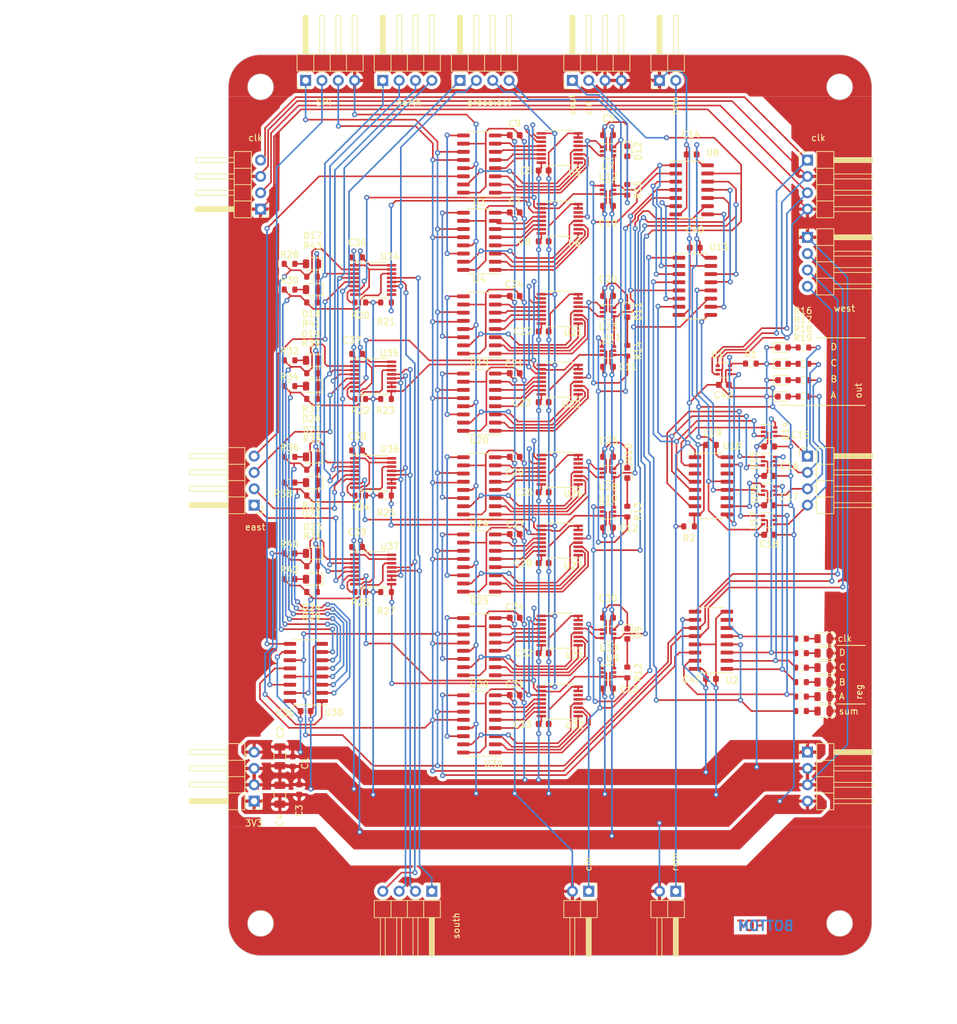
<source format=kicad_pcb>
(kicad_pcb (version 20221018) (generator pcbnew)
  (layers (0 "F.Cu" signal) (31 "B.Cu" signal) (34 "B.Paste" user) (35 "F.Paste" user) (36 "B.SilkS" user "B.Silkscreen") (37 "F.SilkS" user "F.Silkscreen") (38 "B.Mask" user) (39 "F.Mask" user) (44 "Edge.Cuts" user))
  (net 0 "")
  (net 1 "+3.3VP")
  (net 2 "GND")
  (net 3 "+3V3")
  (net 6 "Net-(D3-A)")
  (net 7 "Net-(D4-A)")
  (net 8 "Net-(D5-A)")
  (net 9 "Net-(D6-A)")
  (net 10 "Net-(D7-A)")
  (net 11 "Net-(D8-A)")
  (net 12 "Net-(D9-A)")
  (net 13 "Net-(D10-A)")
  (net 14 "Net-(D11-A)")
  (net 15 "Net-(D12-A)")
  (net 16 "Net-(D13-A)")
  (net 17 "Net-(D14-A)")
  (net 18 "Net-(D15-A)")
  (net 19 "Net-(D16-A)")
  (net 20 "Net-(D17-A)")
  (net 21 "Net-(D18-A)")
  (net 22 "Net-(D19-A)")
  (net 23 "Net-(D20-A)")
  (net 24 "Net-(D21-A)")
  (net 25 "Net-(D22-A)")
  (net 26 "Net-(D23-A)")
  (net 27 "Net-(D24-A)")
  (net 28 "/CBw_0")
  (net 29 "/CBw_1")
  (net 30 "/CBw_2")
  (net 31 "/CBw_3")
  (net 32 "/Input Selector/CBN_0")
  (net 33 "/Input Selector/CBN_1")
  (net 34 "/Input Selector/CBN_2")
  (net 35 "/Input Selector/CBN_3")
  (net 36 "/Input Selector/CBS_0")
  (net 37 "/Input Selector/CBS_1")
  (net 38 "/Input Selector/CBS_2")
  (net 39 "/Input Selector/CBS_3")
  (net 40 "/CBpre_0")
  (net 41 "/CBpre_1")
  (net 42 "/CBpre_2")
  (net 43 "/CBpre_3")
  (net 44 "/cin")
  (net 45 "/cout")
  (net 46 "SCLK")
  (net 47 "MOSI")
  (net 48 "LATCH")
  (net 49 "/D-Latch/Qd")
  (net 50 "/D-Latch/Qc")
  (net 51 "/D-Latch/Qb")
  (net 52 "/D-Latch/Qa")
  (net 53 "MISO")
  (net 54 "set_clk_sel")
  (net 55 "set_sum")
  (net 56 "set_reg_d")
  (net 57 "set_reg_c")
  (net 58 "set_reg_b")
  (net 59 "set_reg_a")
  (net 60 "/Carry Chain/carry_a")
  (net 61 "/Carry Chain/carry_b")
  (net 62 "/Carry Chain/carry_c")
  (net 63 "/D0")
  (net 64 "/D1")
  (net 65 "/C0")
  (net 66 "/C1")
  (net 67 "/B0")
  (net 68 "/B1")
  (net 69 "/A0")
  (net 70 "/A1")
  (net 71 "insel_d_1")
  (net 72 "insel_a_0")
  (net 73 "insel_d_0")
  (net 74 "insel_a_1")
  (net 75 "insel_c_1")
  (net 76 "insel_b_0")
  (net 77 "insel_c_0")
  (net 78 "insel_b_1")
  (net 79 "latch_clk")
  (net 80 "/LUT4_3/MISO")
  (net 81 "Net-(U3-QB)")
  (net 82 "Net-(U3-QC)")
  (net 83 "Net-(U3-QD)")
  (net 84 "Net-(U3-QE)")
  (net 85 "Net-(U3-QF)")
  (net 86 "Net-(U3-QG)")
  (net 87 "Net-(U3-QH)")
  (net 88 "Net-(U3-QH')")
  (net 89 "Net-(U3-QA)")
  (net 90 "Net-(U4-QB)")
  (net 91 "Net-(U4-QC)")
  (net 92 "Net-(U4-QD)")
  (net 93 "Net-(U4-QE)")
  (net 94 "Net-(U4-QF)")
  (net 95 "Net-(U4-QG)")
  (net 96 "Net-(U4-QH)")
  (net 97 "/LUT4_0/MISO")
  (net 98 "Net-(U4-QA)")
  (net 99 "Net-(U5-Z)")
  (net 101 "Net-(U6-Z)")
  (net 103 "/Ld")
  (net 104 "Net-(U13-I1a)")
  (net 105 "/Lc")
  (net 106 "Net-(U13-I1b)")
  (net 107 "Net-(U13-I1c)")
  (net 108 "/Lb")
  (net 109 "Net-(U13-I1d)")
  (net 110 "/La")
  (net 111 "/Od")
  (net 112 "/Oc")
  (net 113 "/Ob")
  (net 114 "/Oa")
  (net 115 "/D-Latch/Qd_reg")
  (net 116 "/D-Latch/Qc_reg")
  (net 117 "/D-Latch/Qb_reg")
  (net 118 "/D-Latch/Qa_reg")
  (net 123 "Net-(U19-QB)")
  (net 124 "Net-(U19-QC)")
  (net 125 "Net-(U19-QD)")
  (net 126 "Net-(U19-QE)")
  (net 127 "Net-(U19-QF)")
  (net 128 "Net-(U19-QG)")
  (net 129 "Net-(U19-QH)")
  (net 130 "Net-(U19-QH')")
  (net 131 "Net-(U19-QA)")
  (net 132 "Net-(U20-QB)")
  (net 133 "Net-(U20-QC)")
  (net 134 "Net-(U20-QD)")
  (net 135 "Net-(U20-QE)")
  (net 136 "Net-(U20-QF)")
  (net 137 "Net-(U20-QG)")
  (net 138 "Net-(U20-QH)")
  (net 139 "/LUT4_1/MISO")
  (net 140 "Net-(U20-QA)")
  (net 141 "Net-(U21-Z)")
  (net 143 "Net-(U22-Z)")
  (net 145 "Net-(U24-QB)")
  (net 146 "Net-(U24-QC)")
  (net 147 "Net-(U24-QD)")
  (net 148 "Net-(U24-QE)")
  (net 149 "Net-(U24-QF)")
  (net 150 "Net-(U24-QG)")
  (net 151 "Net-(U24-QH)")
  (net 152 "Net-(U24-QH')")
  (net 153 "Net-(U24-QA)")
  (net 154 "Net-(U25-QB)")
  (net 155 "Net-(U25-QC)")
  (net 156 "Net-(U25-QD)")
  (net 157 "Net-(U25-QE)")
  (net 158 "Net-(U25-QF)")
  (net 159 "Net-(U25-QG)")
  (net 160 "Net-(U25-QH)")
  (net 161 "/LUT4_2/MISO")
  (net 162 "Net-(U25-QA)")
  (net 163 "Net-(U26-Z)")
  (net 165 "Net-(U27-Z)")
  (net 167 "Net-(U29-QB)")
  (net 168 "Net-(U29-QC)")
  (net 169 "Net-(U29-QD)")
  (net 170 "Net-(U29-QE)")
  (net 171 "Net-(U29-QF)")
  (net 172 "Net-(U29-QG)")
  (net 173 "Net-(U29-QH)")
  (net 174 "Net-(U29-QH')")
  (net 175 "Net-(U29-QA)")
  (net 176 "Net-(U30-QB)")
  (net 177 "Net-(U30-QC)")
  (net 178 "Net-(U30-QD)")
  (net 179 "Net-(U30-QE)")
  (net 180 "Net-(U30-QF)")
  (net 181 "Net-(U30-QG)")
  (net 182 "Net-(U30-QH)")
  (net 183 "Net-(U30-QA)")
  (net 184 "Net-(U31-Z)")
  (net 186 "Net-(U32-Z)")
  (net 188 "/Input Selector/MISO")
  (net 189 "/clk_0")
  (net 190 "/clk_1")
  (net 191 "aresetn")
  (footprint "Capacitor_SMD:C_0603_1608Metric" (layer "F.Cu") (at 99 73)
    (fp_text reference "C22")
    (fp_text value "100n")
  )
  (footprint "Resistor_SMD:R_0603_1608Metric" (layer "F.Cu") (at 70.5 68.5)
    (fp_text reference "R20")
    (fp_text value "10k")
  )
  (footprint "Connector_PinHeader_2.54mm:PinHeader_1x02_P2.54mm_Horizontal" (layer "F.Cu") (at 106 160 -90)
    (fp_text reference "J8" hide)
    (fp_text value "Conn_01x02")
  )
  (footprint "Resistor_SMD:R_0603_1608Metric" (layer "F.Cu") (at 112 126 90)
    (fp_text reference "R12")
    (fp_text value "330R")
  )
  (footprint "Package_SO:SOIC-16_3.9x9.9mm_P1.27mm" (layer "F.Cu") (at 89 134 180)
    (fp_text reference "U30")
    (fp_text value "74AHCT595")
  )
  (footprint "Resistor_SMD:R_0603_1608Metric" (layer "F.Cu") (at 139 132)
    (fp_text reference "R7" hide)
    (fp_text value "330R")
  )
  (footprint "Connector_PinHeader_2.54mm:PinHeader_1x04_P2.54mm_Horizontal" (layer "F.Cu") (at 140 58.38)
    (fp_text reference "J14" hide)
    (fp_text value "Conn_01x04")
  )
  (footprint "Connector_PinHeader_2.54mm:PinHeader_1x02_P2.54mm_Horizontal" (layer "F.Cu") (at 117 34 90)
    (fp_text reference "J11" hide)
    (fp_text value "Conn_01x02")
  )
  (footprint "Connector_PinHeader_2.54mm:PinHeader_1x04_P2.54mm_Horizontal" (layer "F.Cu") (at 140 138.38)
    (fp_text reference "J7" hide)
    (fp_text value "Conn_01x04")
  )
  (footprint "Package_SO:SOIC-16_3.9x9.9mm_P1.27mm" (layer "F.Cu") (at 89 59 180)
    (fp_text reference "U4")
    (fp_text value "74AHCT595")
  )
  (footprint "Package_SO:SOIC-16_3.9x9.9mm_P1.27mm" (layer "F.Cu") (at 89 72 180)
    (fp_text reference "U19")
    (fp_text value "74AHCT595")
  )
  (footprint "Package_TO_SOT_SMD:SOT-363_SC-70-6" (layer "F.Cu") (at 109 126)
    (fp_text reference "U9")
    (fp_text value "NC7SB3157P6X")
  )
  (footprint "Capacitor_SMD:C_0603_1608Metric" (layer "F.Cu") (at 125 90.65 180)
    (fp_text reference "C19")
    (fp_text value "100n")
  )
  (footprint "Package_SO:SOIC-16_3.9x9.9mm_P1.27mm" (layer "F.Cu") (at 89 122 180)
    (fp_text reference "U29")
    (fp_text value "74AHCT595")
  )
  (footprint "Capacitor_SMD:C_0603_1608Metric" (layer "F.Cu") (at 99 123)
    (fp_text reference "C32")
    (fp_text value "100n")
  )
  (footprint "Resistor_SMD:R_0603_1608Metric" (layer "F.Cu") (at 59.5 81.5)
    (fp_text reference "R34")
    (fp_text value "330R")
  )
  (footprint "Package_SO:SOIC-16_3.9x9.9mm_P1.27mm" (layer "F.Cu") (at 89 47 180)
    (fp_text reference "U3")
    (fp_text value "74AHCT595")
  )
  (footprint "Capacitor_SMD:C_0603_1608Metric" (layer "F.Cu") (at 134.05 100.03 180)
    (fp_text reference "C17")
    (fp_text value "100n")
  )
  (footprint "Resistor_SMD:R_0603_1608Metric" (layer "F.Cu") (at 59.5 66.5)
    (fp_text reference "R30")
    (fp_text value "330R")
  )
  (footprint "Resistor_SMD:R_0603_1608Metric" (layer "F.Cu") (at 131.2 78)
    (fp_text reference "R1")
    (fp_text value "10k")
  )
  (footprint "LED_SMD:LED_0603_1608Metric" (layer "F.Cu") (at 112 120 -90)
    (fp_text reference "D9")
    (fp_text value "LED (blue)")
  )
  (footprint "Package_TO_SOT_SMD:SOT-363_SC-70-6" (layer "F.Cu") (at 109 95)
    (fp_text reference "U28")
    (fp_text value "NC7SB3157P6X")
  )
  (footprint "Package_TO_SOT_SMD:SOT-363_SC-70-6" (layer "F.Cu") (at 109 120)
    (fp_text reference "U33")
    (fp_text value "NC7SB3157P6X")
  )
  (footprint "Resistor_SMD:R_0603_1608Metric" (layer "F.Cu") (at 112 101 90)
    (fp_text reference "R13")
    (fp_text value "330R")
  )
  (footprint "Package_SO:SOIC-16_3.9x9.9mm_P1.27mm" (layer "F.Cu") (at 125 121 180)
    (fp_text reference "U2")
    (fp_text value "74AHCT595")
  )
  (footprint "Connector_PinHeader_2.54mm:PinHeader_1x04_P2.54mm_Horizontal" (layer "F.Cu") (at 55 54 180)
    (fp_text reference "J2" hide)
    (fp_text value "Conn_01x04")
  )
  (footprint "Package_TO_SOT_SMD:SOT-363_SC-70-6" (layer "F.Cu") (at 134.05 97.744)
    (fp_text reference "U16")
    (fp_text value "NC7SB3157P6X")
  )
  (footprint "Package_SO:SOIC-16_3.9x9.9mm_P1.27mm" (layer "F.Cu") (at 122.5 66)
    (fp_text reference "U13")
    (fp_text value "74LS157")
  )
  (footprint "Resistor_SMD:R_0603_1608Metric" (layer "F.Cu") (at 59.5 107.5)
    (fp_text reference "R40")
    (fp_text value "330R")
  )
  (footprint "Connector_PinHeader_2.54mm:PinHeader_1x04_P2.54mm_Horizontal" (layer "F.Cu") (at 81.62 160 -90)
    (fp_text reference "J4" hide)
    (fp_text value "Conn_01x04")
  )
  (footprint "Capacitor_SMD:C_0603_1608Metric" (layer "F.Cu") (at 70 91.5 180)
    (fp_text reference "C38")
    (fp_text value "100n")
  )
  (footprint "Capacitor_SMD:C_0603_1608Metric" (layer "F.Cu") (at 94.5 104.5 180)
    (fp_text reference "C27")
    (fp_text value "100n")
  )
  (footprint "Connector_PinHeader_2.54mm:PinHeader_1x04_P2.54mm_Horizontal" (layer "F.Cu") (at 54 100 180)
    (fp_text reference "J1" hide)
    (fp_text value "Conn_01x04")
  )
  (footprint "Resistor_SMD:R_0603_1608Metric" (layer "F.Cu") (at 63 98.5)
    (fp_text reference "R33")
    (fp_text value "10k")
  )
  (footprint "LED_SMD:LED_0805_2012Metric" (layer "F.Cu") (at 63 107.5 180)
    (fp_text reference "D23")
    (fp_text value "LED (green)")
  )
  (footprint "Package_SO:SOIC-16_3.9x9.9mm_P1.27mm" (layer "F.Cu") (at 62.025 126 180)
    (fp_text reference "U38")
    (fp_text value "74AHCT595")
  )
  (footprint "Resistor_SMD:R_0603_1608Metric" (layer "F.Cu") (at 74.5 113.5 180)
    (fp_text reference "R27")
    (fp_text value "10k")
  )
  (footprint "Package_SO:TSSOP-16_4.4x5mm_P0.65mm" (layer "F.Cu") (at 101.5 44.5 180)
    (fp_text reference "U5")
    (fp_text value "74LS151")
  )
  (footprint "Capacitor_SMD:C_0603_1608Metric" (layer "F.Cu") (at 99 59)
    (fp_text reference "C8")
    (fp_text value "100n")
  )
  (footprint "Connector_PinHeader_2.54mm:PinHeader_1x04_P2.54mm_Horizontal" (layer "F.Cu") (at 103.46 34 90)
    (fp_text reference "J9" hide)
    (fp_text value "Conn_01x04")
  )
  (footprint "LED_SMD:LED_0805_2012Metric" (layer "F.Cu") (at 142.5 129.75 180)
    (fp_text reference "D8" hide)
    (fp_text value "LED (green)")
  )
  (footprint "LED_SMD:LED_0805_2012Metric" (layer "F.Cu") (at 63 66.5 180)
    (fp_text reference "D18")
    (fp_text value "LED (green)")
  )
  (footprint "Capacitor_SMD:C_0603_1608Metric" (layer "F.Cu") (at 94.5 92.5 180)
    (fp_text reference "C29")
    (fp_text value "100n")
  )
  (footprint "Capacitor_SMD:C_0603_1608Metric" (layer "F.Cu") (at 94.5 129.5 180)
    (fp_text reference "C31")
    (fp_text value "100n")
  )
  (footprint "LED_SMD:LED_0805_2012Metric" (layer "F.Cu") (at 142.5 132 180)
    (fp_text reference "D4" hide)
    (fp_text value "LED (green)")
  )
  (footprint "LED_SMD:LED_0805_2012Metric" (layer "F.Cu") (at 63 92.5 180)
    (fp_text reference "D21")
    (fp_text value "LED (green)")
  )
  (footprint "LED_SMD:LED_0603_1608Metric" (layer "F.Cu") (at 136.2 75.5)
    (fp_text reference "D13" hide)
    (fp_text value "LED (blue)")
  )
  (footprint "LED_SMD:LED_0805_2012Metric" (layer "F.Cu") (at 63 62.5 180)
    (fp_text reference "D17")
    (fp_text value "LED (green)")
  )
  (footprint "Capacitor_SMD:C_0603_1608Metric" (layer "F.Cu") (at 60 139.8375 -90)
    (fp_text reference "C1")
    (fp_text value "100n")
  )
  (footprint "Resistor_SMD:R_0603_1608Metric" (layer "F.Cu") (at 139 129.75)
    (fp_text reference "R11" hide)
    (fp_text value "330R")
  )
  (footprint "Package_TO_SOT_SMD:SOT-363_SC-70-6" (layer "F.Cu") (at 134.05 93.172)
    (fp_text reference "U15")
    (fp_text value "NC7SB3157P6X")
  )
  (footprint "LED_SMD:LED_0805_2012Metric" (layer "F.Cu") (at 142.5 120.75 180)
    (fp_text reference "D3" hide)
    (fp_text value "LED (green)")
  )
  (footprint "Capacitor_SMD:C_0603_1608Metric" (layer "F.Cu") (at 99 134)
    (fp_text reference "C33")
    (fp_text value "100n")
  )
  (footprint "Capacitor_SMD:C_0603_1608Metric" (layer "F.Cu") (at 99 98)
    (fp_text reference "C26")
    (fp_text value "100n")
  )
  (footprint "Connector_PinHeader_2.54mm:PinHeader_1x02_P2.54mm_Horizontal" (layer "F.Cu") (at 119.54 160 -90)
    (fp_text reference "J10" hide)
    (fp_text value "Conn_01x02")
  )
  (footprint "Capacitor_SMD:C_0603_1608Metric" (layer "F.Cu") (at 94.5 67.5 180)
    (fp_text reference "C24")
    (fp_text value "100n")
  )
  (footprint "Package_SO:TSSOP-16_4.4x5mm_P0.65mm" (layer "F.Cu") (at 101.5 119.5 180)
    (fp_text reference "U31")
    (fp_text value "74LS151")
  )
  (footprint "Package_TO_SOT_SMD:SOT-363_SC-70-6" (layer "F.Cu") (at 127 79)
    (fp_text reference "U1")
    (fp_text value "NC7SB3157P6X")
  )
  (footprint "Resistor_SMD:R_0603_1608Metric" (layer "F.Cu") (at 59.5 96.5)
    (fp_text reference "R38")
    (fp_text value "330R")
  )
  (footprint "LED_SMD:LED_0805_2012Metric" (layer "F.Cu") (at 63 96.5 180)
    (fp_text reference "D22")
    (fp_text value "LED (green)")
  )
  (footprint "Resistor_SMD:R_0603_1608Metric" (layer "F.Cu") (at 139.375 83.12 180)
    (fp_text reference "R19")
    (fp_text value "330R")
  )
  (footprint "Resistor_SMD:R_1206_3216Metric" (layer "F.Cu") (at 58 139.0375 -90)
    (fp_text reference "C2")
    (fp_text value "22u")
  )
  (footprint "Package_SO:SOIC-16_3.9x9.9mm_P1.27mm" (layer "F.Cu") (at 125 96.995)
    (fp_text reference "U18")
    (fp_text value "74LS175")
  )
  (footprint "Capacitor_SMD:C_0603_1608Metric" (layer "F.Cu") (at 109 67.5 180)
    (fp_text reference "C20")
    (fp_text value "100n")
  )
  (footprint "LED_SMD:LED_0805_2012Metric" (layer "F.Cu") (at 142.5 127.5 180)
    (fp_text reference "D7" hide)
    (fp_text value "LED (green)")
  )
  (footprint "Capacitor_SMD:C_0603_1608Metric" (layer "F.Cu") (at 109 92.5 180)
    (fp_text reference "C25")
    (fp_text value "100n")
  )
  (footprint "Capacitor_SMD:C_0603_1608Metric" (layer "F.Cu") (at 61 144.2 90)
    (fp_text reference "C3")
    (fp_text value "100n")
  )
  (footprint "Resistor_SMD:R_0603_1608Metric" (layer "F.Cu") (at 139 120.75)
    (fp_text reference "R6" hide)
    (fp_text value "330R")
  )
  (footprint "Resistor_SMD:R_0603_1608Metric" (layer "F.Cu") (at 139 125.25)
    (fp_text reference "R9" hide)
    (fp_text value "330R")
  )
  (footprint "Capacitor_SMD:C_0603_1608Metric" (layer "F.Cu") (at 122.5 60 180)
    (fp_text reference "C40")
    (fp_text value "100n")
  )
  (footprint "Package_SO:TSSOP-16_4.4x5mm_P0.65mm" (layer "F.Cu") (at 101.5 55.5 180)
    (fp_text reference "U6")
    (fp_text value "74LS151")
  )
  (footprint "Resistor_SMD:R_0603_1608Metric" (layer "F.Cu") (at 63 79.5)
    (fp_text reference "R39")
    (fp_text value "10k")
  )
  (footprint "LED_SMD:LED_0603_1608Metric" (layer "F.Cu") (at 136.2 80.58)
    (fp_text reference "D15" hide)
    (fp_text value "LED (blue)")
  )
  (footprint "Resistor_SMD:R_0603_1608Metric" (layer "F.Cu") (at 70.5 113.5)
    (fp_text reference "R26")
    (fp_text value "10k")
  )
  (footprint "Package_SO:SOIC-14_3.9x8.7mm_P1.27mm" (layer "F.Cu") (at 122 51)
    (fp_text reference "U8")
    (fp_text value "74HC86")
  )
  (footprint "Package_SO:TSSOP-16_4.4x5mm_P0.65mm" (layer "F.Cu") (at 101.5 130.5 180)
    (fp_text reference "U32")
    (fp_text value "74LS151")
  )
  (footprint "Resistor_SMD:R_0603_1608Metric" (layer "F.Cu") (at 63 113.5)
    (fp_text reference "R29")
    (fp_text value "10k")
  )
  (footprint "Connector_PinHeader_2.54mm:PinHeader_1x04_P2.54mm_Horizontal" (layer "F.Cu") (at 140 92.38)
    (fp_text reference "J13" hide)
    (fp_text value "Conn_01x04")
  )
  (footprint "Capacitor_SMD:C_0603_1608Metric" (layer "F.Cu") (at 109 128.5 180)
    (fp_text reference "C13")
    (fp_text value "100n")
  )
  (footprint "Package_SO:TSSOP-16_4.4x5mm_P0.65mm" (layer "F.Cu") (at 101.5 80.5 180)
    (fp_text reference "U22")
    (fp_text value "74LS151")
  )
  (footprint "Resistor_SMD:R_0603_1608Metric" (layer "F.Cu") (at 74.5 68.5 180)
    (fp_text reference "R21")
    (fp_text value "10k")
  )
  (footprint "Resistor_SMD:R_0603_1608Metric" (layer "F.Cu") (at 74.5 83.5 180)
    (fp_text reference "R23")
    (fp_text value "10k")
  )
  (footprint "Capacitor_SMD:C_0603_1608Metric" (layer "F.Cu") (at 94.5 117.5 180)
    (fp_text reference "C34")
    (fp_text value "100n")
  )
  (footprint "Resistor_SMD:R_0603_1608Metric" (layer "F.Cu") (at 112 51 90)
    (fp_text reference "R15")
    (fp_text value "330R")
  )
  (footprint "Resistor_SMD:R_0603_1608Metric" (layer "F.Cu") (at 63 109.5)
    (fp_text reference "R31")
    (fp_text value "10k")
  )
  (footprint "Resistor_SMD:R_0603_1608Metric" (layer "F.Cu") (at 139.375 80.58 180)
    (fp_text reference "R18")
    (fp_text value "330R")
  )
  (footprint "Resistor_SMD:R_0603_1608Metric" (layer "F.Cu") (at 112 76 90)
    (fp_text reference "R14")
    (fp_text value "330R")
  )
  (footprint "Capacitor_SMD:C_0603_1608Metric" (layer "F.Cu") (at 109 42.5 180)
    (fp_text reference "C5")
    (fp_text value "100n")
  )
  (footprint "Resistor_SMD:R_0603_1608Metric" (layer "F.Cu") (at 139.375 75.5 180)
    (fp_text reference "R16")
    (fp_text value "330R")
  )
  (footprint "Package_TO_SOT_SMD:SOT-363_SC-70-6" (layer "F.Cu") (at 109 101)
    (fp_text reference "U10")
    (fp_text value "NC7SB3157P6X")
  )
  (footprint "Capacitor_SMD:C_0603_1608Metric" (layer "F.Cu") (at 70 76.5 180)
    (fp_text reference "C37")
    (fp_text value "100n")
  )
  (footprint "Connector_PinHeader_2.54mm:PinHeader_1x04_P2.54mm_Horizontal" (layer "F.Cu") (at 62 34 90)
    (fp_text reference "J12" hide)
    (fp_text value "Conn_01x04")
  )
  (footprint "Resistor_SMD:R_0603_1608Metric" (layer "F.Cu") (at 74.5 98.5 180)
    (fp_text reference "R25")
    (fp_text value "10k")
  )
  (footprint "Capacitor_SMD:C_0603_1608Metric" (layer "F.Cu") (at 134.05 95.458 180)
    (fp_text reference "C16")
    (fp_text value "100n")
  )
  (footprint "Package_TO_SOT_SMD:SOT-363_SC-70-6" (layer "F.Cu") (at 134.05 88.6)
    (fp_text reference "U14")
    (fp_text value "NC7SB3157P6X")
  )
  (footprint "Capacitor_SMD:C_0603_1608Metric" (layer "F.Cu") (at 94.5 79.5 180)
    (fp_text reference "C21")
    (fp_text value "100n")
  )
  (footprint "Capacitor_SMD:C_0603_1608Metric" (layer "F.Cu") (at 94.5 54.5 180)
    (fp_text reference "C7")
    (fp_text value "100n")
  )
  (footprint "Capacitor_SMD:C_0603_1608Metric" (layer "F.Cu") (at 109 78.5 180)
    (fp_text reference "C11")
    (fp_text value "100n")
  )
  (footprint "LED_SMD:LED_0805_2012Metric" (layer "F.Cu") (at 63 77.5 180)
    (fp_text reference "D19")
    (fp_text value "LED (green)")
  )
  (footprint "Package_SO:TSSOP-16_4.4x5mm_P0.65mm" (layer "F.Cu") (at 101.5 69.5 180)
    (fp_text reference "U21")
    (fp_text value "74LS151")
  )
  (footprint "Capacitor_SMD:C_0603_1608Metric" (layer "F.Cu") (at 122 45.5 180)
    (fp_text reference "C14")
    (fp_text value "100n")
  )
  (footprint "Package_TO_SOT_SMD:SOT-363_SC-70-6" (layer "F.Cu") (at 109 76)
    (fp_text reference "U11")
    (fp_text value "NC7SB3157P6X")
  )
  (footprint "Connector_PinHeader_2.54mm:PinHeader_1x04_P2.54mm_Horizontal" (layer "F.Cu") (at 54 146 180)
    (fp_text reference "J6" hide)
    (fp_text value "Conn_01x04")
  )
  (footprint "Capacitor_SMD:C_0603_1608Metric" (layer "F.Cu") (at 125 127)
    (fp_text reference "C41")
    (fp_text value "100n")
  )
  (footprint "Capacitor_SMD:C_0603_1608Metric" (layer "F.Cu") (at 127 81.3 180)
    (fp_text reference "C42")
    (fp_text value "100n")
  )
  (footprint "Capacitor_SMD:C_0603_1608Metric" (layer "F.Cu") (at 99 84)
    (fp_text reference "C23")
    (fp_text value "100n")
  )
  (footprint "LED_SMD:LED_0603_1608Metric" (layer "F.Cu") (at 112 70 -90)
    (fp_text reference "D11")
    (fp_text value "LED (blue)")
  )
  (footprint "LED_SMD:LED_0805_2012Metric" (layer "F.Cu") (at 63 111.5 180)
    (fp_text reference "D24")
    (fp_text value "LED (green)")
  )
  (footprint "Package_TO_SOT_SMD:SOT-363_SC-70-6" (layer "F.Cu") (at 109 45)
    (fp_text reference "U7")
    (fp_text value "NC7SB3157P6X")
  )
  (footprint "Package_TO_SOT_SMD:SOT-363_SC-70-6" (layer "F.Cu") (at 109 70)
    (fp_text reference "U23")
    (fp_text value "NC7SB3157P6X")
  )
  (footprint "LED_SMD:LED_0603_1608Metric" (layer "F.Cu") (at 112 45 -90)
    (fp_text reference "D12")
    (fp_text value "LED (blue)")
  )
  (footprint "Capacitor_SMD:C_0603_1608Metric" (layer "F.Cu") (at 134.05 90.886 180)
    (fp_text reference "C15")
    (fp_text value "100n")
  )
  (footprint "Package_SO:TSSOP-16_4.4x5mm_P0.65mm" (layer "F.Cu") (at 101.5 94.5 180)
    (fp_text reference "U26")
    (fp_text value "74LS151")
  )
  (footprint "Capacitor_SMD:C_0603_1608Metric" (layer "F.Cu") (at 62 132)
    (fp_text reference "C35")
    (fp_text value "100n")
  )
  (footprint "Capacitor_SMD:C_0603_1608Metric" (layer "F.Cu") (at 109 103.5 180)
    (fp_text reference "C12")
    (fp_text value "100n")
  )
  (footprint "Capacitor_SMD:C_0603_1608Metric" (layer "F.Cu") (at 109 117.5 180)
    (fp_text reference "C30")
    (fp_text value "100n")
  )
  (footprint "Resistor_SMD:R_0603_1608Metric" (layer "F.Cu") (at 59.5 111.5)
    (fp_text reference "R42")
    (fp_text value "330R")
  )
  (footprint "LED_SMD:LED_0805_2012Metric" (layer "F.Cu") (at 142.5 123 180)
    (fp_text reference "D5" hide)
    (fp_text value "LED (green)")
  )
  (footprint "LED_SMD:LED_0805_2012Metric" (layer "F.Cu") (at 142.5 125.25 180)
    (fp_text reference "D6" hide)
    (fp_text value "LED (green)")
  )
  (footprint "Package_SO:SOIC-16_3.9x9.9mm_P1.27mm" (layer "F.Cu") (at 89 84 180)
    (fp_text reference "U20")
    (fp_text value "74AHCT595")
  )
  (footprint "LED_SMD:LED_0603_1608Metric" (layer "F.Cu") (at 136.2 83.12)
    (fp_text reference "D16" hide)
    (fp_text value "LED (blue)")
  )
  (footprint "Resistor_SMD:R_0603_1608Metric" (layer "F.Cu") (at 63 64.5)
    (fp_text reference "R43")
    (fp_text value "10k")
  )
  (footprint "LED_SMD:LED_0603_1608Metric" (layer "F.Cu") (at 136.2 78.04)
    (fp_text reference "D14" hide)
    (fp_text value "LED (blue)")
  )
  (footprint "Package_SO:TSSOP-16_4.4x5mm_P0.65mm" (layer "F.Cu") (at 72.5 80)
    (fp_text reference "U35")
    (fp_text value "74LS153")
  )
  (footprint "Capacitor_SMD:C_0603_1608Metric" (layer "F.Cu") (at 109 53.5 180)
    (fp_text reference "C10")
    (fp_text value "100n")
  )
  (footprint "Connector_PinHeader_2.54mm:PinHeader_1x04_P2.54mm_Horizontal" (layer "F.Cu") (at 140 46.38)
    (fp_text reference "J15" hide)
    (fp_text value "Conn_01x04")
  )
  (footprint "Connector_PinHeader_2.54mm:PinHeader_1x04_P2.54mm_Horizontal" (layer "F.Cu") (at 86 34 90)
    (fp_text reference "J5" hide)
    (fp_text value "Conn_01x04")
  )
  (footprint "LED_SMD:LED_0603_1608Metric" (layer "F.Cu") (at 112 95 -90)
    (fp_text reference "D10")
    (fp_text value "LED (blue)")
  )
  (footprint "Capacitor_SMD:C_0603_1608Metric" (layer "F.Cu") (at 134.05 104.602 180)
    (fp_text reference "C18")
    (fp_text value "100n")
  )
  (footprint "Resistor_SMD:R_0603_1608Metric" (layer "F.Cu") (at 63 94.5)
    (fp_text reference "R35")
    (fp_text value "10k")
  )
  (footprint "Package_SO:SOIC-16_3.9x9.9mm_P1.27mm" (layer "F.Cu") (at 89 97 180)
    (fp_text reference "U24")
    (fp_text value "74AHCT595")
  )
  (footprint "Connector_PinHeader_2.54mm:PinHeader_1x04_P2.54mm_Horizontal" (layer "F.Cu") (at 74 34 90)
    (fp_text reference "J3" hide)
    (fp_text value "Conn_01x04")
  )
  (footprint "Capacitor_SMD:C_0603_1608Metric" (layer "F.Cu") (at 70 61.5 180)
    (fp_text reference "C36")
    (fp_text value "100n")
  )
  (footprint "Resistor_SMD:R_0603_1608Metric" (layer "F.Cu") (at 63 83.5)
    (fp_text reference "R37")
    (fp_text value "10k")
  )
  (footprint "Capacitor_SMD:C_0603_1608Metric" (layer "F.Cu") (at 99 109)
    (fp_text reference "C28")
    (fp_text value "100n")
  )
  (footprint "Package_TO_SOT_SMD:SOT-363_SC-70-6" (layer "F.Cu") (at 109 51)
    (fp_text reference "U12")
    (fp_text value "NC7SB3157P6X")
  )
  (footprint "Resistor_SMD:R_0603_1608Metric" (layer "F.Cu") (at 139 123)
    (fp_text reference "R8" hide)
    (fp_text value "330R")
  )
  (footprint "Resistor_SMD:R_0603_1608Metric" (layer "F.Cu") (at 70.5 83.5)
    (fp_text reference "R22")
    (fp_text value "10k")
  )
  (footprint "Resistor_SMD:R_0603_1608Metric" (layer "F.Cu") (at 59.5 77.5)
    (fp_text reference "R32")
    (fp_text value "330R")
  )
  (footprint "Package_TO_SOT_SMD:SOT-363_SC-70-6" (layer "F.Cu") (at 134.05 102.316)
    (fp_text reference "U17")
    (fp_text value "NC7SB3157P6X")
  )
  (footprint "Resistor_SMD:R_0603_1608Metric" (layer "F.Cu") (at 121.6 103.3)
    (fp_text reference "R2")
    (fp_text value "10k")
  )
  (footprint "Resistor_SMD:R_0603_1608Metric" (layer "F.Cu") (at 59.5 62.5)
    (fp_text reference "R28")
    (fp_text value "330R")
  )
  (footprint "Resistor_SMD:R_0603_1608Metric" (layer "F.Cu") (at 139.375 78.04 180)
    (fp_text reference "R17")
    (fp_text value "330R")
  )
  (footprint "Package_SO:TSSOP-16_4.4x5mm_P0.65mm" (layer "F.Cu") (at 72.5 95)
    (fp_text reference "U36")
    (fp_text value "74LS153")
  )
  (footprint "Package_SO:TSSOP-16_4.4x5mm_P0.65mm" (layer "F.Cu") (at 72.5 110)
    (fp_text reference "U37")
    (fp_text value "74LS153")
  )
  (footprint "Capacitor_SMD:C_0603_1608Metric" (layer "F.Cu") (at 70 106.5 180)
    (fp_text reference "C39")
    (fp_text value "100n")
  )
  (footprint "LED_SMD:LED_0805_2012Metric" (layer "F.Cu") (at 63 81.5 180)
    (fp_text reference "D20")
    (fp_text value "LED (green)")
  )
  (footprint "Resistor_SMD:R_0603_1608Metric" (layer "F.Cu") (at 70.5 98.5)
    (fp_text reference "R24")
    (fp_text value "10k")
  )
  (footprint "Package_SO:TSSOP-16_4.4x5mm_P0.65mm" (layer "F.Cu") (at 72.5 65)
    (fp_text reference "U34")
    (fp_text value "74LS153")
  )
  (footprint "Resistor_SMD:R_0603_1608Metric" (layer "F.Cu") (at 63 68.5)
    (fp_text reference "R41")
    (fp_text value "10k")
  )
  (footprint "Capacitor_SMD:C_0603_1608Metric" (layer "F.Cu") (at 99 48)
    (fp_text reference "C6")
    (fp_text value "100n")
  )
  (footprint "Package_SO:TSSOP-16_4.4x5mm_P0.65mm" (layer "F.Cu") (at 101.5 105.5 180)
    (fp_text reference "U27")
    (fp_text value "74LS151")
  )
  (footprint "Resistor_SMD:R_1206_3216Metric" (layer "F.Cu") (at 58 145 90)
    (fp_text reference "C4")
    (fp_text value "22u")
  )
  (footprint "Capacitor_SMD:C_0603_1608Metric" (layer "F.Cu") (at 94.5 42.5 180)
    (fp_text reference "C9")
    (fp_text value "100n")
  )
  (footprint "Resistor_SMD:R_0603_1608Metric" (layer "F.Cu") (at 59.5 92.5)
    (fp_text reference "R36")
    (fp_text value "330R")
  )
  (footprint "Package_SO:SOIC-16_3.9x9.9mm_P1.27mm" (layer "F.Cu") (at 89 109 180)
    (fp_text reference "U25")
    (fp_text value "74AHCT595")
  )
  (footprint "Resistor_SMD:R_0603_1608Metric" (layer "F.Cu") (at 139 127.5)
    (fp_text reference "R10" hide)
    (fp_text value "330R")
  )
  (gr_line (start 144.6 121.8) (end 149 121.8) (stroke (width 0.15)) (layer "F.SilkS"))
  (gr_line (start 144.6 130.9) (end 149 130.9) (stroke (width 0.15)) (layer "F.SilkS"))
  (gr_line (start 141.5 74) (end 149 74) (stroke (width 0.15)) (layer "F.SilkS"))
  (gr_line (start 135.5 84.5) (end 149 84.5) (stroke (width 0.15)) (layer "F.SilkS"))
  (gr_arc (start 50 35) (mid 51.464466 31.464466) (end 55 30) (stroke (width 0.1)) (layer "Edge.Cuts"))
  (gr_arc (start 55 170) (mid 51.464466 168.535534) (end 50 165) (stroke (width 0.1)) (layer "Edge.Cuts"))
  (gr_circle (center 145 35) (end 147 35) (stroke (width 0.1)) (fill none) (layer "Edge.Cuts"))
  (gr_line (start 150 165) (end 150 35) (stroke (width 0.1)) (layer "Edge.Cuts"))
  (gr_arc (start 145 30) (mid 148.535534 31.464466) (end 150 35) (stroke (width 0.1)) (layer "Edge.Cuts"))
  (gr_line (start 50 35) (end 50 165) (stroke (width 0.1)) (layer "Edge.Cuts"))
  (gr_circle (center 145 165) (end 145 167) (stroke (width 0.1)) (fill none) (layer "Edge.Cuts"))
  (gr_line (start 55 170) (end 145 170) (stroke (width 0.1)) (layer "Edge.Cuts"))
  (gr_line (start 145 30) (end 55 30) (stroke (width 0.1)) (layer "Edge.Cuts"))
  (gr_circle (center 55 35) (end 57 35) (stroke (width 0.1)) (fill none) (layer "Edge.Cuts"))
  (gr_circle (center 55 165) (end 53 165) (stroke (width 0.1)) (fill none) (layer "Edge.Cuts"))
  (gr_arc (start 150 165) (mid 148.535534 168.535534) (end 145 170) (stroke (width 0.1)) (layer "Edge.Cuts"))
  (gr_text "TOP" (at 133.5 166.25) (layer "F.Cu") (effects (font (size 1.5 1.5) (thickness 0.3) bold) (justify right bottom)))
  (gr_text "BOTTOM" (at 129 166.25) (layer "B.Cu") (effects (font (size 1.5 1.5) (thickness 0.3) bold) (justify right bottom mirror)))
  (gr_text "A" (at 143.5 83.5) (layer "F.SilkS") (effects (font (size 1 1)) (justify left bottom)))
  (gr_text "clk" (at 144.6 121.3) (layer "F.SilkS") (effects (font (size 1 1)) (justify left bottom)))
  (gr_text "D" (at 144.8 123.5) (layer "F.SilkS") (effects (font (size 1 1)) (justify left bottom)))
  (gr_text "cin" (at 106.5 39.5 90) (layer "F.SilkS") (effects (font (size 1 1)) (justify left bottom)))
  (gr_text "east" (at 52.5 104) (layer "F.SilkS") (effects (font (size 1 1)) (justify left bottom)))
  (gr_text "north" (at 76 38) (layer "F.SilkS") (effects (font (size 1 1)) (justify left bottom)))
  (gr_text "B" (at 143.5 81) (layer "F.SilkS") (effects (font (size 1 1)) (justify left bottom)))
  (gr_text "out" (at 148.5 83.5 90) (layer "F.SilkS") (effects (font (size 1 1)) (justify left bottom)))
  (gr_text "SPI" (at 63.5 38) (layer "F.SilkS") (effects (font (size 1 1)) (justify left bottom)))
  (gr_text "west" (at 144 70) (layer "F.SilkS") (effects (font (size 1 1)) (justify left bottom)))
  (gr_text "C" (at 144.8 125.8) (layer "F.SilkS") (effects (font (size 1 1)) (justify left bottom)))
  (gr_text "D" (at 143.5 76) (layer "F.SilkS") (effects (font (size 1 1)) (justify left bottom)))
  (gr_text "C" (at 143.5 78.5) (layer "F.SilkS") (effects (font (size 1 1)) (justify left bottom)))
  (gr_text "rstn" (at 120 39.5 90) (layer "F.SilkS") (effects (font (size 1 1)) (justify left bottom)))
  (gr_text "cin" (at 106.5 157 90) (layer "F.SilkS") (effects (font (size 1 1)) (justify left bottom)))
  (gr_text "rstn" (at 120 157 90) (layer "F.SilkS") (effects (font (size 1 1)) (justify left bottom)))
  (gr_text "clk" (at 53 43.5) (layer "F.SilkS") (effects (font (size 1 1)) (justify left bottom)))
  (gr_text "A" (at 144.8 130.3) (layer "F.SilkS") (effects (font (size 1 1)) (justify left bottom)))
  (gr_text "clk" (at 140.5 43.5) (layer "F.SilkS") (effects (font (size 1 1)) (justify left bottom)))
  (gr_text "reg" (at 148.6 130.3 90) (layer "F.SilkS") (effects (font (size 1 1)) (justify left bottom)))
  (gr_text "sum" (at 144.8 132.6) (layer "F.SilkS") (effects (font (size 1 1)) (justify left bottom)))
  (gr_text "B" (at 144.8 128.1) (layer "F.SilkS") (effects (font (size 1 1)) (justify left bottom)))
  (gr_text "3V3" (at 52.5 150) (layer "F.SilkS") (effects (font (size 1 1)) (justify left bottom)))
  (gr_text "south" (at 86 167.5 90) (layer "F.SilkS") (effects (font (size 1 1)) (justify left bottom)))
  (gr_text "preselect" (at 87 38) (layer "F.SilkS") (effects (font (size 1 1)) (justify left bottom)))
  (gr_text "cout" (at 104 39.5 90) (layer "F.SilkS") (effects (font (size 1 1)) (justify left bottom)))
  (segment (start 88.955 113.445) (end 90.1 112.3) (width 0.25) (layer "F.Cu") (net 1))
  (segment (start 95.275 117.275) (end 94.5 116.5) (width 0.25) (layer "F.Cu") (net 1))
  (segment (start 90 43.8) (end 90 50.5) (width 0.25) (layer "F.Cu") (net 1))
  (segment (start 98.6375 46.775) (end 98.6375 47.5875) (width 0.25) (layer "F.Cu") (net 1))
  (segment (start 95.275 54.775) (end 96 55.5) (width 0.25) (layer "F.Cu") (net 1))
  (segment (start 90.5 116.5) (end 90 117) (width 0.25) (layer "F.Cu") (net 1))
  (segment (start 98.6375 72.5875) (end 98.225 73) (width 0.25) (layer "F.Cu") (net 1))
  (segment (start 90.1 80.8) (end 90.1 79.283249) (width 0.25) (layer "F.Cu") (net 1))
  (segment (start 86.525 68.825) (end 89.975 68.825) (width 0.25) (layer "F.Cu") (net 1))
  (segment (start 90.1 104.283249) (end 90.883249 103.5) (width 0.25) (layer "F.Cu") (net 1))
  (segment (start 120.625 117.825) (end 120.6 117.8) (width 0.25) (layer "F.Cu") (net 1))
  (segment (start 90.5 66.5) (end 90 67) (width 0.25) (layer "F.Cu") (net 1))
  (segment (start 90.1 105.8) (end 90.1 104.283249) (width 0.25) (layer "F.Cu") (net 1))
  (segment (start 95.275 42.775) (end 96 43.5) (width 0.25) (layer "F.Cu") (net 1))
  (segment (start 94.5 116.5) (end 90.5 116.5) (width 0.25) (layer "F.Cu") (net 1))
  (segment (start 94.275 103.5) (end 95.275 104.5) (width 0.25) (layer "F.Cu") (net 1))
  (segment (start 98.225 85.3) (end 98.225 84) (width 0.25) (layer "F.Cu") (net 1))
  (segment (start 95.275 67.275) (end 94.5 66.5) (width 0.25) (layer "F.Cu") (net 1))
  (segment (start 95.275 92.5) (end 95.275 92.775) (width 0.25) (layer "F.Cu") (net 1))
  (segment (start 124.225 127) (end 124.225 126.025) (width 0.25) (layer "F.Cu") (net 1))
  (segment (start 90.1 112.3) (end 90.1 105.8) (width 0.25) (layer "F.Cu") (net 1))
  (segment (start 89.975 43.825) (end 90 43.8) (width 0.25) (layer "F.Cu") (net 1))
  (segment (start 95.275 67.775) (end 96 68.5) (width 0.25) (layer "F.Cu") (net 1))
  (segment (start 98.225 135.5) (end 98.225 134) (width 0.25) (layer "F.Cu") (net 1))
  (segment (start 90.075 80.825) (end 90.1 80.8) (width 0.25) (layer "F.Cu") (net 1))
  (segment (start 124.225 128.375) (end 124.225 127) (width 0.25) (layer "F.Cu") (net 1))
  (segment (start 90 50.5) (end 89.055 51.445) (width 0.25) (layer "F.Cu") (net 1))
  (segment (start 95.275 79.5) (end 95.275 79.9) (width 0.25) (layer "F.Cu") (net 1))
  (segment (start 98.6375 71.775) (end 98.6375 72.5875) (width 0.25) (layer "F.Cu") (net 1))
  (segment (start 90 93.8) (end 90 100.8) (width 0.25) (layer "F.Cu") (net 1))
  (segment (start 90 68.8) (end 90 75.5) (width 0.25) (layer "F.Cu") (net 1))
  (segment (start 90.1 87.5) (end 90.1 80.8) (width 0.25) (layer "F.Cu") (net 1))
  (segment (start 98.225 110.3) (end 98.225 109) (width 0.25) (layer "F.Cu") (net 1))
  (segment (start 86.525 80.825) (end 90.075 80.825) (width 0.25) (layer "F.Cu") (net 1))
  (segment (start 89.975 55.825) (end 90 55.8) (width 0.25) (layer "F.Cu") (net 1))
  (segment (start 89.055 126.445) (end 86.525 126.445) (width 0.25) (layer "F.Cu") (net 1))
  (segment (start 94.275 91.5) (end 90.5 91.5) (width 0.25) (layer "F.Cu") (net 1))
  (segment (start 86.525 105.825) (end 90.075 105.825) (width 0.25) (layer "F.Cu") (net 1))
  (segment (start 98.225 49.2755) (end 98.225 48) (width 0.25) (layer "F.Cu") (net 1))
  (segment (start 94.375 128.6) (end 95.275 129.5) (width 0.25) (layer "F.Cu") (net 1))
  (segment (start 98.6375 133.5875) (end 98.225 134) (width 0.25) (layer "F.Cu") (net 1))
  (segment (start 123.645 125.445) (end 122.525 125.445) (width 0.25) (layer "F.Cu") (net 1))
  (segment (start 86.525 118.825) (end 89.975 118.825) (width 0.25) (layer "F.Cu") (net 1))
  (segment (start 90 118.8) (end 90 125.5) (width 0.25) (layer "F.Cu") (net 1))
  (segment (start 90 55.8) (end 90 56) (width 0.25) (layer "F.Cu") (net 1))
  (segment (start 98.6375 107.775) (end 98.6375 108.5875) (width 0.25) (layer "F.Cu") (net 1))
  (segment (start 89.975 93.825) (end 90 93.8) (width 0.25) (layer "F.Cu") (net 1))
  (segment (start 98.225 124.3) (end 98.225 123) (width 0.25) (layer "F.Cu") (net 1))
  (segment (start 124.225 126.025) (end 123.645 125.445) (width 0.25) (layer "F.Cu") (net 1))
  (segment (start 95.275 92.775) (end 96 93.5) (width 0.25) (layer "F.Cu") (net 1))
  (segment (start 90.883249 103.5) (end 94.275 103.5) (width 0.25) (layer "F.Cu") (net 1))
  (segment (start 89.975 118.825) (end 90 118.8) (width 0.25) (layer "F.Cu") (net 1))
  (segment (start 89.355 101.445) (end 86.525 101.445) (width 0.25) (layer "F.Cu") (net 1))
  (segment (start 98.225 74.3) (end 98.225 73) (width 0.25) (layer "F.Cu") (net 1))
  (segment (start 98.6375 57.775) (end 98.6375 58.5875) (width 0.25) (layer "F.Cu") (net 1))
  (segment (start 95.275 117.5) (end 95.275 117.775) (width 0.25) (layer "F.Cu") (net 1))
  (segment (start 90.1 79.283249) (end 90.783249 78.6) (width 0.25) (layer "F.Cu") (net 1))
  (segment (start 90 117) (end 90 118.8) (width 0.25) (layer "F.Cu") (net 1))
  (segment (start 88.555 63.445) (end 86.525 63.445) (width 0.25) (layer "F.Cu") (net 1))
  (segment (start 95.275 67.5) (end 95.275 67.275) (width 0.25) (layer "F.Cu") (net 1))
  (segment (start 61.225 132) (end 61.105 132) (width 0.25) (layer "F.Cu") (net 1))
  (segment (start 90 67) (end 90 68.8) (width 0.25) (layer "F.Cu") (net 1))
  (segment (start 86.525 130.825) (end 89.975 130.825) (width 0.25) (layer "F.Cu") (net 1))
  (segment (start 90 75.5) (end 89.055 76.445) (width 0.25) (layer "F.Cu") (net 1))
  (segment (start 90 129.383249) (end 90.783249 128.6) (width 0.25) (layer "F.Cu") (net 1))
  (segment (start 61.105 132) (end 59.55 130.445) (width 0.25) (layer "F.Cu") (net 1))
  (segment (start 89.055 76.445) (end 86.525 76.445) (width 0.25) (layer "F.Cu") (net 1))
  (segment (start 90 125.5) (end 89.055 126.445) (width 0.25) (layer "F.Cu") (net 1))
  (segment (start 94.275 53.5) (end 90.5 53.5) (width 0.25) (layer "F.Cu") (net 1))
  (segment (start 89.055 138.445) (end 90 137.5) (width 0.25) (layer "F.Cu") (net 1))
  (segment (start 98.6375 97.5875) (end 98.225 98) (width 0.25) (layer "F.Cu") (net 1))
  (segment (start 95.275 92.5) (end 94.275 91.5) (width 0.25) (layer "F.Cu") (net 1))
  (segment (start 86.525 55.825) (end 89.975 55.825) (width 0.25) (layer "F.Cu") (net 1))
  (segment (start 61.225 132) (end 61.225 133.275) (width 0.25) (layer "F.Cu") (net 1))
  (segment (start 90.5 41.5) (end 90 42) (width 0.25) (layer "F.Cu") (net 1))
  (segment (start 95.275 117.775) (end 96 118.5) (width 0.25) (layer "F.Cu") (net 1))
  (segment (start 98.6375 132.775) (end 98.6375 133.5875) (width 0.25) (layer "F.Cu") (net 1))
  (segment (start 95.275 104.9) (end 95.975 105.6) (width 0.25) (layer "F.Cu") (net 1))
  (segment (start 86.525 113.445) (end 88.955 113.445) (width 0.25) (layer "F.Cu") (net 1))
  (segment (start 98.6375 108.5875) (end 98.225 109) (width 0.25) (layer "F.Cu") (net 1))
  (segment (start 98.225 99.3705) (end 98.225 98) (width 0.25) (layer "F.Cu") (net 1))
  (segment (start 95.275 104.5) (end 95.275 104.9) (width 0.25) (layer "F.Cu") (net 1))
  (segment (start 94.275 41.5) (end 90.5 41.5) (width 0.25) (layer "F.Cu") (net 1))
  (segment (start 95.275 42.5) (end 95.275 42.775) (width 0.25) (layer "F.Cu") (net 1))
  (segment (start 61.225 133.275) (end 61.2 133.3) (width 0.25) (layer "F.Cu") (net 1))
  (segment (start 89.975 130.825) (end 90 130.8) (width 0.25) (layer "F.Cu") (net 1))
  (segment (start 94.375 78.6) (end 95.275 79.5) (width 0.25) (layer "F.Cu") (net 1))
  (segment (start 98.6375 58.5875) (end 98.225 59) (width 0.25) (layer "F.Cu") (net 1))
  (segment (start 95.275 67.5) (end 95.275 67.775) (width 0.25) (layer "F.Cu") (net 1))
  (segment (start 90.783249 128.6) (end 94.375 128.6) (width 0.25) (layer "F.Cu") (net 1))
  (segment (start 98.6375 82.775) (end 98.6375 83.5875) (width 0.25) (layer "F.Cu") (net 1))
  (segment (start 86.525 43.825) (end 89.975 43.825) (width 0.25) (layer "F.Cu") (net 1))
  (segment (start 95.275 54.5) (end 95.275 54.775) (width 0.25) (layer "F.Cu") (net 1))
  (segment (start 90.5 53.5) (end 90 54) (width 0.25) (layer "F.Cu") (net 1))
  (segment (start 90 137.5) (end 90 130.8) (width 0.25) (layer "F.Cu") (net 1))
  (segment (start 94.5 66.5) (end 90.5 66.5) (width 0.25) (layer "F.Cu") (net 1))
  (segment (start 90 62) (end 88.555 63.445) (width 0.25) (layer "F.Cu") (net 1))
  (segment (start 89.975 68.825) (end 90 68.8) (width 0.25) (layer "F.Cu") (net 1))
  (segment (start 90 56) (end 90 62) (width 0.25) (layer "F.Cu") (net 1))
  (segment (start 90 130.8) (end 90 129.383249) (width 0.25) (layer "F.Cu") (net 1))
  (segment (start 89.055 51.445) (end 86.525 51.445) (width 0.25) (layer "F.Cu") (net 1))
  (segment (start 90.5 91.5) (end 90 92) (width 0.25) (layer "F.Cu") (net 1))
  (segment (start 90 42) (end 90 43.8) (width 0.25) (layer "F.Cu") (net 1))
  (segment (start 98.6375 83.5875) (end 98.225 84) (width 0.25) (layer "F.Cu") (net 1))
  (segment (start 98.6375 121.775) (end 98.6375 122.5875) (width 0.25) (layer "F.Cu") (net 1))
  (segment (start 90.783249 78.6) (end 94.375 78.6) (width 0.25) (layer "F.Cu") (net 1))
  (segment (start 95.275 79.9) (end 95.975 80.6) (width 0.25) (layer "F.Cu") (net 1))
  (segment (start 86.525 138.445) (end 89.055 138.445) (width 0.25) (layer "F.Cu") (net 1))
  (segment (start 95.275 42.5) (end 94.275 41.5) (width 0.25) (layer "F.Cu") (net 1))
  (segment (start 58.375 122.825) (end 57.6 123.6) (width 0.25) (layer "F.Cu") (net 1))
  (segment (start 90 100.8) (end 89.355 101.445) (width 0.25) (layer "F.Cu") (net 1))
  (segment (start 86.7 69) (end 86.525 68.825) (width 0.25) (layer "F.Cu") (net 1))
  (segment (start 124.2 128.4) (end 124.225 128.375) (width 0.25) (layer "F.Cu") (net 1))
  (segment (start 90 54) (end 90 56) (width 0.25) (layer "F.Cu") (net 1))
  (segment (start 90 92) (end 90 93.8) (width 0.25) (layer "F.Cu") (net 1))
  (segment (start 89.155 88.445) (end 90.1 87.5) (width 0.25) (layer "F.Cu") (net 1))
  (segment (start 95.275 129.5) (end 95.275 130) (width 0.25) (layer "F.Cu") (net 1))
  (segment (start 86.525 93.825) (end 89.975 93.825) (width 0.25) (layer "F.Cu") (net 1))
  (segment (start 122.525 117.825) (end 120.625 117.825) (width 0.25) (layer "F.Cu") (net 1))
  (segment (start 59.55 122.825) (end 58.375 122.825) (width 0.25) (layer "F.Cu") (net 1))
  (segment (start 95.275 117.5) (end 95.275 117.275) (width 0.25) (layer "F.Cu") (net 1))
  (segment (start 98.6375 47.5875) (end 98.225 48) (width 0.25) (layer "F.Cu") (net 1))
  (segment (start 90.075 105.825) (end 90.1 105.8) (width 0.25) (layer "F.Cu") (net 1))
  (segment (start 98.225 60.3) (end 98.225 59) (width 0.25) (layer "F.Cu") (net 1))
  (segment (start 98.6375 96.775) (end 98.6375 97.5875) (width 0.25) (layer "F.Cu") (net 1))
  (segment (start 95.275 130) (end 95.975 130.7) (width 0.25) (layer "F.Cu") (net 1))
  (segment (start 98.6375 122.5875) (end 98.225 123) (width 0.25) (layer "F.Cu") (net 1))
  (segment (start 86.525 88.445) (end 89.155 88.445) (width 0.25) (layer "F.Cu") (net 1))
  (segment (start 95.275 54.5) (end 94.275 53.5) (width 0.25) (layer "F.Cu") (net 1))
  (via (at 120.6 117.8) (size 0.8) (drill 0.4) (layers "F.Cu" "B.Cu") (net 1))
  (via (at 98.225 74.3) (size 0.8) (drill 0.4) (layers "F.Cu" "B.Cu") (net 1))
  (via (at 98.225 135.5) (size 0.8) (drill 0.4) (layers "F.Cu" "B.Cu") (net 1))
  (via (at 98.2 142.6755) (size 0.8) (drill 0.4) (layers "F.Cu" "B.Cu") (net 1))
  (via (at 95.975 130.7) (size 0.8) (drill 0.4) (layers "F.Cu" "B.Cu") (net 1))
  (via (at 98.225 60.3) (size 0.8) (drill 0.4) (layers "F.Cu" "B.Cu") (net 1))
  (via (at 57.6 123.6) (size 0.8) (drill 0.4) (layers "F.Cu" "B.Cu") (net 1))
  (via (at 96 93.5) (size 0.8) (drill 0.4) (layers "F.Cu" "B.Cu") (net 1))
  (via (at 96 43.5) (size 0.8) (drill 0.4) (layers "F.Cu" "B.Cu") (net 1))
  (via (at 98.225 85.3) (size 0.8) (drill 0.4) (layers "F.Cu" "B.Cu") (net 1))
  (via (at 98.225 99.3705) (size 0.8) (drill 0.4) (layers "F.Cu" "B.Cu") (net 1))
  (via (at 98.225 49.2755) (size 0.8) (drill 0.4) (layers "F.Cu" "B.Cu") (net 1))
  (via (at 95.975 80.6) (size 0.8) (drill 0.4) (layers "F.Cu" "B.Cu") (net 1))
  (via (at 96 55.5) (size 0.8) (drill 0.4) (layers "F.Cu" "B.Cu") (net 1))
  (via (at 98.225 110.3) (size 0.8) (drill 0.4) (layers "F.Cu" "B.Cu") (net 1))
  (via (at 96 68.5) (size 0.8) (drill 0.4) (layers "F.Cu" "B.Cu") (net 1))
  (via (at 98.225 124.3) (size 0.8) (drill 0.4) (layers "F.Cu" "B.Cu") (net 1))
  (via (at 61.2 138.38) (size 0.8) (drill 0.4) (layers "F.Cu" "B.Cu") (net 1))
  (via (at 124.2 141.5) (size 0.8) (drill 0.4) (layers "F.Cu" "B.Cu") (net 1))
  (via (at 124.2 128.4) (size 0.8) (drill 0.4) (layers "F.Cu" "B.Cu") (net 1))
  (via (at 96.1 142.6755) (size 0.8) (drill 0.4) (layers "F.Cu" "B.Cu") (net 1))
  (via (at 96 118.5) (size 0.8) (drill 0.4) (layers "F.Cu" "B.Cu") (net 1))
  (via (at 95.975 105.6) (size 0.8) (drill 0.4) (layers "F.Cu" "B.Cu") (net 1))
  (via (at 61.2 133.3) (size 0.8) (drill 0.4) (layers "F.Cu" "B.Cu") (net 1))
  (segment (start 95.975 80.6) (end 95.975 105.6) (width 0.25) (layer "B.Cu") (net 1))
  (segment (start 61.2 133.3) (end 61.2 138.38) (width 0.25) (layer "B.Cu") (net 1))
  (segment (start 120.6 124.8) (end 124.2 128.4) (width 0.25) (layer "B.Cu") (net 1))
  (segment (start 96 43.5) (end 95.975 43.525) (width 0.25) (layer "B.Cu") (net 1))
  (segment (start 120.6 117.8) (end 120.6 124.8) (width 0.25) (layer "B.Cu") (net 1))
  (segment (start 98.225 49.2755) (end 98.225 135.5) (width 0.25) (layer "B.Cu") (net 1))
  (segment (start 95.975 105.6) (end 95.975 130.7) (width 0.25) (layer "B.Cu") (net 1))
  (segment (start 95.975 43.525) (end 95.975 80.6) (width 0.25) (layer "B.Cu") (net 1))
  (segment (start 98.2 142.6755) (end 98.225 142.6505) (width 0.25) (layer "B.Cu") (net 1))
  (segment (start 124.2 128.4) (end 124.2 141.5) (width 0.25) (layer "B.Cu") (net 1))
  (segment (start 95.975 142.5505) (end 95.975 130.7) (width 0.25) (layer "B.Cu") (net 1))
  (segment (start 57.6 123.6) (end 57.6 129.7) (width 0.25) (layer "B.Cu") (net 1))
  (segment (start 98.225 142.6505) (end 98.225 135.5) (width 0.25) (layer "B.Cu") (net 1))
  (segment (start 96.1 142.6755) (end 95.975 142.5505) (width 0.25) (layer "B.Cu") (net 1))
  (segment (start 57.6 129.7) (end 61.2 133.3) (width 0.25) (layer "B.Cu") (net 1))
  (segment (start 93.725 92.5) (end 93.725 92.725) (width 0.25) (layer "F.Cu") (net 2))
  (segment (start 99.775 60.275) (end 99.775 59) (width 0.25) (layer "F.Cu") (net 2))
  (segment (start 100 70.25) (end 103.025 67.225) (width 0.25) (layer "F.Cu") (net 2))
  (segment (start 69.6375 82.275) (end 70.588604 82.275) (width 0.25) (layer "F.Cu") (net 2))
  (segment (start 133.275 90.886) (end 132.114 90.886) (width 0.25) (layer "F.Cu") (net 2))
  (segment (start 87.865 84.635) (end 88.5 84) (width 0.25) (layer "F.Cu") (net 2))
  (segment (start 126.05 79) (end 126.625 79) (width 0.25) (layer "F.Cu") (net 2))
  (segment (start 133.275 100.03) (end 132.13 100.03) (width 0.25) (layer "F.Cu") (net 2))
  (segment (start 108.225 92.5) (end 108.225 91.525) (width 0.25) (layer "F.Cu") (net 2))
  (segment (start 133.675 88.6) (end 133.796 88.721) (width 0.25) (layer "F.Cu") (net 2))
  (segment (start 108.7 103.025) (end 108.225 103.5) (width 0.25) (layer "F.Cu") (net 2))
  (segment (start 108.7 42.975) (end 108.7 44.8) (width 0.25) (layer "F.Cu") (net 2))
  (segment (start 99.775 95.225) (end 102.775 92.225) (width 0.25) (layer "F.Cu") (net 2))
  (segment (start 69.6375 107.725) (end 69.6375 106.9125) (width 0.25) (layer "F.Cu") (net 2))
  (segment (start 86.525 122.635) (end 87.615 122.635) (width 0.25) (layer "F.Cu") (net 2))
  (segment (start 69.6375 92.725) (end 69.6375 91.9125) (width 0.25) (layer "F.Cu") (net 2))
  (segment (start 133.66 78.04) (end 132.065 78.04) (width 0.25) (layer "F.Cu") (net 2))
  (segment (start 108.225 104.475) (end 108.5 104.75) (width 0.25) (layer "F.Cu") (net 2))
  (segment (start 125.775 128.375) (end 125.8 128.4) (width 0.25) (layer "F.Cu") (net 2))
  (segment (start 108.05 95) (end 108.575 95) (width 0.25) (layer "F.Cu") (net 2))
  (segment (start 71.05 66.95) (end 71.875 66.125) (width 0.25) (layer "F.Cu") (net 2))
  (segment (start 133.796 94.937) (end 133.275 95.458) (width 0.25) (layer "F.Cu") (net 2))
  (segment (start 70.913604 81.95) (end 71.35 81.95) (width 0.25) (layer "F.Cu") (net 2))
  (segment (start 102.775 92.225) (end 104.3625 92.225) (width 0.25) (layer "F.Cu") (net 2))
  (segment (start 108.225 79.475) (end 108.5 79.75) (width 0.25) (layer "F.Cu") (net 2))
  (segment (start 63.2 122.1) (end 63.745 121.555) (width 0.25) (layer "F.Cu") (net 2))
  (segment (start 71.325 83.5) (end 73.675 83.5) (width 0.25) (layer "F.Cu") (net 2))
  (segment (start 133.1 93.172) (end 133.675 93.172) (width 0.25) (layer "F.Cu") (net 2))
  (segment (start 63.165 126.635) (end 63.2 126.6) (width 0.25) (layer "F.Cu") (net 2))
  (segment (start 103.025 67.225) (end 104.3625 67.225) (width 0.25) (layer "F.Cu") (net 2))
  (segment (start 104.3625 103.225) (end 104.3625 103.875) (width 0.25) (layer "F.Cu") (net 2))
  (segment (start 108.75 126.125) (end 108.75 127.975) (width 0.25) (layer "F.Cu") (net 2))
  (segment (start 72.586396 78.375) (end 72.3 78.661396) (width 0.25) (layer "F.Cu") (net 2))
  (segment (start 93.725 42.5) (end 93.725 42.725) (width 0.25) (layer "F.Cu") (net 2))
  (segment (start 69.6375 112.275) (end 70.696142 112.275) (width 0.25) (layer "F.Cu") (net 2))
  (segment (start 71.875 93.375) (end 75.3625 93.375) (width 0.25) (layer "F.Cu") (net 2))
  (segment (start 108.225 54.475) (end 108.225 53.5) (width 0.25) (layer "F.Cu") (net 2))
  (segment (start 108.5 41.2) (end 108.225 41.475) (width 0.25) (layer "F.Cu") (net 2))
  (segment (start 135.4125 75.5) (end 133.66 75.5) (width 0.25) (layer "F.Cu") (net 2))
  (segment (start 126.8 77) (end 126.8 78.825) (width 0.25) (layer "F.Cu") (net 2))
  (segment (start 71.325 68.5) (end 73.675 68.5) (width 0.25) (layer "F.Cu") (net 2))
  (segment (start 108.75 76.125) (end 108.75 77.975) (width 0.25) (layer "F.Cu") (net 2))
  (segment (start 86.525 72.635) (end 87.865 72.635) (width 0.25) (layer "F.Cu") (net 2))
  (segment (start 112 94.2125) (end 112 91.3) (width 0.25) (layer "F.Cu") (net 2))
  (segment (start 71.225 62.725) (end 71.875 63.375) (width 0.25) (layer "F.Cu") (net 2))
  (segment (start 108.225 78.5) (end 108.225 79.475) (width 0.25) (layer "F.Cu") (net 2))
  (segment (start 63.9375 91.262) (end 63.5755 90.9) (width 0.25) (layer "F.Cu") (net 2))
  (segment (start 104.3625 92.225) (end 104.3625 92.875) (width 0.25) (layer "F.Cu") (net 2))
  (segment (start 63.9375 107.5) (end 63.9375 113.3875) (width 0.25) (layer "F.Cu") (net 2))
  (segment (start 55 48.5) (end 56.175 47.325) (width 0.25) (layer "F.Cu") (net 2))
  (segment (start 99.775 82.225) (end 103.775 78.225) (width 0.25) (layer "F.Cu") (net 2))
  (segment (start 72.6 108.375) (end 71.875 108.375) (width 0.25) (layer "F.Cu") (net 2))
  (segment (start 99.775 73) (end 100 72.775) (width 0.25) (layer "F.Cu") (net 2))
  (segment (start 93.725 129.5) (end 93.725 129.925) (width 0.25) (layer "F.Cu") (net 2))
  (segment (start 112 41) (end 111.475 40.475) (width 0.25) (layer "F.Cu") (net 2))
  (segment (start 123.9 100.8) (end 123.9 90.975) (width 0.25) (layer "F.Cu") (net 2))
  (segment (start 69.6375 92.725) (end 71.225 92.725) (width 0.25) (layer "F.Cu") (net 2))
  (segment (start 71.325 113.5) (end 73.675 113.5) (width 0.25) (layer "F.Cu") (net 2))
  (segment (start 93.725 67.5) (end 91.53 67.5) (width 0.25) (layer "F.Cu") (net 2))
  (segment (start 143.4375 120.75) (end 143.4375 132) (width 0.25) (layer "F.Cu") (net 2))
  (segment (start 108.225 53.5) (end 108.7 53.025) (width 0.25) (layer "F.Cu") (net 2))
  (segment (start 108.225 41.475) (end 108.225 42.5) (width 0.25) (layer "F.Cu") (net 2))
  (segment (start 99.775 74.275) (end 99.775 73) (width 0.25) (layer "F.Cu") (net 2))
  (segment (start 121.6495 84.1) (end 124.4495 81.3) (width 0.25) (layer "F.Cu") (net 2))
  (segment (start 99.775 84) (end 99.775 82.225) (width 0.25) (layer "F.Cu") (net 2))
  (segment (start 93.725 67.725) (end 94.5 68.5) (width 0.25) (layer "F.Cu") (net 2))
  (segment (start 125.775 117.625) (end 126.845 116.555) (width 0.25) (layer "F.Cu") (net 2))
  (segment (start 133.796 93.293) (end 133.796 94.937) (width 0.25) (layer "F.Cu") (net 2))
  (segment (start 70.588604 82.275) (end 70.913604 81.95) (width 0.25) (layer "F.Cu") (net 2))
  (segment (start 70.588604 97.275) (end 70.813604 97.05) (width 0.25) (layer "F.Cu") (net 2))
  (segment (start 126.625 79) (end 126.7 79.075) (width 0.25) (layer "F.Cu") (net 2))
  (segment (start 99.775 85.275) (end 99.775 84) (width 0.25) (layer "F.Cu") (net 2))
  (segment (start 75.3625 78.375) (end 72.586396 78.375) (width 0.25) (layer "F.Cu") (net 2))
  (segment (start 87.865 59.635) (end 88.5 59) (width 0.25) (layer "F.Cu") (net 2))
  (segment (start 91.475 104.555) (end 93.67 104.555) (width 0.25) (layer "F.Cu") (net 2))
  (segment (start 104.3625 53.875) (end 104.3625 53.225) (width 0.25) (layer "F.Cu") (net 2))
  (segment (start 63.9375 83.3875) (end 63.825 83.5) (width 0.25) (layer "F.Cu") (net 2))
  (segment (start 122.525 121.635) (end 125.71 121.635) (width 0.25) (layer "F.Cu") (net 2))
  (segment (start 104.3625 117.225) (end 104.3625 117.875) (width 0.25) (layer "F.Cu") (net 2))
  (segment (start 87.865 134.635) (end 88.5 134) (width 0.25) (layer "F.Cu") (net 2))
  (segment (start 93.725 104.5) (end 93.725 104.825) (width 0.25) (layer "F.Cu") (net 2))
  (segment (start 99.775 59) (end 99.775 56.675) (width 0.25) (layer "F.Cu") (net 2))
  (segment (start 91.53 92.5) (end 91.475 92.555) (width 0.25) (layer "F.Cu") (net 2))
  (segment (start 112 119.2125) (end 112 116.75) (width 0.25) (layer "F.Cu") (net 2))
  (segment (start 143.4375 132) (end 143.4375 139.0225) (width 0.25) (layer "F.Cu") (net 2))
  (segment (start 133.675 93.172) (end 133.796 93.293) (width 0.25) (layer "F.Cu") (net 2))
  (segment (start 121.75 62.825) (end 121.725 62.8) (width 0.25) (layer "F.Cu") (net 2))
  (segment (start 70.696142 112.275) (end 71.021142 111.95) (width 0.25) (layer "F.Cu") (net 2))
  (segment (start 103.025 103.225) (end 104.3625 103.225) (width 0.25) (layer "F.Cu") (net 2))
  (segment (start 99.8 110.3) (end 99.775 110.275) (width 0.25) (layer "F.Cu") (net 2))
  (segment (start 87.865 72.635) (end 88.5 72) (width 0.25) (layer "F.Cu") (net 2))
  (segment (start 70.696142 67.275) (end 71.021142 66.95) (width 0.25) (layer "F.Cu") (net 2))
  (segment (start 63.9375 77.5) (end 63.9375 76.213) (width 0.25) (layer "F.Cu") (net 2))
  (segment (start 108.225 116.525) (end 108.5 116.25) (width 0.25) (layer "F.Cu") (net 2))
  (segment (start 112 116.75) (end 110.775 115.525) (width 0.25) (layer "F.Cu") (net 2))
  (segment (start 104.3625 128.225) (end 104.3625 128.875) (width 0.25) (layer "F.Cu") (net 2))
  (segment (start 111 90.3) (end 109.45 90.3) (width 0.25) (layer "F.Cu") (net 2))
  (segment (start 103.4 128.225) (end 104.3625 128.225) (width 0.25) (layer "F.Cu") (net 2))
  (segment (start 99.775 135.475) (end 99.775 134) (width 0.25) (layer "F.Cu") (net 2))
  (segment (start 71.9 93.4) (end 71.875 93.375) (width 0.25) (layer "F.Cu") (net 2))
  (segment (start 93.725 79.5) (end 93.725 79.825) (width 0.25) (layer "F.Cu") (net 2))
  (segment (start 133.675 102.316) (end 133.75 102.391) (width 0.25) (layer "F.Cu") (net 2))
  (segment (start 62.775 132) (end 62.775 133.275) (width 0.25) (layer "F.Cu") (net 2))
  (segment (start 93.67 129.555) (end 93.725 129.5) (width 0.25) (layer "F.Cu") (net 2))
  (segment (start 126.845 116.555) (end 127.475 116.555) (width 0.25) (layer "F.Cu") (net 2))
  (segment (start 108.7 53.025) (end 108.7 51.2) (width 0.25) (layer "F.Cu") (net 2))
  (segment (start 135.4125 80.58) (end 133.66 80.58) (width 0.25) (layer "F.Cu") (net 2))
  (segment (start 86.525 109.635) (end 87.865 109.635) (width 0.25) (layer "F.Cu") (net 2))
  (segment (start 99.8 135.5) (end 99.775 135.475) (width 0.25) (layer "F.Cu") (net 2))
  (segment (start 133.796 99.509) (end 133.275 100.03) (width 0.25) (layer "F.Cu") (net 2))
  (segment (start 61.3 38.5) (end 124.5 38.5) (width 0.25) (layer "F.Cu") (net 2))
  (segment (start 121.225 44.025) (end 121.2 44) (width 0.25) (layer "F.Cu") (net 2))
  (segment (start 71.363604 77.725) (end 72.013604 78.375) (width 0.25) (layer "F.Cu") (net 2))
  (segment (start 93.725 129.925) (end 94.5 130.7) (width 0.25) (layer "F.Cu") (net 2))
  (segment (start 63.9375 61.115821) (end 63.9375 62.5) (width 0.25) (layer "F.Cu") (net 2))
  (segment (start 122.425 103.3) (end 122.425 101.54) (width 0.25) (layer "F.Cu") (net 2))
  (segment (start 86.525 59.635) (end 87.865 59.635) (width 0.25) (layer "F.Cu") (net 2))
  (segment (start 99.775 124.3005) (end 99.775 123) (width 0.25) (layer "F.Cu") (net 2))
  (segment (start 71.45 97.05) (end 71.9 96.6) (width 0.25) (layer "F.Cu") (net 2))
  (segment (start 108.5 45) (end 108.05 45) (width 0.25) (layer "F.Cu") (net 2))
  (segment (start 112 41) (end 112 44.2125) (width 0.25) (layer "F.Cu") (net 2))
  (segment (start 108.225 128.5) (end 108.225 129.475) (width 0.25) (layer "F.Cu") (net 2))
  (segment (start 69.225 106.5) (end 69.5 106.225) (width 0.25) (layer "F.Cu") (net 2))
  (segment (start 71.35 81.95) (end 72.3 81) (width 0.25) (layer "F.Cu") (net 2))
  (segment (start 133.1 74) (end 130.8 76.3) (width 0.25) (layer "F.Cu") (net 2))
  (segment (start 71.021142 66.95) (end 71.05 66.95) (width 0.25) (layer "F.Cu") (net 2))
  (segment (start 123 90.6) (end 123.05 90.65) (width 0.25) (layer "F.Cu") (net 2))
  (segment (start 63.9375 62.5) (end 63.9375 68.3875) (width 0.25) (layer "F.Cu") (net 2))
  (segment (start 99.775 106.475) (end 103.025 103.225) (width 0.25) (layer "F.Cu") (net 2))
  (segment (start 133.1 102.316) (end 133.675 102.316) (width 0.25) (layer "F.Cu") (net 2))
  (segment (start 69.6375 106.9125) (end 69.225 106.5) (width 0.25) (layer "F.Cu") (net 2))
  (segment (start 128.045 83.12) (end 133.66 83.12) (width 0.25) (layer "F.Cu") (net 2))
  (segment (start 55 54) (end 57.075 51.925) (width 0.25) (layer "F.Cu") (net 2))
  (segment (start 136.8 74) (end 133.1 74) (width 0.25) (layer "F.Cu") (net 2))
  (segment (start 93.725 104.825) (end 94.5 105.6) (width 0.25) (layer "F.Cu") (net 2))
  (segment (start 86.525 84.635) (end 87.865 84.635) (width 0.25) (layer "F.Cu") (net 2))
  (segment (start 71.875 66.125) (end 71.875 63.375) (width 0.25) (layer "F.Cu") (net 2))
  (segment (start 71.95 111.95) (end 72.6 111.3) (width 0.25) (layer "F.Cu") (net 2))
  (segment (start 99.775 134) (end 99.775 131.85) (width 0.25) (layer "F.Cu") (net 2))
  (segment (start 99.8 124.3255) (end 99.775 124.3005) (width 0.25) (layer "F.Cu") (net 2))
  (segment (start 63.825 92.6125) (end 63.825 98.5) (width 0.25) (layer "F.Cu") (net 2))
  (segment (start 109.45 90.3) (end 108.5 91.25) (width 0.25) (layer "F.Cu") (net 2))
  (segment (start 100 72.775) (end 100 70.25) (width 0.25) (layer "F.Cu") (net 2))
  (segment (start 93.67 79.555) (end 93.725 79.5) (width 0.25) (layer "F.Cu") (net 2))
  (segment (start 121.725 60) (end 121.725 62.8) (width 0.25) (layer "F.Cu") (net 2))
  (segment (start 108.05 101) (end 108.575 101) (width 0.25) (layer "F.Cu") (net 2))
  (segment (start 108.05 76) (end 108.625 76) (width 0.25) (layer "F.Cu") (net 2))
  (segment (start 69.6375 97.275) (end 70.588604 97.275) (width 0.25) (layer "F.Cu") (net 2))
  (segment (start 93.725 92.725) (end 94.5 93.5) (width 0.25) (layer "F.Cu") (net 2))
  (segment (start 108.05 126) (end 108.625 126) (width 0.25) (layer "F.Cu") (net 2))
  (segment (start 54 143.46) (end 54.64 144.1) (width 0.25) (layer "F.Cu") (net 2))
  (segment (start 108.7 51.2) (end 108.5 51) (width 0.25) (layer "F.Cu") (net 2))
  (segment (start 126.8 78.825) (end 126.625 79) (width 0.25) (layer "F.Cu") (net 2))
  (segment (start 99.8 85.3) (end 99.775 85.275) (width 0.25) (layer "F.Cu") (net 2))
  (segment (start 133.796 97.865) (end 133.796 99.509) (width 0.25) (layer "F.Cu") (net 2))
  (segment (start 108.05 70) (end 108.625 70) (width 0.25) (layer "F.Cu") (net 2))
  (segment (start 109.225 115.525) (end 108.5 116.25) (width 0.25) (layer "F.Cu") (net 2))
  (segment (start 133.1 88.6) (end 133.675 88.6) (width 0.25) (layer "F.Cu") (net 2))
  (segment (start 108.7 92.975) (end 108.225 92.5) (width 0.25) (layer "F.Cu") (net 2))
  (segment (start 99.775 99.3455) (end 99.775 98) (width 0.25) (layer "F.Cu") (net 2))
  (segment (start 124.4495 81.3) (end 126.225 81.3) (width 0.25) (layer "F.Cu") (net 2))
  (segment (start 125.775 121.7) (end 125.775 117.625) (width 0.25) (layer "F.Cu") (net 2))
  (segment (start 69.5 61.225) (end 69.5 60.5) (width 0.25) (layer "F.Cu") (net 2))
  (segment (start 93.67 54.555) (end 93.725 54.5) (width 0.25) (layer "F.Cu") (net 2))
  (segment (start 99.8 60.3) (end 99.775 60.275) (width 0.25) (layer "F.Cu") (net 2))
  (segment (start 57.075 51.925) (end 57.075 42.725) (width 0.25) (layer "F.Cu") (net 2))
  (segment (start 132.065 78.04) (end 132.025 78) (width 0.25) (layer "F.Cu") (net 2))
  (segment (start 69.5 106.225) (end 69.5 105.5) (width 0.25) (layer "F.Cu") (net 2))
  (segment (start 63.9375 76.213) (end 63.7245 76) (width 0.25) (layer "F.Cu") (net 2))
  (segment (start 121.725 58.6755) (end 121.6495 58.6) (width 0.25) (layer "F.Cu") (net 2))
  (segment (start 91.475 79.555) (end 93.67 79.555) (width 0.25) (layer "F.Cu") (net 2))
  (segment (start 143.4375 139.0225) (end 141.54 140.92) (width 0.25) (layer "F.Cu") (net 2))
  (segment (start 71.325 98.5) (end 73.675 98.5) (width 0.25) (layer "F.Cu") (net 2))
  (segment (start 124.5 38.5) (end 140 54) (width 0.25) (layer "F.Cu") (net 2))
  (segment (start 93.725 67.5) (end 93.725 67.725) (width 0.25) (layer "F.Cu") (net 2))
  (segment (start 128.28 37.2) (end 140 48.92) (width 0.25) (layer "F.Cu") (net 2))
  (segment (start 69.6375 62.725) (end 69.6375 61.9125) (width 0.25) (layer "F.Cu") (net 2))
  (segment (start 112 91.3) (end 111 90.3) (width 0.25) (layer "F.Cu") (net 2))
  (segment (start 124.975 62.825) (end 121.75 62.825) (width 0.25) (layer "F.Cu") (net 2))
  (segment (start 103.275 117.225) (end 104.3625 117.225) (width 0.25) (layer "F.Cu") (net 2))
  (segment (start 133.75 102.391) (end 133.75 104.127) (width 0.25) (layer "F.Cu") (net 2))
  (segment (start 99.8 49.2755) (end 99.775 49.2505) (width 0.25) (layer "F.Cu") (net 2))
  (segment (start 108.225 42.5) (end 108.7 42.975) (width 0.25) (layer "F.Cu") (net 2))
  (segment (start 108.625 76) (end 108.75 76.125) (width 0.25) (layer "F.Cu") (net 2))
  (segment (start 86.525 134.635) (end 87.865 134.635) (width 0.25) (layer "F.Cu") (net 2))
  (segment (start 125.775 127) (end 125.775 121.7) (width 0.25) (layer "F.Cu") (net 2))
  (segment (start 125.71 121.635) (end 125.775 121.7) (width 0.25) (layer "F.Cu") (net 2))
  (segment (start 69.6375 67.275) (end 70.696142 67.275) (width 0.25) (layer "F.Cu") (net 2))
  (segment (start 69.225 61.5) (end 69.5 61.225) (width 0.25) (layer "F.Cu") (net 2))
  (segment (start 108.75 127.975) (end 108.225 128.5) (width 0.25) (layer "F.Cu") (net 2))
  (segment (start 123.26 101.44) (end 123.9 100.8) (width 0.25) (layer "F.Cu") (net 2))
  (segment (start 123.9 90.975) (end 124.225 90.65) (width 0.25) (layer "F.Cu") (net 2))
  (segment (start 99.8 99.3705) (end 99.775 99.3455) (width 0.25) (layer "F.Cu") (net 2))
  (segment (start 108.7 44.8) (end 108.5 45) (width 0.25) (layer "F.Cu") (net 2))
  (segment (start 109.225 40.475) (end 108.5 41.2) (width 0.25) (layer "F.Cu") (net 2))
  (segment (start 110.125 65.525) (end 109.225 65.525) (width 0.25) (layer "F.Cu") (net 2))
  (segment (start 125.775 127) (end 125.775 128.375) (width 0.25) (layer "F.Cu") (net 2))
  (segment (start 120.755 70.445) (end 120.025 70.445) (width 0.25) (layer "F.Cu") (net 2))
  (segment (start 108.75 77.975) (end 108.225 78.5) (width 0.25) (layer "F.Cu") (net 2))
  (segment (start 132.13 100.03) (end 132.1 100) (width 0.25) (layer "F.Cu") (net 2))
  (segment (start 57.075 42.725) (end 61.3 38.5) (width 0.25) (layer "F.Cu") (net 2))
  (segment (start 69.6375 107.725) (end 71.225 107.725) (width 0.25) (layer "F.Cu") (net 2))
  (segment (start 69.5 91.225) (end 69.5 90.5) (width 0.25) (layer "F.Cu") (net 2))
  (segment (start 71.021142 111.95) (end 71.95 111.95) (width 0.25) (layer "F.Cu") (net 2))
  (segment (start 56.175 47.325) (end 56.175 41.725) (width 0.25) (layer "F.Cu") (net 2))
  (segment (start 99.775 48) (end 99.775 45.225) (width 0.25) (layer "F.Cu") (net 2))
  (segment (start 93.67 104.555) (end 93.725 104.5) (width 0.25) (layer "F.Cu") (net 2))
  (segment (start 121.725 62.8) (end 121.725 69.475) (width 0.25) (layer "F.Cu") (net 2))
  (segment (start 63.9375 107.5) (end 63.9375 106.362) (width 0.25) (layer "F.Cu") (net 2))
  (segment (start 63.9375 106.362) (end 63.5755 106) (width 0.25) (layer "F.Cu") (net 2))
  (segment (start 112 69.2125) (end 112 67.4) (width 0.25) (layer "F.Cu") (net 2))
  (segment (start 69.6375 62.725) (end 71.225 62.725) (width 0.25) (layer "F.Cu") (net 2))
  (segment (start 108.225 103.5) (end 108.225 104.475) (width 0.25) (layer "F.Cu") (net 2))
  (segment (start 62.775 132) (end 63.2 131.575) (width 0.25) (layer "F.Cu") (net 2))
  (segment (start 112 67.4) (end 110.125 65.525) (width 0.25) (layer "F.Cu") (net 2))
  (segment (start 108.7 117.975) (end 108.225 117.5) (width 0.25) (layer "F.Cu") (net 2))
  (segment (start 91.53 42.5) (end 91.475 42.555) (width 0.25) (layer "F.Cu") (net 2))
  (segment (start 72.3 81) (end 72.3 78.661396) (width 0.25) (layer "F.Cu") (net 2))
  (segment (start 133.796 90.365) (end 133.275 90.886) (width 0.25) (layer "F.Cu") (net 2))
  (segment (start 99.775 45.225) (end 102.775 42.225) (width 0.25) (layer "F.Cu") (net 2))
  (segment (start 63.9375 68.3875) (end 63.825 68.5) (width 0.25) (layer "F.Cu") (net 2))
  (segment (start 69.6375 61.9125) (end 69.225 61.5) (width 0.25) (layer "F.Cu") (net 2))
  (segment (start 63.7245 76) (end 63.5755 76) (width 0.25) (layer "F.Cu") (net 2))
  (segment (start 127.5 76.3) (end 126.8 77) (width 0.25) (layer "F.Cu") (net 2))
  (segment (start 104.3625 67.225) (end 104.3625 67.875) (width 0.25) (layer "F.Cu") (net 2))
  (segment (start 88.5 40.8) (end 87 39.3) (width 0.25) (layer "F.Cu") (net 2))
  (segment (start 93.725 54.5) (end 93.725 54.725) (width 0.25) (layer "F.Cu") (net 2))
  (segment (start 108.7 119.925) (end 108.7 117.975) (width 0.25) (layer "F.Cu") (net 2))
  (segment (start 59.55 126.635) (end 63.165 126.635) (width 0.25) (layer "F.Cu") (net 2))
  (segment (start 71.875 108.375) (end 75.3625 108.375) (width 0.25) (layer "F.Cu") (net 2))
  (segment (start 104.3625 42.225) (end 104.3625 42.875) (width 0.25) (layer "F.Cu") (net 2))
  (segment (start 126.225 81.3) (end 128.045 83.12) (width 0.25) (layer "F.Cu") (net 2))
  (segment (start 108.7 94.875) (end 108.7 92.975) (width 0.25) (layer "F.Cu") (net 2))
  (segment (start 63.745 121.555) (end 64.5 121.555) (width 0.25) (layer "F.Cu") (net 2))
  (segment (start 111.475 40.475) (end 109.225 40.475) (width 0.25) (layer "F.Cu") (net 2))
  (segment (start 93.725 42.5) (end 91.53 42.5) (width 0.25) (layer "F.Cu") (net 2))
  (segment (start 93.725 79.825) (end 94.5 80.6) (width 0.25) (layer "F.Cu") (net 2))
  (segment (start 63.2 122.8) (end 63.2 122.1) (width 0.25) (layer "F.Cu") (net 2))
  (segment (start 103.225 53.225) (end 104.3625 53.225) (width 0.25) (layer "F.Cu") (net 2))
  (segment (start 135.4125 78.04) (end 133.66 78.04) (width 0.25) (layer "F.Cu") (net 2))
  (segment (start 91.475 54.555) (end 93.67 54.555) (width 0.25) (layer "F.Cu") (net 2))
  (segment (start 93.725 117.5) (end 93.725 117.725) (width 0.25) (layer "F.Cu") (net 2))
  (segment (start 69.6375 91.9125) (end 69.225 91.5) (width 0.25) (layer "F.Cu") (net 2))
  (segment (start 63.9375 77.5) (end 63.9375 83.3875) (width 0.25) (layer "F.Cu") (net 2))
  (segment (start 56.175 41.725) (end 60.7 37.2) (width 0.25) (layer "F.Cu") (net 2))
  (segment (start 133.675 97.744) (end 133.796 97.865) (width 0.25) (layer "F.Cu") (net 2))
  (segment (start 133.275 95.458) (end 132.142 95.458) (width 0.25) (layer "F.Cu") (net 2))
  (segment (start 63.9375 92.5) (end 63.825 92.6125) (width 0.25) (layer "F.Cu") (net 2))
  (segment (start 63.7245 60.902821) (end 63.9375 61.115821) (width 0.25) (layer "F.Cu") (net 2))
  (segment (start 91.475 129.555) (end 93.67 129.555) (width 0.25) (layer "F.Cu") (net 2))
  (segment (start 69.225 91.5) (end 69.5 91.225) (width 0.25) (layer "F.Cu") (net 2))
  (segment (start 108.05 120) (end 108.625 120) (width 0.25) (layer "F.Cu") (net 2))
  (segment (start 133.796 88.721) (end 133.796 90.365) (width 0.25) (layer "F.Cu") (net 2))
  (segment (start 55 48.92) (end 55 48.5) (width 0.25) (layer "F.Cu") (net 2))
  (segment (start 63.2 126.6) (end 63.2 122.8) (width 0.25) (layer "F.Cu") (net 2))
  (segment (start 93.725 54.725) (end 94.5 55.5) (width 0.25) (layer "F.Cu") (net 2))
  (segment (start 108.5 51) (end 108.05 51) (width 0.25) (layer "F.Cu") (net 2))
  (segment (start 93.725 92.5) (end 91.53 92.5) (width 0.25) (layer "F.Cu") (net 2))
  (segment (start 141.54 140.92) (end 140 140.92) (width 0.25) (layer "F.Cu") (net 2))
  (segment (start 87 39.3) (end 69.62 39.3) (width 0.25) (layer "F.Cu") (net 2))
  (segment (start 130.8 76.3) (end 127.5 76.3) (width 0.25) (layer "F.Cu") (net 2))
  (segment (start 72.6 111.3) (end 72.6 108.375) (width 0.25) (layer "F.Cu") (net 2))
  (segment (start 91.53 67.5) (end 91.475 67.555) (width 0.25) (layer "F.Cu") (net 2))
  (segment (start 93.725 42.725) (end 94.5 43.5) (width 0.25) (layer "F.Cu") (net 2))
  (segment (start 121.725 60) (end 121.725 58.6755) (width 0.25) (layer "F.Cu") (net 2))
  (segment (start 103.775 78.225) (end 104.3625 78.225) (width 0.25) (layer "F.Cu") (net 2))
  (segment (start 87.865 97.635) (end 88.5 97) (width 0.25) (layer "F.Cu") (net 2))
  (segment (start 91.53 117.5) (end 91.475 117.555) (width 0.25) (layer "F.Cu") (net 2))
  (segment (start 108.225 117.5) (end 108.225 116.525) (width 0.25) (layer "F.Cu") (net 2))
  (segment (start 108.225 67.5) (end 108.225 66.525) (width 0.25) (layer "F.Cu") (net 2))
  (segment (start 93.725 117.5) (end 91.53 117.5) (width 0.25) (layer "F.Cu") (net 2))
  (segment (start 71.875 63.375) (end 75.3625 63.375) (width 0.25) (layer "F.Cu") (net 2))
  (segment (start 108.225 129.475) (end 108.5 129.75) (width 0.25) (layer "F.Cu") (net 2))
  (segment (start 122.425 101.54) (end 122.525 101.44) (width 0.25) (layer "F.Cu") (net 2))
  (segment (start 69.225 76.5) (end 69.5 76.225) (width 0.25) (layer "F.Cu") (net 2))
  (segment (start 69.6375 76.9125) (end 69.225 76.5) (width 0.25) (layer "F.Cu") (net 2))
  (segment (start 108.625 120) (end 108.7 119.925) (width 0.25) (layer "F.Cu") (net 2))
  (segment (start 121.225 45.625) (end 121.2 45.6) (width 0.25) (layer "F.Cu") (net 2))
  (segment (start 108.75 68.025) (end 108.225 67.5) (width 0.25) (layer "F.Cu") (net 2))
  (segment (start 122.525 101.44) (end 123.26 101.44) (width 0.25) (layer "F.Cu") (net 2))
  (segment (start 63.2 131.575) (end 63.2 126.6) (width 0.25) (layer "F.Cu") (net 2))
  (segment (start 99.775 131.85) (end 103.4 128.225) (width 0.25) (layer "F.Cu") (net 2))
  (segment (start 99.775 110.275) (end 99.775 109) (width 0.25) (layer "F.Cu") (net 2))
  (segment (start 108.7 101.125) (end 108.7 103.025) (width 0.25) (layer "F.Cu") (net 2))
  (segment (start 121.225 45.5) (end 121.225 53.775) (width 0.25) (layer "F.Cu") (net 2))
  (segment (start 99.775 109) (end 99.775 106.475) (width 0.25) (layer "F.Cu") (net 2))
  (segment (start 108.625 70) (end 108.75 69.875) (width 0.25) (layer "F.Cu") (net 2))
  (segment (start 108.75 69.875) (end 108.75 68.025) (width 0.25) (layer "F.Cu") (net 2))
  (segment (start 132.142 95.458) (end 132.1 95.5) (width 0.25) (layer "F.Cu") (net 2))
  (segment (start 63.9375 92.5) (end 63.9375 91.262) (width 0.25) (layer "F.Cu") (net 2))
  (segment (start 126.7 79.075) (end 126.7 80.825) (width 0.25) (layer "F.Cu") (net 2))
  (segment (start 108.575 101) (end 108.7 101.125) (width 0.25) (layer "F.Cu") (net 2))
  (segment (start 71.225 92.725) (end 71.875 93.375) (width 0.25) (layer "F.Cu") (net 2))
  (segment (start 108.575 95) (end 108.7 94.875) (width 0.25) (layer "F.Cu") (net 2))
  (segment (start 102.775 42.225) (end 104.3625 42.225) (width 0.25) (layer "F.Cu") (net 2))
  (segment (start 109.225 65.525) (end 108.5 66.25) (width 0.25) (layer "F.Cu") (net 2))
  (segment (start 99.8 74.3) (end 99.775 74.275) (width 0.25) (layer "F.Cu") (net 2))
  (segment (start 108.5 54.75) (end 108.225 54.475) (width 0.25) (layer "F.Cu") (net 2))
  (segment (start 132.102 104.602) (end 132.1 104.6) (width 0.25) (layer "F.Cu") (net 2))
  (segment (start 120.19 54.81) (end 119.525 54.81) (width 0.25) (layer "F.Cu") (net 2))
  (segment (start 70.813604 97.05) (end 71.45 97.05) (width 0.25) (layer "F.Cu") (net 2))
  (segment (start 72.3 78.661396) (end 72.013604 78.375) (width 0.25) (layer "F.Cu") (net 2))
  (segment (start 99.775 120.725) (end 103.275 117.225) (width 0.25) (layer "F.Cu") (net 2))
  (segment (start 132.114 90.886) (end 132.1 90.9) (width 0.25) (layer "F.Cu") (net 2))
  (segment (start 69.6375 77.725) (end 69.6375 76.9125) (width 0.25) (layer "F.Cu") (net 2))
  (segment (start 121.725 69.475) (end 120.755 70.445) (width 0.25) (layer "F.Cu") (net 2))
  (segment (start 93.725 117.725) (end 94.5 118.5) (width 0.25) (layer "F.Cu") (net 2))
  (segment (start 60.7 37.2) (end 128.28 37.2) (width 0.25) (layer "F.Cu") (net 2))
  (segment (start 123.05 90.65) (end 124.225 90.65) (width 0.25) (layer "F.Cu") (net 2))
  (segment (start 108.625 126) (end 108.75 126.125) (width 0.25) (layer "F.Cu") (net 2))
  (segment (start 99.775 123) (end 99.775 120.725) (width 0.25) (layer "F.Cu") (net 2))
  (segment (start 87.865 109.635) (end 88.5 109) (width 0.25) (layer "F.Cu") (net 2))
  (segment (start 121.225 53.775) (end 120.19 54.81) (width 0.25) (layer "F.Cu") (net 2))
  (segment (start 87.865 47.635) (end 88.5 47) (width 0.25) (layer "F.Cu") (net 2))
  (segment (start 104.3625 78.225) (end 104.3625 78.875) (width 0.25) (layer "F.Cu") (net 2))
  (segment (start 110.775 115.525) (end 109.225 115.525) (width 0.25) (layer "F.Cu") (net 2))
  (segment (start 133.75 104.127) (end 133.275 104.602) (width 0.25) (layer "F.Cu") (net 2))
  (segment (start 99.775 56.675) (end 103.225 53.225) (width 0.25) (layer "F.Cu") (net 2))
  (segment (start 133.1 97.744) (end 133.675 97.744) (width 0.25) (layer "F.Cu") (net 2))
  (segment (start 71.225 107.725) (end 71.875 108.375) (width 0.25) (layer "F.Cu") (net 2))
  (segment (start 69.5 76.225) (end 69.5 75.5) (width 0.25) (layer "F.Cu") (net 2))
  (segment (start 99.775 49.2505) (end 99.775 48) (width 0.25) (layer "F.Cu") (net 2))
  (segment (start 69.6375 77.725) (end 71.363604 77.725) (width 0.25) (layer "F.Cu") (net 2))
  (segment (start 99.775 98) (end 99.775 95.225) (width 0.25) (layer "F.Cu") (net 2))
  (segment (start 121.225 45.5) (end 121.225 44.025) (width 0.25) (layer "F.Cu") (net 2))
  (segment (start 108.225 91.525) (end 108.5 91.25) (width 0.25) (layer "F.Cu") (net 2))
  (segment (start 86.525 97.635) (end 87.865 97.635) (width 0.25) (layer "F.Cu") (net 2))
  (segment (start 87.615 122.635) (end 88.5 121.75) (width 0.25) (layer "F.Cu") (net 2))
  (segment (start 133.275 104.602) (end 132.102 104.602) (width 0.25) (layer "F.Cu") (net 2))
  (segment (start 86.525 47.635) (end 87.865 47.635) (width 0.25) (layer "F.Cu") (net 2))
  (segment (start 62.775 133.275) (end 62.8 133.3) (width 0.25) (layer "F.Cu") (net 2))
  (segment (start 135.4125 83.12) (end 133.66 83.12) (width 0.25) (layer "F.Cu") (net 2))
  (segment (start 71.9 96.6) (end 71.9 93.4) (width 0.25) (layer "F.Cu") (net 2))
  (segment (start 108.225 66.525) (end 108.5 66.25) (width 0.25) (layer "F.Cu") (net 2))
  (segment (start 126.7 80.825) (end 126.225 81.3) (width 0.25) (layer "F.Cu") (net 2))
  (segment (start 63.9375 113.3875) (end 63.825 113.5) (width 0.25) (layer "F.Cu") (net 2))
  (via (at 108.5 79.75) (size 0.8) (drill 0.4) (layers "F.Cu" "B.Cu") (net 2))
  (via (at 69.5 75.5) (size 0.8) (drill 0.4) (layers "F.Cu" "B.Cu") (net 2))
  (via (at 99.8 135.5) (size 0.8) (drill 0.4) (layers "F.Cu" "B.Cu") (net 2))
  (via (at 62.8 133.3) (size 0.8) (drill 0.4) (layers "F.Cu" "B.Cu") (net 2))
  (via (at 117 149.4) (size 0.8) (drill 0.4) (layers "F.Cu" "B.Cu") (net 2))
  (via (at 62.8 144.1) (size 0.8) (drill 0.4) (layers "F.Cu" "B.Cu") (net 2))
  (via (at 99.8 74.3) (size 0.8) (drill 0.4) (layers "F.Cu" "B.Cu") (net 2))
  (via (at 108.5 66.25) (size 0.8) (drill 0.4) (layers "F.Cu" "B.Cu") (net 2))
  (via (at 133.66 83.12) (size 0.8) (drill 0.4) (layers "F.Cu" "B.Cu") (net 2))
  (via (at 125.8 128.4) (size 0.8) (drill 0.4) (layers "F.Cu" "B.Cu") (net 2))
  (via (at 99.8 110.3) (size 0.8) (drill 0.4) (layers "F.Cu" "B.Cu") (net 2))
  (via (at 69.62 39.3) (size 0.8) (drill 0.4) (layers "F.Cu" "B.Cu") (net 2))
  (via (at 99.8 60.3) (size 0.8) (drill 0.4) (layers "F.Cu" "B.Cu") (net 2))
  (via (at 88.5 84) (size 0.8) (drill 0.4) (layers "F.Cu" "B.Cu") (net 2))
  (via (at 94.5 68.5) (size 0.8) (drill 0.4) (layers "F.Cu" "B.Cu") (net 2))
  (via (at 94.5 93.5) (size 0.8) (drill 0.4) (layers "F.Cu" "B.Cu") (net 2))
  (via (at 108.5 116.25) (size 0.8) (drill 0.4) (layers "F.Cu" "B.Cu") (net 2))
  (via (at 99.8 124.3255) (size 0.8) (drill 0.4) (layers "F.Cu" "B.Cu") (net 2))
  (via (at 69.5 90.5) (size 0.8) (drill 0.4) (layers "F.Cu" "B.Cu") (net 2))
  (via (at 121.6495 84.1) (size 0.8) (drill 0.4) (layers "F.Cu" "B.Cu") (net 2))
  (via (at 121.2 44) (size 0.8) (drill 0.4) (layers "F.Cu" "B.Cu") (net 2))
  (via (at 121.6495 58.6) (size 0.8) (drill 0.4) (layers "F.Cu" "B.Cu") (net 2))
  (via (at 94.5 118.5) (size 0.8) (drill 0.4) (layers "F.Cu" "B.Cu") (net 2))
  (via (at 94.5 130.7) (size 0.8) (drill 0.4) (layers "F.Cu" "B.Cu") (net 2))
  (via (at 133.66 80.58) (size 0.8) (drill 0.4) (layers "F.Cu" "B.Cu") (net 2))
  (via (at 88.5 121.75) (size 0.8) (drill 0.4) (layers "F.Cu" "B.Cu") (net 2))
  (via (at 88.5 47) (size 0.8) (drill 0.4) (layers "F.Cu" "B.Cu") (net 2))
  (via (at 99.8 99.3705) (size 0.8) (drill 0.4) (layers "F.Cu" "B.Cu") (net 2))
  (via (at 63.7245 60.902821) (size 0.8) (drill 0.4) (layers "F.Cu" "B.Cu") (net 2))
  (via (at 108.5 144.9) (size 0.8) (drill 0.4) (layers "F.Cu" "B.Cu") (net 2))
  (via (at 133.66 75.5) (size 0.8) (drill 0.4) (layers "F.Cu" "B.Cu") (net 2))
  (via (at 108.5 129.75) (size 0.8) (drill 0.4) (layers "F.Cu" "B.Cu") (net 2))
  (via (at 108.5 41.2) (size 0.8) (drill 0.4) (layers "F.Cu" "B.Cu") (net 2))
  (via (at 72.5 68.5) (size 0.8) (drill 0.4) (layers "F.Cu" "B.Cu") (net 2))
  (via (at 99.8 85.3) (size 0.8) (drill 0.4) (layers "F.Cu" "B.Cu") (net 2))
  (via (at 72.5 145) (size 0.8) (drill 0.4) (layers "F.Cu" "B.Cu") (net 2))
  (via (at 125.8 145) (size 0.8) (drill 0.4) (layers "F.Cu" "B.Cu") (net 2))
  (via (at 108.5 104.75) (size 0.8) (drill 0.4) (layers "F.Cu" "B.Cu") (net 2))
  (via (at 94.5 80.6) (size 0.8) (drill 0.4) (layers "F.Cu" "B.Cu") (net 2))
  (via (at 63.5755 106) (size 0.8) (drill 0.4) (layers "F.Cu" "B.Cu") (net 2))
  (via (at 72.5 83.5) (size 0.8) (drill 0.4) (layers "F.Cu" "B.Cu") (net 2))
  (via (at 94.5 105.6) (size 0.8) (drill 0.4) (layers "F.Cu" "B.Cu") (net 2))
  (via (at 108.5 54.75) (size 0.8) (drill 0.4) (layers "F.Cu" "B.Cu") (net 2))
  (via (at 88.5 97) (size 0.8) (drill 0.4) (layers "F.Cu" "B.Cu") (net 2))
  (via (at 88.5 72) (size 0.8) (drill 0.4) (layers "F.Cu" "B.Cu") (net 2))
  (via (at 88.5 134) (size 0.8) (drill 0.4) (layers "F.Cu" "B.Cu") (net 2))
  (via (at 63.5755 90.9) (size 0.8) (drill 0.4) (layers "F.Cu" "B.Cu") (net 2))
  (via (at 88.5 40.8) (size 0.8) (drill 0.4) (layers "F.Cu" "B.Cu") (net 2))
  (via (at 132.1 90.9) (size 0.8) (drill 0.4) (layers "F.Cu" "B.Cu") (net 2))
  (via (at 88.5 59) (size 0.8) (drill 0.4) (layers "F.Cu" "B.Cu") (net 2))
  (via (at 88.5 109) (size 0.8) (drill 0.4) (layers "F.Cu" "B.Cu") (net 2))
  (via (at 132.1 140.7) (size 0.8) (drill 0.4) (layers "F.Cu" "B.Cu") (net 2))
  (via (at 94.5 55.5) (size 0.8) (drill 0.4) (layers "F.Cu" "B.Cu") (net 2))
  (via (at 136.8 74) (size 0.8) (drill 0.4) (layers "F.Cu" "B.Cu") (net 2))
  (via (at 99.8 49.2755) (size 0.8) (drill 0.4) (layers "F.Cu" "B.Cu") (net 2))
  (via (at 99.8 144.8) (size 0.8) (drill 0.4) (layers "F.Cu" "B.Cu") (net 2))
  (via (at 108.5 91.25) (size 0.8) (drill 0.4) (layers "F.Cu" "B.Cu") (net 2))
  (via (at 132.1 104.6) (size 0.8) (drill 0.4) (layers "F.Cu" "B.Cu") (net 2))
  (via (at 132.1 100) (size 0.8) (drill 0.4) (layers "F.Cu" "B.Cu") (net 2))
  (via (at 94.5 43.5) (size 0.8) (drill 0.4) (layers "F.Cu" "B.Cu") (net 2))
  (via (at 69.5 60.5) (size 0.8) (drill 0.4) (layers "F.Cu" "B.Cu") (net 2))
  (via (at 123 90.6) (size 0.8) (drill 0.4) (layers "F.Cu" "B.Cu") (net 2))
  (via (at 88.5 144.8) (size 0.8) (drill 0.4) (layers "F.Cu" "B.Cu") (net 2))
  (via (at 94.5 144.8) (size 0.8) (drill 0.4) (layers "F.Cu" "B.Cu") (net 2))
  (via (at 63.5755 76) (size 0.8) (drill 0.4) (layers "F.Cu" "B.Cu") (net 2))
  (via (at 133.66 78.04) (size 0.8) (drill 0.4) (layers "F.Cu" "B.Cu") (net 2))
  (via (at 69.5 105.5) (size 0.8) (drill 0.4) (layers "F.Cu" "B.Cu") (net 2))
  (via (at 132.1 95.5) (size 0.8) (drill 0.4) (layers "F.Cu" "B.Cu") (net 2))
  (via (at 72.5 113.5) (size 0.8) (drill 0.4) (layers "F.Cu" "B.Cu") (net 2))
  (via (at 69.5 144.1) (size 0.8) (drill 0.4) (layers "F.Cu" "B.Cu") (net 2))
  (via (at 72.5 98.5) (size 0.8) (drill 0.4) (layers "F.Cu" "B.Cu") (net 2))
  (segment (start 63.6 61.027321) (end 63.6 75.9755) (width 0.25) (layer "B.Cu") (net 2))
  (segment (start 108.5 104.75) (end 108.5 116.25) (width 0.25) (layer "B.Cu") (net 2))
  (segment (start 132.1 95.5) (end 132.1 100) (width 0.25) (layer "B.Cu") (net 2))
  (segment (start 69.5 60.5) (end 69.5 144.1) (width 0.25) (layer "B.Cu") (net 2))
  (segment (start 117 160) (end 117 149.4) (width 0.25) (layer "B.Cu") (net 2))
  (segment (start 72.5 145) (end 72.5 68.5) (width 0.25) (layer "B.Cu") (net 2))
  (segment (start 63.5755 132.5245) (end 63.5755 106) (width 0.25) (layer "B.Cu") (net 2))
  (segment (start 108.5 66.25) (end 108.5 79.75) (width 0.25) (layer "B.Cu") (net 2))
  (segment (start 123 117.7) (end 123 125.6) (width 0.25) (layer "B.Cu") (net 2))
  (segment (start 137.6 56.4) (end 140 54) (width 0.25) (layer "B.Cu") (net 2))
  (segment (start 94.5 130.7) (end 94.5 144.8) (width 0.25) (layer "B.Cu") (net 2))
  (segment (start 94.5 105.6) (end 94.5 130.7) (width 0.25) (layer "B.Cu") (net 2))
  (segment (start 121.6495 84.1) (end 121.6495 44.4495) (width 0.25) (layer "B.Cu") (net 2))
  (segment (start 108.5 91.25) (end 108.5 104.75) (width 0.25) (layer "B.Cu") (net 2))
  (segment (start 63.5755 76) (end 63.5755 90.9) (width 0.25) (layer "B.Cu") (net 2))
  (segment (start 121.6495 44.4495) (end 121.2 44) (width 0.25) (layer "B.Cu") (net 2))
  (segment (start 121.2 44) (end 121.2 33.5) (width 0.25) (layer "B.Cu") (net 2))
  (segment (start 132.1 90.9) (end 133.66 89.34) (width 0.25) (layer "B.Cu") (net 2))
  (segment (start 103.46 153.76) (end 103.46 160) (width 0.25) (layer "B.Cu") (net 2))
  (segment (start 94.5 144.8) (end 103.46 153.76) (width 0.25) (layer "B.Cu") (net 2))
  (segment (start 88.5 59) (end 88.5 80.8) (width 0.25) (layer "B.Cu") (net 2))
  (segment (start 88.5 118.75) (end 88.5 130.75) (width 0.25) (layer "B.Cu") (net 2))
  (segment (start 125.8 128.4) (end 125.8 145) (width 0.25) (layer "B.Cu") (net 2))
  (segment (start 88.5 40.8) (end 88.5 47) (width 0.25) (layer "B.Cu") (net 2))
  (segment (start 63.5755 90.9) (end 63.5755 106) (width 0.25) (layer "B.Cu") (net 2))
  (segment (start 132.1 100) (end 132.1 104.6) (width 0.25) (layer "B.Cu") (net 2))
  (segment (start 108.5 129.75) (end 108.5 144.9) (width 0.25) (layer "B.Cu") (net 2))
  (segment (start 94.5 80.6) (end 94.5 105.6) (width 0.25) (layer "B.Cu") (net 2))
  (segment (start 133.66 89.34) (end 133.66 75.5) (width 0.25) (layer "B.Cu") (net 2))
  (segment (start 120.2 32.5) (end 118.5 32.5) (width 0.25) (layer "B.Cu") (net 2))
  (segment (start 121.2 33.5) (end 120.2 32.5) (width 0.25) (layer "B.Cu") (net 2))
  (segment (start 88.5 93.75) (end 88.5 105.75) (width 0.25) (layer "B.Cu") (net 2))
  (segment (start 132.1 104.6) (end 132.1 140.7) (width 0.25) (layer "B.Cu") (net 2))
  (segment (start 88.5 84) (end 88.5 93.75) (width 0.25) (layer "B.Cu") (net 2))
  (segment (start 136.8 74) (end 137.6 73.2) (width 0.25) (layer "B.Cu") (net 2))
  (segment (start 88.5 80.8) (end 88.5 84) (width 0.25) (layer "B.Cu") (net 2))
  (segment (start 136.8 73.975098) (end 136 73.175098) (width 0.25) (layer "B.Cu") (net 2))
  (segment (start 62.8 133.3) (end 62.8 140.6) (width 0.25) (layer "B.Cu") (net 2))
  (segment (start 132.1 90.9) (end 132.1 95.5) (width 0.25) (layer "B.Cu") (net 2))
  (segment (start 140 58.38) (end 146.225 64.605) (width 0.25) (layer "B.Cu") (net 2))
  (segment (start 146.225 137.235) (end 140 143.46) (width 0.25) (layer "B.Cu") (net 2))
  (segment (start 62.8 133.3) (end 63.5755 132.5245) (width 0.25) (layer "B.Cu") (net 2))
  (segment (start 122.9 117.8) (end 123 117.7) (width 0.25) (layer "B.Cu") (net 2))
  (segment (start 137.6 73.2) (end 137.6 56.4) (width 0.25) (layer "B.Cu") (net 2))
  (segment (start 118.5 32.5) (end 117 34) (width 0.25) (layer "B.Cu") (net 2))
  (segment (start 63.7245 60.902821) (end 63.6 61.027321) (width 0.25) (layer "B.Cu") (net 2))
  (segment (start 88.5 130.75) (end 88.5 139.7) (width 0.25) (layer "B.Cu") (net 2))
  (segment (start 146.225 64.605) (end 146.225 137.235) (width 0.25) (layer "B.Cu") (net 2))
  (segment (start 63.6 75.9755) (end 63.5755 76) (width 0.25) (layer "B.Cu") (net 2))
  (segment (start 123 125.6) (end 125.8 128.4) (width 0.25) (layer "B.Cu") (net 2))
  (segment (start 136 73.175098) (end 136 52.92) (width 0.25) (layer "B.Cu") (net 2))
  (segment (start 88.5 105.75) (end 88.5 118.75) (width 0.25) (layer "B.Cu") (net 2))
  (segment (start 136.8 74) (end 136.8 73.975098) (width 0.25) (layer "B.Cu") (net 2))
  (segment (start 123 90.6) (end 123 117.7) (width 0.25) (layer "B.Cu") (net 2))
  (segment (start 136 52.92) (end 140 48.92) (width 0.25) (layer "B.Cu") (net 2))
  (segment (start 108.5 41.2) (end 108.5 66.25) (width 0.25) (layer "B.Cu") (net 2))
  (segment (start 88.5 139.7) (end 88.5 144.8) (width 0.25) (layer "B.Cu") (net 2))
  (segment (start 99.8 49.2755) (end 99.8 144.8) (width 0.25) (layer "B.Cu") (net 2))
  (segment (start 121.6495 89.2495) (end 123 90.6) (width 0.25) (layer "B.Cu") (net 2))
  (segment (start 62.8 140.6) (end 62.8 144.1) (width 0.25) (layer "B.Cu") (net 2))
  (segment (start 94.5 43.5) (end 94.5 80.6) (width 0.25) (layer "B.Cu") (net 2))
  (segment (start 121.6495 84.1) (end 121.6495 89.2495) (width 0.25) (layer "B.Cu") (net 2))
  (segment (start 108.5 79.75) (end 108.5 91.25) (width 0.25) (layer "B.Cu") (net 2))
  (segment (start 88.5 47) (end 88.5 59) (width 0.25) (layer "B.Cu") (net 2))
  (segment (start 108.5 116.25) (end 108.5 129.75) (width 0.25) (layer "B.Cu") (net 2))
  (segment (start 69.62 39.3) (end 69.62 34) (width 0.25) (layer "B.Cu") (net 2))
  (segment (start 75.3625 77.725) (end 72 77.725) (width 0.25) (layer "F.Cu") (net 3))
  (segment (start 109.775 53.5) (end 109.3 53.025) (width 0.25) (layer "F.Cu") (net 3))
  (segment (start 72 107.725) (end 70.775 106.5) (width 0.25) (layer "F.Cu") (net 3))
  (segment (start 124.055 61.555) (end 123.275 60.775) (width 0.25) (layer "F.Cu") (net 3))
  (segment (start 75.3625 107.725) (end 72 107.725) (width 0.25) (layer "F.Cu") (net 3))
  (segment (start 134.6 81.8) (end 128.275 81.8) (width 0.25) (layer "F.Cu") (net 3))
  (segment (start 109.25 69.875) (end 109.25 68.025) (width 0.25) (layer "F.Cu") (net 3))
  (segment (start 134.35 93.247) (end 134.35 94.983) (width 0.25) (layer "F.Cu") (net 3))
  (segment (start 134.825 100.03) (end 137.4 100.03) (width 0.25) (layer "F.Cu") (net 3))
  (segment (start 123.1 84.7265) (end 123.1005 84.726) (width 0.25) (layer "F.Cu") (net 3))
  (segment (start 109.25 102.975) (end 109.775 103.5) (width 0.25) (layer "F.Cu") (net 3))
  (segment (start 109.3 42.975) (end 109.3 44.8) (width 0.25) (layer "F.Cu") (net 3))
  (segment (start 109.25 68.025) (end 109.775 67.5) (width 0.25) (layer "F.Cu") (net 3))
  (segment (start 109.3 51.2) (end 109.5 51) (width 0.25) (layer "F.Cu") (net 3))
  (segment (start 109.775 117.5) (end 109.775 116.425497) (width 0.25) (layer "F.Cu") (net 3))
  (segment (start 135 93.172) (end 134.425 93.172) (width 0.25) (layer "F.Cu") (net 3))
  (segment (start 109.375 76) (end 109.3 76.075) (width 0.25) (layer "F.Cu") (net 3))
  (segment (start 123.275 60.775) (end 123.275 60) (width 0.25) (layer "F.Cu") (net 3))
  (segment (start 123.275 59.075) (end 122.8 58.6) (width 0.25) (layer "F.Cu") (net 3))
  (segment (start 109.775 42.5) (end 109.775 41.375497) (width 0.25) (layer "F.Cu") (net 3))
  (segment (start 109.775 41.375497) (end 109.599503 41.2) (width 0.25) (layer "F.Cu") (net 3))
  (segment (start 134.425 93.172) (end 134.35 93.247) (width 0.25) (layer "F.Cu") (net 3))
  (segment (start 134.35 102.391) (end 134.35 104.127) (width 0.25) (layer "F.Cu") (net 3))
  (segment (start 135 97.744) (end 134.425 97.744) (width 0.25) (layer "F.Cu") (net 3))
  (segment (start 109.775 79.574503) (end 109.599503 79.75) (width 0.25) (layer "F.Cu") (net 3))
  (segment (start 109.95 101) (end 109.375 101) (width 0.25) (layer "F.Cu") (net 3))
  (segment (start 70.5 61.225) (end 70.5 60.5) (width 0.25) (layer "F.Cu") (net 3))
  (segment (start 109.3 76.075) (end 109.3 78.025) (width 0.25) (layer "F.Cu") (net 3))
  (segment (start 134.425 88.6) (end 134.304 88.721) (width 0.25) (layer "F.Cu") (net 3))
  (segment (start 70.775 106.5) (end 70.775 105.775) (width 0.25) (layer "F.Cu") (net 3))
  (segment (start 109.3 53.025) (end 109.3 51.2) (width 0.25) (layer "F.Cu") (net 3))
  (segment (start 109.775 116.425497) (end 109.599503 116.25) (width 0.25) (layer "F.Cu") (net 3))
  (segment (start 134.574 84.726) (end 134.6 84.7) (width 0.25) (layer "F.Cu") (net 3))
  (segment (start 134.35 104.127) (end 134.825 104.602) (width 0.25) (layer "F.Cu") (net 3))
  (segment (start 123.275 60) (end 123.275 59.075) (width 0.25) (layer "F.Cu") (net 3))
  (segment (start 109.599503 54.75) (end 109.775 54.574503) (width 0.25) (layer "F.Cu") (net 3))
  (segment (start 134.35 94.983) (end 134.825 95.458) (width 0.25) (layer "F.Cu") (net 3))
  (segment (start 70.775 91.5) (end 72 92.725) (width 0.25) (layer "F.Cu") (net 3))
  (segment (start 109.775 67.5) (end 109.775 66.425497) (width 0.25) (layer "F.Cu") (net 3))
  (segment (start 109.3 128.025) (end 109.775 128.5) (width 0.25) (layer "F.Cu") (net 3))
  (segment (start 122.8 45.475) (end 122.775 45.5) (width 0.25) (layer "F.Cu") (net 3))
  (segment (start 70.775 105.775) (end 70.5 105.5) (width 0.25) (layer "F.Cu") (net 3))
  (segment (start 134.825 104.602) (end 137.9 104.602) (width 0.25) (layer "F.Cu") (net 3))
  (segment (start 109.3 94.875) (end 109.3 92.975) (width 0.25) (layer "F.Cu") (net 3))
  (segment (start 109.5 51) (end 109.95 51) (width 0.25) (layer "F.Cu") (net 3))
  (segment (start 127.3 80.825) (end 127.3 79.075) (width 0.25) (layer "F.Cu") (net 3))
  (segment (start 109.3 119.875) (end 109.3 117.975) (width 0.25) (layer "F.Cu") (net 3))
  (segment (start 109.425 120) (end 109.3 119.875) (width 0.25) (layer "F.Cu") (net 3))
  (segment (start 70.775 76.5) (end 70.5 76.225) (width 0.25) (layer "F.Cu") (net 3))
  (segment (start 128.275 81.8) (end 127.775 81.3) (width 0.25) (layer "F.Cu") (net 3))
  (segment (start 134.825 95.458) (end 137.4 95.458) (width 0.25) (layer "F.Cu") (net 3))
  (segment (start 127.3 79.075) (end 127.375 79) (width 0.25) (layer "F.Cu") (net 3))
  (segment (start 70.775 61.5) (end 70.5 61.225) (width 0.25) (layer "F.Cu") (net 3))
  (segment (start 122.8 44) (end 122.8 45.475) (width 0.25) (layer "F.Cu") (net 3))
  (segment (start 109.25 101.125) (end 109.25 102.975) (width 0.25) (layer "F.Cu") (net 3))
  (segment (start 70.775 91.5) (end 70.5 91.225) (width 0.25) (layer "F.Cu") (net 3))
  (segment (start 109.3 92.975) (end 109.775 92.5) (width 0.25) (layer "F.Cu") (net 3))
  (segment (start 135 88.6) (end 134.425 88.6) (width 0.25) (layer "F.Cu") (net 3))
  (segment (start 109.425 95) (end 109.3 94.875) (width 0.25) (layer "F.Cu") (net 3))
  (segment (start 134.825 90.886) (end 137.4 90.886) (width 0.25) (layer "F.Cu") (net 3))
  (segment (start 109.95 126) (end 109.425 126) (width 0.25) (layer "F.Cu") (net 3))
  (segment (start 123.1 89.4) (end 124.525 89.4) (width 0.25) (layer "F.Cu") (net 3))
  (segment (start 109.775 104.574503) (end 109.599503 104.75) (width 0.25) (layer "F.Cu") (net 3))
  (segment (start 109.775 91.425497) (end 109.599503 91.25) (width 0.25) (layer "F.Cu") (net 3))
  (segment (start 123.1005 84.726) (end 134.574 84.726) (width 0.25) (layer "F.Cu") (net 3))
  (segment (start 109.775 42.5) (end 109.3 42.975) (width 0.25) (layer "F.Cu") (net 3))
  (segment (start 109.775 78.5) (end 109.775 79.574503) (width 0.25) (layer "F.Cu") (net 3))
  (segment (start 122.775 46.275) (end 122.775 45.5) (width 0.25) (layer "F.Cu") (net 3))
  (segment (start 109.3 126.125) (end 109.3 128.025) (width 0.25) (layer "F.Cu") (net 3))
  (segment (start 125.8 92.1) (end 125.8 90.675) (width 0.25) (layer "F.Cu") (net 3))
  (segment (start 109.5 45) (end 109.95 45) (width 0.25) (layer "F.Cu") (net 3))
  (segment (start 109.775 92.5) (end 109.775 91.425497) (width 0.25) (layer "F.Cu") (net 3))
  (segment (start 109.775 128.5) (end 109.775 129.574503) (width 0.25) (layer "F.Cu") (net 3))
  (segment (start 109.375 70) (end 109.25 69.875) (width 0.25) (layer "F.Cu") (net 3))
  (segment (start 126.25 92.55) (end 125.8 92.1) (width 0.25) (layer "F.Cu") (net 3))
  (segment (start 72 62.725) (end 75.3625 62.725) (width 0.25) (layer "F.Cu") (net 3))
  (segment (start 134.425 97.744) (end 134.304 97.865) (width 0.25) (layer "F.Cu") (net 3))
  (segment (start 109.375 101) (end 109.25 101.125) (width 0.25) (layer "F.Cu") (net 3))
  (segment (start 109.95 70) (end 109.375 70) (width 0.25) (layer "F.Cu") (net 3))
  (segment (start 134.304 90.365) (end 134.825 90.886) (width 0.25) (layer "F.Cu") (net 3))
  (segment (start 109.95 95) (end 109.425 95) (width 0.25) (layer "F.Cu") (net 3))
  (segment (start 70.5 76.225) (end 70.5 75.5) (width 0.25) (layer "F.Cu") (net 3))
  (segment (start 70.775 61.5) (end 72 62.725) (width 0.25) (layer "F.Cu") (net 3))
  (segment (start 70.5 91.225) (end 70.5 90.5) (width 0.25) (layer "F.Cu") (net 3))
  (segment (start 109.425 126) (end 109.3 126.125) (width 0.25) (layer "F.Cu") (net 3))
  (segment (start 123.69 47.19) (end 122.775 46.275) (width 0.25) (layer "F.Cu") (net 3))
  (segment (start 134.425 102.316) (end 134.35 102.391) (width 0.25) (layer "F.Cu") (net 3))
  (segment (start 135 102.316) (end 134.425 102.316) (width 0.25) (layer "F.Cu") (net 3))
  (segment (start 109.775 66.425497) (end 109.599503 66.25) (width 0.25) (layer "F.Cu") (net 3))
  (segment (start 124.475 47.19) (end 123.69 47.19) (width 0.25) (layer "F.Cu") (net 3))
  (segment (start 127.375 79) (end 127.95 79) (width 0.25) (layer "F.Cu") (net 3))
  (segment (start 122.775 45.625) (end 122.8 45.6) (width 0.25) (layer "F.Cu") (net 3))
  (segment (start 109.3 117.975) (end 109.775 117.5) (width 0.25) (layer "F.Cu") (net 3))
  (segment (start 134.304 88.721) (end 134.304 90.365) (width 0.25) (layer "F.Cu") (net 3))
  (segment (start 134.304 99.509) (end 134.825 100.03) (width 0.25) (layer "F.Cu") (net 3))
  (segment (start 127.775 81.3) (end 127.3 80.825) (width 0.25) (layer "F.Cu") (net 3))
  (segment (start 134.304 97.865) (end 134.304 99.509) (width 0.25) (layer "F.Cu") (net 3))
  (segment (start 127.475 92.55) (end 126.25 92.55) (width 0.25) (layer "F.Cu") (net 3))
  (segment (start 125.8 90.675) (end 125.775 90.65) (width 0.25) (layer "F.Cu") (net 3))
  (segment (start 109.3 78.025) (end 109.775 78.5) (width 0.25) (layer "F.Cu") (net 3))
  (segment (start 109.775 103.5) (end 109.775 104.574503) (width 0.25) (layer "F.Cu") (net 3))
  (segment (start 124.975 61.555) (end 124.055 61.555) (width 0.25) (layer "F.Cu") (net 3))
  (segment (start 109.775 129.574503) (end 109.599503 129.75) (width 0.25) (layer "F.Cu") (net 3))
  (segment (start 109.3 44.8) (end 109.5 45) (width 0.25) (layer "F.Cu") (net 3))
  (segment (start 109.775 54.574503) (end 109.775 53.5) (width 0.25) (layer "F.Cu") (net 3))
  (segment (start 109.95 120) (end 109.425 120) (width 0.25) (layer "F.Cu") (net 3))
  (segment (start 124.525 89.4) (end 125.775 90.65) (width 0.25) (layer "F.Cu") (net 3))
  (segment (start 72 77.725) (end 70.775 76.5) (width 0.25) (layer "F.Cu") (net 3))
  (segment (start 135.7 146) (end 140 146) (width 0.25) (layer "F.Cu") (net 3))
  (segment (start 109.95 76) (end 109.375 76) (width 0.25) (layer "F.Cu") (net 3))
  (segment (start 72 92.725) (end 75.3625 92.725) (width 0.25) (layer "F.Cu") (net 3))
  (via (at 123.1 84.7265) (size 0.8) (drill 0.4) (layers "F.Cu" "B.Cu") (net 3))
  (via (at 70.5 75.5) (size 0.8) (drill 0.4) (layers "F.Cu" "B.Cu") (net 3))
  (via (at 137.4 100.03) (size 0.8) (drill 0.4) (layers "F.Cu" "B.Cu") (net 3))
  (via (at 70.4 150.8) (size 0.8) (drill 0.4) (layers "F.Cu" "B.Cu") (net 3))
  (via (at 122.8 44) (size 0.8) (drill 0.4) (layers "F.Cu" "B.Cu") (net 3))
  (via (at 134.6 81.8) (size 0.8) (drill 0.4) (layers "F.Cu" "B.Cu") (net 3))
  (via (at 137.4 90.886) (size 0.8) (drill 0.4) (layers "F.Cu" "B.Cu") (net 3))
  (via (at 137.4 95.458) (size 0.8) (drill 0.4) (layers "F.Cu" "B.Cu") (net 3))
  (via (at 109.6 151.4) (size 0.8) (drill 0.4) (layers "F.Cu" "B.Cu") (net 3))
  (via (at 123.1 89.4) (size 0.8) (drill 0.4) (layers "F.Cu" "B.Cu") (net 3))
  (via (at 109.599503 66.25) (size 0.8) (drill 0.4) (layers "F.Cu" "B.Cu") (net 3))
  (via (at 109.599503 91.25) (size 0.8) (drill 0.4) (layers "F.Cu" "B.Cu") (net 3))
  (via (at 70.5 90.5) (size 0.8) (drill 0.4) (layers "F.Cu" "B.Cu") (net 3))
  (via (at 109.599503 41.2) (size 0.8) (drill 0.4) (layers "F.Cu" "B.Cu") (net 3))
  (via (at 70.5 105.5) (size 0.8) (drill 0.4) (layers "F.Cu" "B.Cu") (net 3))
  (via (at 135.7 146) (size 0.8) (drill 0.4) (layers "F.Cu" "B.Cu") (net 3))
  (via (at 122.8 58.6) (size 0.8) (drill 0.4) (layers "F.Cu" "B.Cu") (net 3))
  (via (at 134.6 84.7) (size 0.8) (drill 0.4) (layers "F.Cu" "B.Cu") (net 3))
  (via (at 109.599503 116.25) (size 0.8) (drill 0.4) (layers "F.Cu" "B.Cu") (net 3))
  (via (at 109.599503 79.75) (size 0.8) (drill 0.4) (layers "F.Cu" "B.Cu") (net 3))
  (via (at 109.599503 54.75) (size 0.8) (drill 0.4) (layers "F.Cu" "B.Cu") (net 3))
  (via (at 109.599503 129.75) (size 0.8) (drill 0.4) (layers "F.Cu" "B.Cu") (net 3))
  (via (at 70.5 60.5) (size 0.8) (drill 0.4) (layers "F.Cu" "B.Cu") (net 3))
  (via (at 109.599503 104.75) (size 0.8) (drill 0.4) (layers "F.Cu" "B.Cu") (net 3))
  (via (at 137.9 104.602) (size 0.8) (drill 0.4) (layers "F.Cu" "B.Cu") (net 3))
  (segment (start 123.1 84.7265) (end 123.1 83.9) (width 0.25) (layer "B.Cu") (net 3))
  (segment (start 137.9 104.602) (end 137.9 143.8) (width 0.25) (layer "B.Cu") (net 3))
  (segment (start 137.9 143.8) (end 135.7 146) (width 0.25) (layer "B.Cu") (net 3))
  (segment (start 123.1 83.9) (end 122.1 82.9) (width 0.25) (layer "B.Cu") (net 3))
  (segment (start 137.4 87.5) (end 134.6 84.7) (width 0.25) (layer "B.Cu") (net 3))
  (segment (start 137.4 95.458) (end 137.4 100.03) (width 0.25) (layer "B.Cu") (net 3))
  (segment (start 109.599503 41.2) (end 109.599503 66.25) (width 0.25) (layer "B.Cu") (net 3))
  (segment (start 109.599503 104.75) (end 109.599503 116.25) (width 0.25) (layer "B.Cu") (net 3))
  (segment (start 70.375 150.775) (end 70.375 60.625) (width 0.25) (layer "B.Cu") (net 3))
  (segment (start 122.1 82.9) (end 122.1 63.3) (width 0.25) (layer "B.Cu") (net 3))
  (segment (start 109.599503 79.75) (end 109.599503 91.25) (width 0.25) (layer "B.Cu") (net 3))
  (segment (start 122.8 45.6) (end 122.8 44) (width 0.25) (layer "B.Cu") (net 3))
  (segment (start 137.9 100.53) (end 137.4 100.03) (width 0.25) (layer "B.Cu") (net 3))
  (segment (start 123.1 84.7265) (end 123.1 89.4) (width 0.25) (layer "B.Cu") (net 3))
  (segment (start 122.1 63.3) (end 122.8 62.6) (width 0.25) (layer "B.Cu") (net 3))
  (segment (start 70.375 60.625) (end 70.5 60.5) (width 0.25) (layer "B.Cu") (net 3))
  (segment (start 137.4 90.886) (end 137.4 95.458) (width 0.25) (layer "B.Cu") (net 3))
  (segment (start 109.599503 91.25) (end 109.599503 104.75) (width 0.25) (layer "B.Cu") (net 3))
  (segment (start 134.6 84.7) (end 134.6 81.8) (width 0.25) (layer "B.Cu") (net 3))
  (segment (start 109.599503 66.25) (end 109.599503 79.75) (width 0.25) (layer "B.Cu") (net 3))
  (segment (start 137.4 90.886) (end 137.4 87.5) (width 0.25) (layer "B.Cu") (net 3))
  (segment (start 109.6 151.4) (end 109.599503 151.399503) (width 0.25) (layer "B.Cu") (net 3))
  (segment (start 109.599503 151.399503) (end 109.599503 129.75) (width 0.25) (layer "B.Cu") (net 3))
  (segment (start 122.8 62.6) (end 122.8 45.6) (width 0.25) (layer "B.Cu") (net 3))
  (segment (start 70.4 150.8) (end 70.375 150.775) (width 0.25) (layer "B.Cu") (net 3))
  (segment (start 137.9 104.602) (end 137.9 100.53) (width 0.25) (layer "B.Cu") (net 3))
  (segment (start 109.599503 116.25) (end 109.599503 129.75) (width 0.25) (layer "B.Cu") (net 3))
  (segment (start 139.825 120.75) (end 141.5625 120.75) (width 0.25) (layer "F.Cu") (net 6))
  (segment (start 141.5625 132) (end 139.825 132) (width 0.25) (layer "F.Cu") (net 7))
  (segment (start 141.5625 123) (end 139.825 123) (width 0.25) (layer "F.Cu") (net 8))
  (segment (start 139.825 125.25) (end 141.5625 125.25) (width 0.25) (layer "F.Cu") (net 9))
  (segment (start 141.5625 127.5) (end 139.825 127.5) (width 0.25) (layer "F.Cu") (net 10))
  (segment (start 139.825 129.75) (end 141.5625 129.75) (width 0.25) (layer "F.Cu") (net 11))
  (segment (start 112 125.175) (end 112 120.7875) (width 0.25) (layer "F.Cu") (net 12))
  (segment (start 112 100.175) (end 112 95.7875) (width 0.25) (layer "F.Cu") (net 13))
  (segment (start 112 70.7875) (end 112 75.175) (width 0.25) (layer "F.Cu") (net 14))
  (segment (start 112 45.7875) (end 112 50.175) (width 0.25) (layer "F.Cu") (net 15))
  (segment (start 136.9875 75.5) (end 138.55 75.5) (width 0.25) (layer "F.Cu") (net 16))
  (segment (start 136.9875 78.04) (end 138.55 78.04) (width 0.25) (layer "F.Cu") (net 17))
  (segment (start 136.9875 80.58) (end 138.55 80.58) (width 0.25) (layer "F.Cu") (net 18))
  (segment (start 136.9875 83.12) (end 138.55 83.12) (width 0.25) (layer "F.Cu") (net 19))
  (segment (start 60.325 62.5) (end 62.0625 62.5) (width 0.25) (layer "F.Cu") (net 20))
  (segment (start 60.325 66.5) (end 62.0625 66.5) (width 0.25) (layer "F.Cu") (net 21))
  (segment (start 60.325 77.5) (end 62.0625 77.5) (width 0.25) (layer "F.Cu") (net 22))
  (segment (start 60.325 81.5) (end 62.0625 81.5) (width 0.25) (layer "F.Cu") (net 23))
  (segment (start 60.325 92.5) (end 62.0625 92.5) (width 0.25) (layer "F.Cu") (net 24))
  (segment (start 60.325 96.5) (end 62.0625 96.5) (width 0.25) (layer "F.Cu") (net 25))
  (segment (start 60.325 107.5) (end 62.0625 107.5) (width 0.25) (layer "F.Cu") (net 26))
  (segment (start 60.325 111.5) (end 62.0625 111.5) (width 0.25) (layer "F.Cu") (net 27))
  (segment (start 66.7 102) (end 56 102) (width 0.25) (layer "F.Cu") (net 28))
  (segment (start 68.075 110.325) (end 66.7 111.7) (width 0.25) (layer "F.Cu") (net 28))
  (segment (start 69.6375 110.325) (end 68.075 110.325) (width 0.25) (layer "F.Cu") (net 28))
  (segment (start 56 102) (end 54 100) (width 0.25) (layer "F.Cu") (net 28))
  (via (at 66.7 102) (size 0.8) (drill 0.4) (layers "F.Cu" "B.Cu") (net 28))
  (via (at 66.7 111.7) (size 0.8) (drill 0.4) (layers "F.Cu" "B.Cu") (net 28))
  (segment (start 66.7 111.7) (end 66.7 102) (width 0.25) (layer "B.Cu") (net 28))
  (segment (start 66.5 97) (end 66.5 98) (width 0.25) (layer "F.Cu") (net 29))
  (segment (start 57.04 100.5) (end 54 97.46) (width 0.25) (layer "F.Cu") (net 29))
  (segment (start 66.5 100.5) (end 57.04 100.5) (width 0.25) (layer "F.Cu") (net 29))
  (segment (start 69.6375 95.325) (end 68.175 95.325) (width 0.25) (layer "F.Cu") (net 29))
  (segment (start 68.175 95.325) (end 66.5 97) (width 0.25) (layer "F.Cu") (net 29))
  (via (at 66.5 100.5) (size 0.8) (drill 0.4) (layers "F.Cu" "B.Cu") (net 29))
  (via (at 66.5 98) (size 0.8) (drill 0.4) (layers "F.Cu" "B.Cu") (net 29))
  (segment (start 66.5 98) (end 66.5 100.5) (width 0.25) (layer "B.Cu") (net 29))
  (segment (start 60.32 88.6) (end 54 94.92) (width 0.25) (layer "F.Cu") (net 30))
  (segment (start 68.375 80.325) (end 65.8 82.9) (width 0.25) (layer "F.Cu") (net 30))
  (segment (start 65.8 88.6) (end 60.32 88.6) (width 0.25) (layer "F.Cu") (net 30))
  (segment (start 69.6375 80.325) (end 68.375 80.325) (width 0.25) (layer "F.Cu") (net 30))
  (via (at 65.8 88.6) (size 0.8) (drill 0.4) (layers "F.Cu" "B.Cu") (net 30))
  (via (at 65.8 82.9) (size 0.8) (drill 0.4) (layers "F.Cu" "B.Cu") (net 30))
  (segment (start 65.8 88.6) (end 65.8 82.9) (width 0.25) (layer "B.Cu") (net 30))
  (segment (start 60 74.2) (end 57.7 76.5) (width 0.25) (layer "F.Cu") (net 31))
  (segment (start 57.7 88.68) (end 54 92.38) (width 0.25) (layer "F.Cu") (net 31))
  (segment (start 68.0995 65.325) (end 65.0245 68.4) (width 0.25) (layer "F.Cu") (net 31))
  (segment (start 69.6375 65.325) (end 68.0995 65.325) (width 0.25) (layer "F.Cu") (net 31))
  (segment (start 65.0245 74.2) (end 60 74.2) (width 0.25) (layer "F.Cu") (net 31))
  (segment (start 57.7 76.5) (end 57.7 88.68) (width 0.25) (layer "F.Cu") (net 31))
  (via (at 65.0245 68.4) (size 0.8) (drill 0.4) (layers "F.Cu" "B.Cu") (net 31))
  (via (at 65.0245 74.2) (size 0.8) (drill 0.4) (layers "F.Cu" "B.Cu") (net 31))
  (segment (start 65.0245 68.4) (end 65.0245 74.2) (width 0.25) (layer "B.Cu") (net 31))
  (segment (start 68.075 109.675) (end 69.6375 109.675) (width 0.25) (layer "F.Cu") (net 32))
  (segment (start 67.5 110.25) (end 68.075 109.675) (width 0.25) (layer "F.Cu") (net 32))
  (segment (start 69.6375 64.025) (end 65.225 64.025) (width 0.25) (layer "F.Cu") (net 32))
  (segment (start 65.5 110.25) (end 67.5 110.25) (width 0.25) (layer "F.Cu") (net 32))
  (segment (start 65.225 64.025) (end 65 64.25) (width 0.25) (layer "F.Cu") (net 32))
  (via (at 65.5 110.25) (size 0.8) (drill 0.4) (layers "F.Cu" "B.Cu") (net 32))
  (via (at 65 64.25) (size 0.8) (drill 0.4) (layers "F.Cu" "B.Cu") (net 32))
  (segment (start 65 64.25) (end 64.3 64.95) (width 0.25) (layer "B.Cu") (net 32))
  (segment (start 65 46.9) (end 65 64.25) (width 0.25) (layer "B.Cu") (net 32))
  (segment (start 64.3 109.05) (end 65.5 110.25) (width 0.25) (layer "B.Cu") (net 32))
  (segment (start 74 37.9) (end 65 46.9) (width 0.25) (layer "B.Cu") (net 32))
  (segment (start 74 34) (end 74 37.9) (width 0.25) (layer "B.Cu") (net 32))
  (segment (start 64.3 64.95) (end 64.3 109.05) (width 0.25) (layer "B.Cu") (net 32))
  (segment (start 65.7245 79.6) (end 66.2995 79.025) (width 0.25) (layer "F.Cu") (net 33))
  (segment (start 65.8 96.2) (end 67.325 94.675) (width 0.25) (layer "F.Cu") (net 33))
  (segment (start 66.2995 79.025) (end 69.6375 79.025) (width 0.25) (layer "F.Cu") (net 33))
  (segment (start 67.325 94.675) (end 69.6375 94.675) (width 0.25) (layer "F.Cu") (net 33))
  (via (at 65.7245 79.6) (size 0.8) (drill 0.4) (layers "F.Cu" "B.Cu") (net 33))
  (via (at 65.8 96.2) (size 0.8) (drill 0.4) (layers "F.Cu" "B.Cu") (net 33))
  (segment (start 64.9 94.4) (end 64.9 80.4245) (width 0.25) (layer "B.Cu") (net 33))
  (segment (start 76.54 36.56) (end 76.54 34) (width 0.25) (layer "B.Cu") (net 33))
  (segment (start 65.7245 79.6) (end 65.8 79.5245) (width 0.25) (layer "B.Cu") (net 33))
  (segment (start 65.8 47.3) (end 76.54 36.56) (width 0.25) (layer "B.Cu") (net 33))
  (segment (start 65.8 96.2) (end 65.8 95.3) (width 0.25) (layer "B.Cu") (net 33))
  (segment (start 65.8 95.3) (end 64.9 94.4) (width 0.25) (layer "B.Cu") (net 33))
  (segment (start 65.8 79.5245) (end 65.8 47.3) (width 0.25) (layer "B.Cu") (net 33))
  (segment (start 64.9 80.4245) (end 65.7245 79.6) (width 0.25) (layer "B.Cu") (net 33))
  (segment (start 66.6995 94.025) (end 69.6375 94.025) (width 0.25) (layer "F.Cu") (net 34))
  (segment (start 66.2755 80.7) (end 67.3005 79.675) (width 0.25) (layer "F.Cu") (net 34))
  (segment (start 66.2245 94.5) (end 66.6995 94.025) (width 0.25) (layer "F.Cu") (net 34))
  (segment (start 67.3005 79.675) (end 69.6375 79.675) (width 0.25) (layer "F.Cu") (net 34))
  (via (at 66.2245 94.5) (size 0.8) (drill 0.4) (layers "F.Cu" "B.Cu") (net 34))
  (via (at 66.2755 80.7) (size 0.8) (drill 0.4) (layers "F.Cu" "B.Cu") (net 34))
  (segment (start 66.2245 93.7755) (end 66.2245 94.5) (width 0.25) (layer "B.Cu") (net 34))
  (segment (start 66.525 93.475) (end 66.2245 93.7755) (width 0.25) (layer "B.Cu") (net 34))
  (segment (start 66.3 80.5) (end 66.55 80.25) (width 0.25) (layer "B.Cu") (net 34))
  (segment (start 66.525 80.9495) (end 66.525 93.475) (width 0.25) (layer "B.Cu") (net 34))
  (segment (start 79.08 35.42) (end 79.08 34) (width 0.25) (layer "B.Cu") (net 34))
  (segment (start 66.2755 80.7) (end 66.525 80.9495) (width 0.25) (layer "B.Cu") (net 34))
  (segment (start 66.55 80.25) (end 66.55 47.95) (width 0.25) (layer "B.Cu") (net 34))
  (segment (start 66.3 80.6755) (end 66.2755 80.7) (width 0.25) (layer "B.Cu") (net 34))
  (segment (start 66.55 47.95) (end 79.08 35.42) (width 0.25) (layer "B.Cu") (net 34))
  (segment (start 66.3 80.5) (end 66.3 80.6755) (width 0.25) (layer "B.Cu") (net 34))
  (segment (start 67.2745 64.7495) (end 67.349 64.675) (width 0.25) (layer "F.Cu") (net 35))
  (segment (start 65.975 109.025) (end 65.75 109.25) (width 0.25) (layer "F.Cu") (net 35))
  (segment (start 69.6375 109.025) (end 65.975 109.025) (width 0.25) (layer "F.Cu") (net 35))
  (segment (start 67.349 64.675) (end 69.6375 64.675) (width 0.25) (layer "F.Cu") (net 35))
  (via (at 67.2745 64.7495) (size 0.8) (drill 0.4) (layers "F.Cu" "B.Cu") (net 35))
  (via (at 65.75 109.25) (size 0.8) (drill 0.4) (layers "F.Cu" "B.Cu") (net 35))
  (segment (start 67 65.024) (end 67 96.2) (width 0.25) (layer "B.Cu") (net 35))
  (segment (start 65.75 97.45) (end 65.75 109.25) (width 0.25) (layer "B.Cu") (net 35))
  (segment (start 67.2745 64.7495) (end 68 64.024) (width 0.25) (layer "B.Cu") (net 35))
  (segment (start 67 96.2) (end 65.75 97.45) (width 0.25) (layer "B.Cu") (net 35))
  (segment (start 68 47.62) (end 81.62 34) (width 0.25) (layer "B.Cu") (net 35))
  (segment (start 67.2745 64.7495) (end 67 65.024) (width 0.25) (layer "B.Cu") (net 35))
  (segment (start 68 64.024) (end 68 47.62) (width 0.25) (layer "B.Cu") (net 35))
  (segment (start 79.475 64.675) (end 75.3625 64.675) (width 0.25) (layer "F.Cu") (net 36))
  (segment (start 76.349695 110.325) (end 75.3625 110.325) (width 0.25) (layer "F.Cu") (net 36))
  (segment (start 79.675 110.175) (end 76.499695 110.175) (width 0.25) (layer "F.Cu") (net 36))
  (segment (start 79.7 110.2) (end 79.675 110.175) (width 0.25) (layer "F.Cu") (net 36))
  (segment (start 76.499695 110.175) (end 76.349695 110.325) (width 0.25) (layer "F.Cu") (net 36))
  (segment (start 79.5 64.7) (end 79.475 64.675) (width 0.25) (layer "F.Cu") (net 36))
  (via (at 79.7 110.2) (size 0.8) (drill 0.4) (layers "F.Cu" "B.Cu") (net 36))
  (via (at 79.5 64.7) (size 0.8) (drill 0.4) (layers "F.Cu" "B.Cu") (net 36))
  (segment (start 79.7 110.2) (end 79.725 110.175) (width 0.25) (layer "B.Cu") (net 36))
  (segment (start 79.725 107.925) (end 79.5 107.7) (width 0.25) (layer "B.Cu") (net 36))
  (segment (start 79.725 110.175) (end 79.725 107.925) (width 0.25) (layer "B.Cu") (net 36))
  (segment (start 81.62 160) (end 81.62 157.92) (width 0.25) (layer "B.Cu") (net 36))
  (segment (start 81.62 157.92) (end 79.7 156) (width 0.25) (layer "B.Cu") (net 36))
  (segment (start 79.5 107.7) (end 79.5 64.7) (width 0.25) (layer "B.Cu") (net 36))
  (segment (start 79.7 156) (end 79.7 110.2) (width 0.25) (layer "B.Cu") (net 36))
  (segment (start 76.724195 79.675) (end 77.469893 78.929302) (width 0.25) (layer "F.Cu") (net 37))
  (segment (start 75.4125 95.275) (end 75.3625 95.325) (width 0.25) (layer "F.Cu") (net 37))
  (segment (start 77.469893 78.929302) (end 78.249 78.929302) (width 0.25) (layer "F.Cu") (net 37))
  (segment (start 78.174 95.275) (end 75.4125 95.275) (width 0.25) (layer "F.Cu") (net 37))
  (segment (start 75.3625 79.675) (end 76.724195 79.675) (width 0.25) (layer "F.Cu") (net 37))
  (segment (start 78.2495 95.3505) (end 78.174 95.275) (width 0.25) (layer "F.Cu") (net 37))
  (via (at 78.2495 95.3505) (size 0.8) (drill 0.4) (layers "F.Cu" "B.Cu") (net 37))
  (via (at 78.249 78.929302) (size 0.8) (drill 0.4) (layers "F.Cu" "B.Cu") (net 37))
  (segment (start 78.2495 159.1695) (end 78.2495 95.3505) (width 0.25) (layer "B.Cu") (net 37))
  (segment (start 78.249 78.929302) (end 78.2495 78.929802) (width 0.25) (layer "B.Cu") (net 37))
  (segment (start 78.2495 78.929802) (end 78.2495 95.3505) (width 0.25) (layer "B.Cu") (net 37))
  (segment (start 79.08 160) (end 78.2495 159.1695) (width 0.25) (layer "B.Cu") (net 37))
  (segment (start 75.3625 80.325) (end 75.4125 80.275) (width 0.25) (layer "F.Cu") (net 38))
  (segment (start 75.4125 80.275) (end 77.1495 80.275) (width 0.25) (layer "F.Cu") (net 38))
  (segment (start 77.0495 94.675) (end 75.3625 94.675) (width 0.25) (layer "F.Cu") (net 38))
  (segment (start 77.5245 94.2) (end 77.0495 94.675) (width 0.25) (layer "F.Cu") (net 38))
  (segment (start 77.1495 80.275) (end 77.5245 79.9) (width 0.25) (layer "F.Cu") (net 38))
  (via (at 77.5245 94.2) (size 0.8) (drill 0.4) (layers "F.Cu" "B.Cu") (net 38))
  (via (at 77.5245 79.9) (size 0.8) (drill 0.4) (layers "F.Cu" "B.Cu") (net 38))
  (segment (start 77.5245 94.2) (end 77.5245 79.9) (width 0.25) (layer "B.Cu") (net 38))
  (segment (start 77.5245 159.0155) (end 76.54 160) (width 0.25) (layer "B.Cu") (net 38))
  (segment (start 77.5245 94.2) (end 77.5245 159.0155) (width 0.25) (layer "B.Cu") (net 38))
  (segment (start 76.9 157.1) (end 74 160) (width 0.25) (layer "F.Cu") (net 39))
  (segment (start 78.125 109.675) (end 75.3625 109.675) (width 0.25) (layer "F.Cu") (net 39))
  (segment (start 77.100305 65.275) (end 77.6 65.774695) (width 0.25) (layer "F.Cu") (net 39))
  (segment (start 79 157.1) (end 76.9 157.1) (width 0.25) (layer "F.Cu") (net 39))
  (segment (start 79 108.8) (end 78.125 109.675) (width 0.25) (layer "F.Cu") (net 39))
  (segment (start 75.4125 65.275) (end 77.100305 65.275) (width 0.25) (layer "F.Cu") (net 39))
  (segment (start 77.6 65.774695) (end 77.6 67) (width 0.25) (layer "F.Cu") (net 39))
  (segment (start 75.3625 65.325) (end 75.4125 65.275) (width 0.25) (layer "F.Cu") (net 39))
  (via (at 79 157.1) (size 0.8) (drill 0.4) (layers "F.Cu" "B.Cu") (net 39))
  (via (at 77.6 67) (size 0.8) (drill 0.4) (layers "F.Cu" "B.Cu") (net 39))
  (via (at 79 108.8) (size 0.8) (drill 0.4) (layers "F.Cu" "B.Cu") (net 39))
  (segment (start 78.9745 77.9745) (end 78.9745 108.7745) (width 0.25) (layer "B.Cu") (net 39))
  (segment (start 77.6 76.6) (end 78.9 77.9) (width 0.25) (layer "B.Cu") (net 39))
  (segment (start 78.9 77.9) (end 78.9745 77.9745) (width 0.25) (layer "B.Cu") (net 39))
  (segment (start 78.9745 108.7745) (end 79 108.8) (width 0.25) (layer "B.Cu") (net 39))
  (segment (start 79 157.1) (end 78.975 157.075) (width 0.25) (layer "B.Cu") (net 39))
  (segment (start 77.6 67) (end 77.6 76.6) (width 0.25) (layer "B.Cu") (net 39))
  (segment (start 78.975 157.075) (end 78.975 108.825) (width 0.25) (layer "B.Cu") (net 39))
  (segment (start 78.975 108.825) (end 79 108.8) (width 0.25) (layer "B.Cu") (net 39))
  (segment (start 68.888604 80.975) (end 67.75 82.113604) (width 0.25) (layer "F.Cu") (net 40))
  (segment (start 67.75 96.45) (end 67.75 98.3) (width 0.25) (layer "F.Cu") (net 40))
  (segment (start 67.7 111.9) (end 68.625 110.975) (width 0.25) (layer "F.Cu") (net 40))
  (segment (start 68.625 110.975) (end 69.6375 110.975) (width 0.25) (layer "F.Cu") (net 40))
  (segment (start 68.225 95.975) (end 67.75 96.45) (width 0.25) (layer "F.Cu") (net 40))
  (segment (start 68.525 65.975) (end 67.75 66.75) (width 0.25) (layer "F.Cu") (net 40))
  (segment (start 67.75 82.113604) (end 67.75 83.5) (width 0.25) (layer "F.Cu") (net 40))
  (segment (start 69.6375 65.975) (end 68.525 65.975) (width 0.25) (layer "F.Cu") (net 40))
  (segment (start 67.7 112.7) (end 67.7 111.9) (width 0.25) (layer "F.Cu") (net 40))
  (segment (start 69.6375 95.975) (end 68.225 95.975) (width 0.25) (layer "F.Cu") (net 40))
  (segment (start 69.6375 80.975) (end 68.888604 80.975) (width 0.25) (layer "F.Cu") (net 40))
  (via (at 67.75 83.5) (size 0.8) (drill 0.4) (layers "F.Cu" "B.Cu") (net 40))
  (via (at 67.75 66.75) (size 0.8) (drill 0.4) (layers "F.Cu" "B.Cu") (net 40))
  (via (at 67.75 98.3) (size 0.8) (drill 0.4) (layers "F.Cu" "B.Cu") (net 40))
  (via (at 67.7 112.7) (size 0.8) (drill 0.4) (layers "F.Cu" "B.Cu") (net 40))
  (segment (start 67.75 112.65) (end 67.7 112.7) (width 0.25) (layer "B.Cu") (net 40))
  (segment (start 67.75 83.5) (end 67.75 98.3) (width 0.25) (layer "B.Cu") (net 40))
  (segment (start 68.75 65.75) (end 68.75 51.25) (width 0.25) (layer "B.Cu") (net 40))
  (segment (start 67.75 98.3) (end 67.75 112.65) (width 0.25) (layer "B.Cu") (net 40))
  (segment (start 68.75 51.25) (end 86 34) (width 0.25) (layer "B.Cu") (net 40))
  (segment (start 67.75 66.75) (end 68.75 65.75) (width 0.25) (layer "B.Cu") (net 40))
  (segment (start 67.75 66.75) (end 67.75 83.5) (width 0.25) (layer "B.Cu") (net 40))
  (segment (start 76.725 110.975) (end 76.8 110.9) (width 0.25) (layer "F.Cu") (net 41))
  (segment (start 75.3625 65.975) (end 75.3625 66.625) (width 0.25) (layer "F.Cu") (net 41))
  (segment (start 76.775 65.975) (end 76.8 66) (width 0.25) (layer "F.Cu") (net 41))
  (segment (start 75.3625 81.625) (end 75.3625 80.975) (width 0.25) (layer "F.Cu") (net 41))
  (segment (start 76.775 95.975) (end 76.8 96) (width 0.25) (layer "F.Cu") (net 41))
  (segment (start 76.775 80.975) (end 76.8 81) (width 0.25) (layer "F.Cu") (net 41))
  (segment (start 75.3625 95.975) (end 76.775 95.975) (width 0.25) (layer "F.Cu") (net 41))
  (segment (start 75.3625 65.975) (end 76.775 65.975) (width 0.25) (layer "F.Cu") (net 41))
  (segment (start 75.3625 80.975) (end 76.775 80.975) (width 0.25) (layer "F.Cu") (net 41))
  (segment (start 75.3625 110.975) (end 76.725 110.975) (width 0.25) (layer "F.Cu") (net 41))
  (segment (start 75.3625 96.625) (end 75.3625 95.975) (width 0.25) (layer "F.Cu") (net 41))
  (segment (start 75.3625 111.625) (end 75.3625 110.975) (width 0.25) (layer "F.Cu") (net 41))
  (via (at 76.8 110.9) (size 0.8) (drill 0.4) (layers "F.Cu" "B.Cu") (net 41))
  (via (at 76.8 96) (size 0.8) (drill 0.4) (layers "F.Cu" "B.Cu") (net 41))
  (via (at 76.8 66) (size 0.8) (drill 0.4) (layers "F.Cu" "B.Cu") (net 41))
  (via (at 76.8 81) (size 0.8) (drill 0.4) (layers "F.Cu" "B.Cu") (net 41))
  (segment (start 76.8 110.9) (end 76.8 96) (width 0.25) (layer "B.Cu") (net 41))
  (segment (start 86.74 35.8) (end 85.4 35.8) (width 0.25) (layer "B.Cu") (net 41))
  (segment (start 76.8 44.4) (end 76.8 66) (width 0.25) (layer "B.Cu") (net 41))
  (segment (start 76.8 81) (end 76.8 66) (width 0.25) (layer "B.Cu") (net 41))
  (segment (start 85.4 35.8) (end 76.8 44.4) (width 0.25) (layer "B.Cu") (net 41))
  (segment (start 88.54 34) (end 86.74 35.8) (width 0.25) (layer "B.Cu") (net 41))
  (segment (start 76.8 96) (end 76.8 81) (width 0.25) (layer "B.Cu") (net 41))
  (segment (start 100.7 117.225) (end 100.725 117.25) (width 0.25) (layer "F.Cu") (net 42))
  (segment (start 98.6375 117.225) (end 100.7 117.225) (width 0.25) (layer "F.Cu") (net 42))
  (segment (start 98.6375 78.225) (end 100.7 78.225) (width 0.25) (layer "F.Cu") (net 42))
  (segment (start 100.725 42.25) (end 100.7 42.225) (width 0.25) (layer "F.Cu") (net 42))
  (segment (start 100.7 103.225) (end 100.725 103.25) (width 0.25) (layer "F.Cu") (net 42))
  (segment (start 100.75 53.1505) (end 100.6755 53.225) (width 0.25) (layer "F.Cu") (net 42))
  (segment (start 98.6375 67.225) (end 100.7 67.225) (width 0.25) (layer "F.Cu") (net 42))
  (segment (start 100.6755 53.225) (end 98.6375 53.225) (width 0.25) (layer "F.Cu") (net 42))
  (segment (start 100.7 92.225) (end 100.725 92.25) (width 0.25) (layer "F.Cu") (net 42))
  (segment (start 100.7 42.225) (end 98.6375 42.225) (width 0.25) (layer "F.Cu") (net 42))
  (segment (start 98.6375 103.225) (end 100.7 103.225) (width 0.25) (layer "F.Cu") (net 42))
  (segment (start 100.7 67.225) (end 100.725 67.25) (width 0.25) (layer "F.Cu") (net 42))
  (segment (start 98.6375 128.225) (end 100.7 128.225) (width 0.25) (layer "F.Cu") (net 42))
  (segment (start 98.6375 92.225) (end 100.7 92.225) (width 0.25) (layer "F.Cu") (net 42))
  (segment (start 100.7 128.225) (end 100.725 128.25) (width 0.25) (layer "F.Cu") (net 42))
  (segment (start 100.7 78.225) (end 100.725 78.25) (width 0.25) (layer "F.Cu") (net 42))
  (via (at 100.725 92.25) (size 0.8) (drill 0.4) (layers "F.Cu" "B.Cu") (net 42))
  (via (at 100.725 103.25) (size 0.8) (drill 0.4) (layers "F.Cu" "B.Cu") (net 42))
  (via (at 100.725 42.25) (size 0.8) (drill 0.4) (layers "F.Cu" "B.Cu") (net 42))
  (via (at 100.725 128.25) (size 0.8) (drill 0.4) (layers "F.Cu" "B.Cu") (net 42))
  (via (at 100.725 78.25) (size 0.8) (drill 0.4) (layers "F.Cu" "B.Cu") (net 42))
  (via (at 100.75 53.1505) (size 0.8) (drill 0.4) (layers "F.Cu" "B.Cu") (net 42))
  (via (at 100.725 67.25) (size 0.8) (drill 0.4) (layers "F.Cu" "B.Cu") (net 42))
  (via (at 100.725 117.25) (size 0.8) (drill 0.4) (layers "F.Cu" "B.Cu") (net 42))
  (segment (start 100.725 67.25) (end 100.725 78.25) (width 0.25) (layer "B.Cu") (net 42))
  (segment (start 100.725 92.25) (end 100.725 103.25) (width 0.25) (layer "B.Cu") (net 42))
  (segment (start 94.275 35.8) (end 100.725 42.25) (width 0.25) (layer "B.Cu") (net 42))
  (segment (start 100.725 103.25) (end 100.725 117.25) (width 0.25) (layer "B.Cu") (net 42))
  (segment (start 100.725 117.25) (end 100.725 128.25) (width 0.25) (layer "B.Cu") (net 42))
  (segment (start 100.75 53.1505) (end 100.725 53.1255) (width 0.25) (layer "B.Cu") (net 42))
  (segment (start 100.725 78.25) (end 100.725 92.25) (width 0.25) (layer "B.Cu") (net 42))
  (segment (start 100.75 53.1505) (end 100.725 53.1755) (width 0.25) (layer "B.Cu") (net 42))
  (segment (start 100.725 53.1755) (end 100.725 67.25) (width 0.25) (layer "B.Cu") (net 42))
  (segment (start 92.88 35.8) (end 94.275 35.8) (width 0.25) (layer "B.Cu") (net 42))
  (segment (start 91.08 34) (end 92.88 35.8) (width 0.25) (layer "B.Cu") (net 42))
  (segment (start 100.725 53.1255) (end 100.725 42.25) (width 0.25) (layer "B.Cu") (net 42))
  (segment (start 109.95 119.3) (end 109.95 119.35) (width 0.25) (layer "F.Cu") (net 43))
  (segment (start 109.95 94.3) (end 111 93.25) (width 0.25) (layer "F.Cu") (net 43))
  (segment (start 109.95 69.3) (end 111 68.25) (width 0.25) (layer "F.Cu") (net 43))
  (segment (start 109.95 69.35) (end 109.95 69.3) (width 0.25) (layer "F.Cu") (net 43))
  (segment (start 111 118.25) (end 109.95 119.3) (width 0.25) (layer "F.Cu") (net 43))
  (segment (start 109.95 44.35) (end 109.95 44.3) (width 0.25) (layer "F.Cu") (net 43))
  (segment (start 109.95 44.3) (end 111 43.25) (width 0.25) (layer "F.Cu") (net 43))
  (segment (start 109.95 94.35) (end 109.95 94.3) (width 0.25) (layer "F.Cu") (net 43))
  (via (at 111 93.25) (size 0.8) (drill 0.4) (layers "F.Cu" "B.Cu") (net 43))
  (via (at 111 118.25) (size 0.8) (drill 0.4) (layers "F.Cu" "B.Cu") (net 43))
  (via (at 111 43.25) (size 0.8) (drill 0.4) (layers "F.Cu" "B.Cu") (net 43))
  (via (at 111 68.25) (size 0.8) (drill 0.4) (layers "F.Cu" "B.Cu") (net 43))
  (segment (start 107.5 37) (end 96.62 37) (width 0.25) (layer "B.Cu") (net 43))
  (segment (start 111 43.25) (end 111 40.5) (width 0.25) (layer "B.Cu") (net 43))
  (segment (start 111 43.25) (end 111 68.25) (width 0.25) (layer "B.Cu") (net 43))
  (segment (start 111 68.25) (end 111 93.25) (width 0.25) (layer "B.Cu") (net 43))
  (segment (start 111 93.25) (end 111 118.25) (width 0.25) (layer "B.Cu") (net 43))
  (segment (start 111 40.5) (end 107.5 37) (width 0.25) (layer "B.Cu") (net 43))
  (segment (start 96.62 37) (end 93.62 34) (width 0.25) (layer "B.Cu") (net 43))
  (segment (start 128.3 57.3) (end 129.7 55.9) (width 0.25) (layer "F.Cu") (net 44))
  (segment (start 115 58.2) (end 115.9 57.3) (width 0.25) (layer "F.Cu") (net 44))
  (segment (start 107.75 124) (end 107.75 125.05) (width 0.25) (layer "F.Cu") (net 44))
  (segment (start 115.9 57.3) (end 128.3 57.3) (width 0.25) (layer "F.Cu") (net 44))
  (segment (start 129.66 48.46) (end 129.7 48.5) (width 0.25) (layer "F.Cu") (net 44))
  (segment (start 107.75 125.05) (end 108.05 125.35) (width 0.25) (layer "F.Cu") (net 44))
  (segment (start 118.1 42.9) (end 125.5 42.9) (width 0.25) (layer "F.Cu") (net 44))
  (segment (start 115.436396 125.7) (end 109.636396 131.5) (width 0.25) (layer "F.Cu") (net 44))
  (segment (start 125.5 42.9) (end 129.7 47.1) (width 0.25) (layer "F.Cu") (net 44))
  (segment (start 109.636396 131.5) (end 107.75 131.5) (width 0.25) (layer "F.Cu") (net 44))
  (segment (start 129.7 47.1) (end 129.7 48.5) (width 0.25) (layer "F.Cu") (net 44))
  (segment (start 124.475 48.46) (end 129.66 48.46) (width 0.25) (layer "F.Cu") (net 44))
  (segment (start 129.7 55.9) (end 129.7 48.5) (width 0.25) (layer "F.Cu") (net 44))
  (segment (start 115.5 125.7) (end 115.436396 125.7) (width 0.25) (layer "F.Cu") (net 44))
  (via (at 115.5 125.7) (size 0.8) (drill 0.4) (layers "F.Cu" "B.Cu") (net 44))
  (via (at 107.75 124) (size 0.8) (drill 0.4) (layers "F.Cu" "B.Cu") (net 44))
  (via (at 118.1 42.9) (size 0.8) (drill 0.4) (layers "F.Cu" "B.Cu") (net 44))
  (via (at 107.75 131.5) (size 0.8) (drill 0.4) (layers "F.Cu" "B.Cu") (net 44))
  (via (at 115 58.2) (size 0.8) (drill 0.4) (layers "F.Cu" "B.Cu") (net 44))
  (segment (start 114.9 42.9) (end 106 34) (width 0.25) (layer "B.Cu") (net 44))
  (segment (start 106 160) (end 106 133.25) (width 0.25) (layer "B.Cu") (net 44))
  (segment (start 107.25 132) (end 107.75 131.5) (width 0.25) (layer "B.Cu") (net 44))
  (segment (start 114.6 58.6) (end 115 58.2) (width 0.25) (layer "B.Cu") (net 44))
  (segment (start 107.75 131.5) (end 107.75 124) (width 0.25) (layer "B.Cu") (net 44))
  (segment (start 114.6 92.4) (end 114.6 58.6) (width 0.25) (layer "B.Cu") (net 44))
  (segment (start 118.1 42.9) (end 114.9 42.9) (width 0.25) (layer "B.Cu") (net 44))
  (segment (start 115.5 125.7) (end 115.525 125.675) (width 0.25) (layer "B.Cu") (net 44))
  (segment (start 115.525 93.325) (end 114.6 92.4) (width 0.25) (layer "B.Cu") (net 44))
  (segment (start 106 133.25) (end 107.25 132) (width 0.25) (layer "B.Cu") (net 44))
  (segment (start 115.525 125.675) (end 115.525 93.325) (width 0.25) (layer "B.Cu") (net 44))
  (segment (start 112 51.825) (end 112 53) (width 0.25) (layer "F.Cu") (net 45))
  (segment (start 111.825 51.65) (end 112 51.825) (width 0.25) (layer "F.Cu") (net 45))
  (segment (start 109.95 51.65) (end 111.825 51.65) (width 0.25) (layer "F.Cu") (net 45))
  (via (at 112 53) (size 0.8) (drill 0.4) (layers "F.Cu" "B.Cu") (net 45))
  (segment (start 107.55 36.25) (end 105.71 36.25) (width 0.25) (layer "B.Cu") (net 45))
  (segment (start 105.71 36.25) (end 103.46 34) (width 0.25) (layer "B.Cu") (net 45))
  (segment (start 112 53) (end 112 40.7) (width 0.25) (layer "B.Cu") (net 45))
  (segment (start 112 40.7) (end 107.55 36.25) (width 0.25) (layer "B.Cu") (net 45))
  (segment (start 82.5 45.25) (end 82.655 45.095) (width 0.25) (layer "F.Cu") (net 46))
  (segment (start 86.525 107.095) (end 82.505 107.095) (width 0.25) (layer "F.Cu") (net 46))
  (segment (start 86.525 57.095) (end 82.505 57.095) (width 0.25) (layer "F.Cu") (net 46))
  (segment (start 102.2 140.5) (end 118.35 124.35) (width 0.25) (layer "F.Cu") (net 46))
  (segment (start 86.43 95) (end 86.525 95.095) (width 0.25) (layer "F.Cu") (net 46))
  (segment (start 82.505 107.095) (end 82.5 107.1) (width 0.25) (layer "F.Cu") (net 46))
  (segment (start 82.655 45.095) (end 86.525 45.095) (width 0.25) (layer "F.Cu") (net 46))
  (segment (start 122.525 119.095) (end 123.205 119.095) (width 0.25) (layer "F.Cu") (net 46))
  (segment (start 82.5 120) (end 86.43 120) (width 0.25) (layer "F.Cu") (net 46))
  (segment (start 67.725 135.725) (end 62.025 135.725) (width 0.25) (layer "F.Cu") (net 46))
  (segment (start 86.43 120) (end 86.525 120.095) (width 0.25) (layer "F.Cu") (net 46))
  (segment (start 120.705 119.095) (end 122.525 119.095) (width 0.25) (layer "F.Cu") (net 46))
  (segment (start 72.5 140.5) (end 67.725 135.725) (width 0.25) (layer "F.Cu") (net 46))
  (segment (start 128.008198 111.8) (end 143.8 111.8) (width 0.25) (layer "F.Cu") (net 46))
  (segment (start 82.5 43.5) (end 82.5 45.25) (width 0.25) (layer "F.Cu") (net 46))
  (segment (start 82.505 82.095) (end 82.5 82.1) (width 0.25) (layer "F.Cu") (net 46))
  (segment (start 82.4795 132.095) (end 82.4745 132.1) (width 0.25) (layer "F.Cu") (net 46))
  (segment (start 62.025 135.725) (end 62 135.7) (width 0.25) (layer "F.Cu") (net 46))
  (segment (start 61.695 124.095) (end 61.7 124.1) (width 0.25) (layer "F.Cu") (net 46))
  (segment (start 124.1 115.708198) (end 128.008198 111.8) (width 0.25) (layer "F.Cu") (net 46))
  (segment (start 118.35 121.45) (end 120.705 119.095) (width 0.25) (layer "F.Cu") (net 46))
  (segment (start 82.505 57.095) (end 82.5 57.1) (width 0.25) (layer "F.Cu") (net 46))
  (segment (start 118.35 124.35) (end 118.35 121.45) (width 0.25) (layer "F.Cu") (net 46))
  (segment (start 86.525 132.095) (end 82.4795 132.095) (width 0.25) (layer "F.Cu") (net 46))
  (segment (start 86.43 70) (end 86.525 70.095) (width 0.25) (layer "F.Cu") (net 46))
  (segment (start 124.1 118.2) (end 124.1 115.708198) (width 0.25) (layer "F.Cu") (net 46))
  (segment (start 62 40.1) (end 79.1 40.1) (width 0.25) (layer "F.Cu") (net 46))
  (segment (start 82.5 140.5) (end 102.2 140.5) (width 0.25) (layer "F.Cu") (net 46))
  (segment (start 59.55 124.095) (end 61.695 124.095) (width 0.25) (layer "F.Cu") (net 46))
  (segment (start 86.525 82.095) (end 82.505 82.095) (width 0.25) (layer "F.Cu") (net 46))
  (segment (start 82.5 140.5) (end 72.5 140.5) (width 0.25) (layer "F.Cu") (net 46))
  (segment (start 61.7 120) (end 82.5 120) (width 0.25) (layer "F.Cu") (net 46))
  (segment (start 82.5 70) (end 86.43 70) (width 0.25) (layer "F.Cu") (net 46))
  (segment (start 79.1 40.1) (end 82.5 43.5) (width 0.25) (layer "F.Cu") (net 46))
  (segment (start 123.205 119.095) (end 124.1 118.2) (width 0.25) (layer "F.Cu") (net 46))
  (segment (start 82.5 95) (end 86.43 95) (width 0.25) (layer "F.Cu") (net 46))
  (via (at 143.8 111.8) (size 0.8) (drill 0.4) (layers "F.Cu" "B.Cu") (net 46))
  (via (at 82.4745 132.1) (size 0.8) (drill 0.4) (layers "F.Cu" "B.Cu") (net 46))
  (via (at 62 40.1) (size 0.8) (drill 0.4) (layers "F.Cu" "B.Cu") (net 46))
  (via (at 82.5 107.1) (size 0.8) (drill 0.4) (layers "F.Cu" "B.Cu") (net 46))
  (via (at 82.5 57.1) (size 0.8) (drill 0.4) (layers "F.Cu" "B.Cu") (net 46))
  (via (at 82.5 120) (size 0.8) (drill 0.4) (layers "F.Cu" "B.Cu") (net 46))
  (via (at 61.7 124.1) (size 0.8) (drill 0.4) (layers "F.Cu" "B.Cu") (net 46))
  (via (at 82.5 45.25) (size 0.8) (drill 0.4) (layers "F.Cu" "B.Cu") (net 46))
  (via (at 82.5 70) (size 0.8) (drill 0.4) (layers "F.Cu" "B.Cu") (net 46))
  (via (at 82.5 95) (size 0.8) (drill 0.4) (layers "F.Cu" "B.Cu") (net 46))
  (via (at 82.5 82.1) (size 0.8) (drill 0.4) (layers "F.Cu" "B.Cu") (net 46))
  (via (at 82.5 140.5) (size 0.8) (drill 0.4) (layers "F.Cu" "B.Cu") (net 46))
  (via (at 61.7 120) (size 0.8) (drill 0.4) (layers "F.Cu" "B.Cu") (net 46))
  (via (at 62 135.7) (size 0.8) (drill 0.4) (layers "F.Cu" "B.Cu") (net 46))
  (segment (start 82.5 120) (end 82.5 132.0745) (width 0.25) (layer "B.Cu") (net 46))
  (segment (start 62 130.2) (end 61.675 129.875) (width 0.25) (layer "B.Cu") (net 46))
  (segment (start 82.5 95) (end 82.5 107.1) (width 0.25) (layer "B.Cu") (net 46))
  (segment (start 82.5 132.0745) (end 82.4745 132.1) (width 0.25) (layer "B.Cu") (net 46))
  (segment (start 82.5 81) (end 82.5 82.1) (width 0.25) (layer "B.Cu") (net 46))
  (segment (start 62 40.1) (end 62 34) (width 0.25) (layer "B.Cu") (net 46))
  (segment (start 82.5 70) (end 82.5 81) (width 0.25) (layer "B.Cu") (net 46))
  (segment (start 82.5 82.1) (end 82.5 95) (width 0.25) (layer "B.Cu") (net 46))
  (segment (start 82.4745 132.1) (end 82.5 132.1255) (width 0.25) (layer "B.Cu") (net 46))
  (segment (start 143.8 69.8) (end 140 66) (width 0.25) (layer "B.Cu") (net 46))
  (segment (start 82.5 56) (end 82.5 45.25) (width 0.25) (layer "B.Cu") (net 46))
  (segment (start 82.5 57.1) (end 82.5 70) (width 0.25) (layer "B.Cu") (net 46))
  (segment (start 61.675 124.125) (end 61.7 124.1) (width 0.25) (layer "B.Cu") (net 46))
  (segment (start 82.5 56) (end 82.5 57.1) (width 0.25) (layer "B.Cu") (net 46))
  (segment (start 82.5 107.1) (end 82.5 120) (width 0.25) (layer "B.Cu") (net 46))
  (segment (start 82.5 132.1255) (end 82.5 140.5) (width 0.25) (layer "B.Cu") (net 46))
  (segment (start 61.7 124.1) (end 61.7 120) (width 0.25) (layer "B.Cu") (net 46))
  (segment (start 61.675 129.875) (end 61.675 124.125) (width 0.25) (layer "B.Cu") (net 46))
  (segment (start 143.8 111.8) (end 143.8 69.8) (width 0.25) (layer "B.Cu") (net 46))
  (segment (start 62 135.7) (end 62 130.2) (width 0.25) (layer "B.Cu") (net 46))
  (segment (start 56.4245 127.9) (end 56.4295 127.905) (width 0.25) (layer "F.Cu") (net 47))
  (segment (start 56.4295 127.905) (end 59.55 127.905) (width 0.25) (layer "F.Cu") (net 47))
  (via (at 56.4245 127.9) (size 0.8) (drill 0.4) (layers "F.Cu" "B.Cu") (net 47))
  (segment (start 57.5 47.512653) (end 64.54 40.472653) (width 0.25) (layer "B.Cu") (net 47))
  (segment (start 56.4245 127.9) (end 56.4245 123.1755) (width 0.25) (layer "B.Cu") (net 47))
  (segment (start 64.54 40.472653) (end 64.54 34) (width 0.25) (layer "B.Cu") (net 47))
  (segment (start 56.4245 123.1755) (end 57.5 122.1) (width 0.25) (layer "B.Cu") (net 47))
  (segment (start 57.5 122.1) (end 57.5 47.512653) (width 0.25) (layer "B.Cu") (net 47))
  (segment (start 54.9 130.1) (end 54.9 127.7) (width 0.25) (layer "F.Cu") (net 48))
  (segment (start 86.39 96.5) (end 86.525 96.365) (width 0.25) (layer "F.Cu") (net 48))
  (segment (start 81.75 121.5) (end 86.39 121.5) (width 0.25) (layer "F.Cu") (net 48))
  (segment (start 118.8 121.9) (end 120.335 120.365) (width 0.25) (layer "F.Cu") (net 48))
  (segment (start 145.4 112.8) (end 145.5 112.7) (width 0.25) (layer "F.Cu") (net 48))
  (segment (start 86.525 133.365) (end 81.785 133.365) (width 0.25) (layer "F.Cu") (net 48))
  (segment (start 81.785 58.365) (end 81.75 58.4) (width 0.25) (layer "F.Cu") (net 48))
  (segment (start 86.39 71.5) (end 86.525 71.365) (width 0.25) (layer "F.Cu") (net 48))
  (segment (start 81.75 71.5) (end 86.39 71.5) (width 0.25) (layer "F.Cu") (net 48))
  (segment (start 120.335 120.365) (end 122.525 120.365) (width 0.25) (layer "F.Cu") (net 48))
  (segment (start 59.4 134.6) (end 54.9 130.1) (width 0.25) (layer "F.Cu") (net 48))
  (segment (start 57.235 125.365) (end 59.55 125.365) (width 0.25) (layer "F.Cu") (net 48))
  (segment (start 122.525 120.365) (end 123.335 120.365) (width 0.25) (layer "F.Cu") (net 48))
  (segment (start 124.6 119.1) (end 124.6 116) (width 0.25) (layer "F.Cu") (net 48))
  (segment (start 86.525 108.365) (end 81.785 108.365) (width 0.25) (layer "F.Cu") (net 48))
  (segment (start 81.75 133.4) (end 80.55 134.6) (width 0.25) (layer "F.Cu") (net 48))
  (segment (start 81.7755 46.365) (end 86.525 46.365) (width 0.25) (layer "F.Cu") (net 48))
  (segment (start 81.7755 43.7755) (end 81.7755 46.365) (width 0.25) (layer "F.Cu") (net 48))
  (segment (start 81.785 108.365) (end 81.75 108.4) (width 0.25) (layer "F.Cu") (net 48))
  (segment (start 81.785 133.365) (end 81.75 133.4) (width 0.25) (layer "F.Cu") (net 48))
  (segment (start 123.335 120.365) (end 124.6 119.1) (width 0.25) (layer "F.Cu") (net 48))
  (segment (start 86.525 58.365) (end 81.785 58.365) (width 0.25) (layer "F.Cu") (net 48))
  (segment (start 127.8 112.8) (end 145.4 112.8) (width 0.25) (layer "F.Cu") (net 48))
  (segment (start 86.525 83.365) (end 81.785 83.365) (width 0.25) (layer "F.Cu") (net 48))
  (segment (start 54.9 127.7) (end 57.235 125.365) (width 0.25) (layer "F.Cu") (net 48))
  (segment (start 124.6 116) (end 127.8 112.8) (width 0.25) (layer "F.Cu") (net 48))
  (segment (start 80.55 134.6) (end 59.4 134.6) (width 0.25) (layer "F.Cu") (net 48))
  (segment (start 81.75 96.5) (end 86.39 96.5) (width 0.25) (layer "F.Cu") (net 48))
  (segment (start 81.785 83.365) (end 81.75 83.4) (width 0.25) (layer "F.Cu") (net 48))
  (segment (start 67.1 41.1) (end 79.1 41.1) (width 0.25) (layer "F.Cu") (net 48))
  (segment (start 118.8 124.6) (end 118.8 121.9) (width 0.25) (layer "F.Cu") (net 48))
  (segment (start 81.75 141.3) (end 102.1 141.3) (width 0.25) (layer "F.Cu") (net 48))
  (segment (start 86.39 121.5) (end 86.525 121.365) (width 0.25) (layer "F.Cu") (net 48))
  (segment (start 102.1 141.3) (end 118.8 124.6) (width 0.25) (layer "F.Cu") (net 48))
  (segment (start 79.1 41.1) (end 81.7755 43.7755) (width 0.25) (layer "F.Cu") (net 48))
  (via (at 81.75 133.4) (size 0.8) (drill 0.4) (layers "F.Cu" "B.Cu") (net 48))
  (via (at 81.7755 46.365) (size 0.8) (drill 0.4) (layers "F.Cu" "B.Cu") (net 48))
  (via (at 145.5 112.7) (size 0.8) (drill 0.4) (layers "F.Cu" "B.Cu") (net 48))
  (via (at 81.75 83.4) (size 0.8) (drill 0.4) (layers "F.Cu" "B.Cu") (net 48))
  (via (at 81.75 121.5) (size 0.8) (drill 0.4) (layers "F.Cu" "B.Cu") (net 48))
  (via (at 67.1 41.1) (size 0.8) (drill 0.4) (layers "F.Cu" "B.Cu") (net 48))
  (via (at 81.75 71.5) (size 0.8) (drill 0.4) (layers "F.Cu" "B.Cu") (net 48))
  (via (at 81.75 108.4) (size 0.8) (drill 0.4) (layers "F.Cu" "B.Cu") (net 48))
  (via (at 81.75 141.3) (size 0.8) (drill 0.4) (layers "F.Cu" "B.Cu") (net 48))
  (via (at 81.75 58.4) (size 0.8) (drill 0.4) (layers "F.Cu" "B.Cu") (net 48))
  (via (at 81.75 96.5) (size 0.8) (drill 0.4) (layers "F.Cu" "B.Cu") (net 48))
  (segment (start 145.5 112.7) (end 145.5 66.42) (width 0.25) (layer "B.Cu") (net 48))
  (segment (start 81.75 121.5) (end 81.75 133.4) (width 0.25) (layer "B.Cu") (net 48))
  (segment (start 81.75 46.3905) (end 81.75 58.4) (width 0.25) (layer "B.Cu") (net 48))
  (segment (start 81.75 107.25) (end 81.75 108.4) (width 0.25) (layer "B.Cu") (net 48))
  (segment (start 81.7755 46.365) (end 81.75 46.3905) (width 0.25) (layer "B.Cu") (net 48))
  (segment (start 81.75 141.3) (end 81.75 133.4) (width 0.25) (layer "B.Cu") (net 48))
  (segment (start 67.08 41.08) (end 67.08 34) (width 0.25) (layer "B.Cu") (net 48))
  (segment (start 81.75 82.5) (end 81.75 83.4) (width 0.25) (layer "B.Cu") (net 48))
  (segment (start 81.75 71.5) (end 81.75 82.5) (width 0.25) (layer "B.Cu") (net 48))
  (segment (start 81.75 58.4) (end 81.75 71.5) (width 0.25) (layer "B.Cu") (net 48))
  (segment (start 81.75 96.5) (end 81.75 107.25) (width 0.25) (layer "B.Cu") (net 48))
  (segment (start 145.5 66.42) (end 140 60.92) (width 0.25) (layer "B.Cu") (net 48))
  (segment (start 67.1 41.1) (end 67.08 41.08) (width 0.25) (layer "B.Cu") (net 48))
  (segment (start 81.75 108.4) (end 81.75 121.5) (width 0.25) (layer "B.Cu") (net 48))
  (segment (start 81.75 83.4) (end 81.75 96.5) (width 0.25) (layer "B.Cu") (net 48))
  (segment (start 136.87 89.25) (end 135 89.25) (width 0.25) (layer "F.Cu") (net 49))
  (segment (start 140 92.38) (end 136.87 89.25) (width 0.25) (layer "F.Cu") (net 49))
  (segment (start 140.2 75.5) (end 141.675 75.5) (width 0.25) (layer "F.Cu") (net 49))
  (via (at 141.675 75.5) (size 0.8) (drill 0.4) (layers "F.Cu" "B.Cu") (net 49))
  (segment (start 139.9 92.28) (end 139.9 77.275) (width 0.25) (layer "B.Cu") (net 49))
  (segment (start 140 92.38) (end 139.9 92.28) (width 0.25) (layer "B.Cu") (net 49))
  (segment (start 139.9 77.275) (end 141.675 75.5) (width 0.25) (layer "B.Cu") (net 49))
  (segment (start 138.57 94.92) (end 137.472 93.822) (width 0.25) (layer "F.Cu") (net 50))
  (segment (start 137.472 93.822) (end 135 93.822) (width 0.25) (layer "F.Cu") (net 50))
  (segment (start 141.615 78.04) (end 141.725 78.15) (width 0.25) (layer "F.Cu") (net 50))
  (segment (start 140 94.92) (end 138.57 94.92) (width 0.25) (layer "F.Cu") (net 50))
  (segment (start 140.2 78.04) (end 141.615 78.04) (width 0.25) (layer "F.Cu") (net 50))
  (via (at 141.725 78.15) (size 0.8) (drill 0.4) (layers "F.Cu" "B.Cu") (net 50))
  (segment (start 140.4 79.475) (end 141.725 78.15) (width 0.25) (layer "B.Cu") (net 50))
  (segment (start 140 94.92) (end 141.7 93.22) (width 0.25) (layer "B.Cu") (net 50))
  (segment (start 141.7 93.22) (end 141.7 91.8) (width 0.25) (layer "B.Cu") (net 50))
  (segment (start 140.4 90.5) (end 140.4 79.475) (width 0.25) (layer "B.Cu") (net 50))
  (segment (start 141.7 91.8) (end 140.4 90.5) (width 0.25) (layer "B.Cu") (net 50))
  (segment (start 136.656 98.394) (end 135 98.394) (width 0.25) (layer "F.Cu") (net 51))
  (segment (start 140 97.46) (end 137.59 97.46) (width 0.25) (layer "F.Cu") (net 51))
  (segment (start 141.795 80.58) (end 141.825 80.55) (width 0.25) (layer "F.Cu") (net 51))
  (segment (start 137.59 97.46) (end 136.656 98.394) (width 0.25) (layer "F.Cu") (net 51))
  (segment (start 140.2 80.58) (end 141.795 80.58) (width 0.25) (layer "F.Cu") (net 51))
  (via (at 141.825 80.55) (size 0.8) (drill 0.4) (layers "F.Cu" "B.Cu") (net 51))
  (segment (start 141.7 80.55) (end 141.825 80.55) (width 0.25) (layer "B.Cu") (net 51))
  (segment (start 140.9 90.1) (end 140.9 81.475) (width 0.25) (layer "B.Cu") (net 51))
  (segment (start 140 97.46) (end 142.3 95.16) (width 0.25) (layer "B.Cu") (net 51))
  (segment (start 142.3 95.16) (end 142.3 91.5) (width 0.25) (layer "B.Cu") (net 51))
  (segment (start 140.9 81.475) (end 141.825 80.55) (width 0.25) (layer "B.Cu") (net 51))
  (segment (start 142.3 91.5) (end 140.9 90.1) (width 0.25) (layer "B.Cu") (net 51))
  (segment (start 137.034 102.966) (end 135 102.966) (width 0.25) (layer "F.Cu") (net 52))
  (segment (start 140 100) (end 137.034 102.966) (width 0.25) (layer "F.Cu") (net 52))
  (segment (start 141.805 83.12) (end 141.825 83.1) (width 0.25) (layer "F.Cu") (net 52))
  (segment (start 140.2 83.12) (end 141.805 83.12) (width 0.25) (layer "F.Cu") (net 52))
  (via (at 141.825 83.1) (size 0.8) (drill 0.4) (layers "F.Cu" "B.Cu") (net 52))
  (segment (start 140 100) (end 142.9 97.1) (width 0.25) (layer "B.Cu") (net 52))
  (segment (start 141.825 90.025) (end 141.825 83.1) (width 0.25) (layer "B.Cu") (net 52))
  (segment (start 142.9 97.1) (end 142.9 91.1) (width 0.25) (layer "B.Cu") (net 52))
  (segment (start 142.9 91.1) (end 141.825 90.025) (width 0.25) (layer "B.Cu") (net 52))
  (segment (start 144.7 110.7) (end 128.38 110.7) (width 0.25) (layer "F.Cu") (net 53))
  (segment (start 128.38 110.7) (end 122.525 116.555) (width 0.25) (layer "F.Cu") (net 53))
  (via (at 144.7 110.7) (size 0.8) (drill 0.4) (layers "F.Cu" "B.Cu") (net 53))
  (segment (start 144.7 68.16) (end 140 63.46) (width 0.25) (layer "B.Cu") (net 53))
  (segment (start 144.7 110.7) (end 144.7 68.16) (width 0.25) (layer "B.Cu") (net 53))
  (segment (start 129.6 120.4) (end 137.825 120.4) (width 0.25) (layer "F.Cu") (net 54))
  (segment (start 127.95 77.0745) (end 127.95 78.35) (width 0.25) (layer "F.Cu") (net 54))
  (segment (start 129.565 120.365) (end 129.6 120.4) (width 0.25) (layer "F.Cu") (net 54))
  (segment (start 127.475 120.365) (end 129.565 120.365) (width 0.25) (layer "F.Cu") (net 54))
  (segment (start 128.3 78) (end 127.95 78.35) (width 0.25) (layer "F.Cu") (net 54))
  (segment (start 130.375 78) (end 128.3 78) (width 0.25) (layer "F.Cu") (net 54))
  (segment (start 137.825 120.4) (end 138.175 120.75) (width 0.25) (layer "F.Cu") (net 54))
  (segment (start 127.9 77.0245) (end 127.95 77.0745) (width 0.25) (layer "F.Cu") (net 54))
  (via (at 129.6 120.4) (size 0.8) (drill 0.4) (layers "F.Cu" "B.Cu") (net 54))
  (via (at 127.9 77.0245) (size 0.8) (drill 0.4) (layers "F.Cu" "B.Cu") (net 54))
  (segment (start 127.875 77.0495) (end 127.875 118.675) (width 0.25) (layer "B.Cu") (net 54))
  (segment (start 127.9 77.0245) (end 127.875 77.0495) (width 0.25) (layer "B.Cu") (net 54))
  (segment (start 127.875 118.675) (end 129.6 120.4) (width 0.25) (layer "B.Cu") (net 54))
  (segment (start 138.175 132) (end 131.3 132) (width 0.25) (layer "F.Cu") (net 55))
  (segment (start 131.3 132) (end 129.6 130.3) (width 0.25) (layer "F.Cu") (net 55))
  (segment (start 129.535 121.635) (end 129.6 121.7) (width 0.25) (layer "F.Cu") (net 55))
  (segment (start 120.025 61.555) (end 115.3795 61.555) (width 0.25) (layer "F.Cu") (net 55))
  (segment (start 116.5 130.3) (end 129.6 130.3) (width 0.25) (layer "F.Cu") (net 55))
  (segment (start 127.475 121.635) (end 129.535 121.635) (width 0.25) (layer "F.Cu") (net 55))
  (segment (start 115.3795 61.555) (end 115.3245 61.5) (width 0.25) (layer "F.Cu") (net 55))
  (via (at 115.3245 61.5) (size 0.8) (drill 0.4) (layers "F.Cu" "B.Cu") (net 55))
  (via (at 116.5 130.3) (size 0.8) (drill 0.4) (layers "F.Cu" "B.Cu") (net 55))
  (via (at 129.6 121.7) (size 0.8) (drill 0.4) (layers "F.Cu" "B.Cu") (net 55))
  (via (at 129.6 130.3) (size 0.8) (drill 0.4) (layers "F.Cu" "B.Cu") (net 55))
  (segment (start 116.5 130.3) (end 116.5 125.3) (width 0.25) (layer "B.Cu") (net 55))
  (segment (start 116.1 124.9) (end 116.1 92.7) (width 0.25) (layer "B.Cu") (net 55))
  (segment (start 129.6 121.7) (end 129.6 130.2) (width 0.25) (layer "B.Cu") (net 55))
  (segment (start 129.6 130.2) (end 129.6 130.3) (width 0.25) (layer "B.Cu") (net 55))
  (segment (start 116.1 92.7) (end 115.3245 91.9245) (width 0.25) (layer "B.Cu") (net 55))
  (segment (start 115.3245 91.9245) (end 115.3245 61.5) (width 0.25) (layer "B.Cu") (net 55))
  (segment (start 116.5 125.3) (end 116.1 124.9) (width 0.25) (layer "B.Cu") (net 55))
  (segment (start 127.48 122.9) (end 127.475 122.905) (width 0.25) (layer "F.Cu") (net 56))
  (segment (start 134.4 122.9) (end 127.48 122.9) (width 0.25) (layer "F.Cu") (net 56))
  (segment (start 135 87.2155) (end 134.3845 86.6) (width 0.25) (layer "F.Cu") (net 56))
  (segment (start 135 87.95) (end 135 87.2155) (width 0.25) (layer "F.Cu") (net 56))
  (segment (start 138.075 122.9) (end 138.175 123) (width 0.25) (layer "F.Cu") (net 56))
  (segment (start 134.4 122.9) (end 138.075 122.9) (width 0.25) (layer "F.Cu") (net 56))
  (via (at 134.3845 86.6) (size 0.8) (drill 0.4) (layers "F.Cu" "B.Cu") (net 56))
  (via (at 134.4 122.9) (size 0.8) (drill 0.4) (layers "F.Cu" "B.Cu") (net 56))
  (segment (start 134.4 122.9) (end 134.3845 122.8845) (width 0.25) (layer "B.Cu") (net 56))
  (segment (start 134.3845 122.8845) (end 134.3845 86.6) (width 0.25) (layer "B.Cu") (net 56))
  (segment (start 135 92.522) (end 136.178 92.522) (width 0.25) (layer "F.Cu") (net 57))
  (segment (start 136.178 92.522) (end 136.2 92.5) (width 0.25) (layer "F.Cu") (net 57))
  (segment (start 138.175 125.25) (end 137.075 124.15) (width 0.25) (layer "F.Cu") (net 57))
  (segment (start 127.5 124.2) (end 127.475 124.175) (width 0.25) (layer "F.Cu") (net 57))
  (segment (start 137.075 124.15) (end 135.05 124.15) (width 0.25) (layer "F.Cu") (net 57))
  (segment (start 135 124.2) (end 127.5 124.2) (width 0.25) (layer "F.Cu") (net 57))
  (segment (start 135.05 124.15) (end 135 124.2) (width 0.25) (layer "F.Cu") (net 57))
  (via (at 135.05 124.15) (size 0.8) (drill 0.4) (layers "F.Cu" "B.Cu") (net 57))
  (via (at 136.2 92.5) (size 0.8) (drill 0.4) (layers "F.Cu" "B.Cu") (net 57))
  (segment (start 135.125 92.775) (end 135.4 92.5) (width 0.25) (layer "B.Cu") (net 57))
  (segment (start 135.125 124.075) (end 135.125 92.775) (width 0.25) (layer "B.Cu") (net 57))
  (segment (start 135.4 92.5) (end 136.2 92.5) (width 0.25) (layer "B.Cu") (net 57))
  (segment (start 135.05 124.15) (end 135.125 124.075) (width 0.25) (layer "B.Cu") (net 57))
  (segment (start 136.094 97.094) (end 136.1 97.1) (width 0.25) (layer "F.Cu") (net 58))
  (segment (start 136.1 125.5) (end 127.53 125.5) (width 0.25) (layer "F.Cu") (net 58))
  (segment (start 127.53 125.5) (end 127.475 125.445) (width 0.25) (layer "F.Cu") (net 58))
  (segment (start 136.1 125.5) (end 136.175 125.5) (width 0.25) (layer "F.Cu") (net 58))
  (segment (start 135 97.094) (end 136.094 97.094) (width 0.25) (layer "F.Cu") (net 58))
  (segment (start 136.175 125.5) (end 138.175 127.5) (width 0.25) (layer "F.Cu") (net 58))
  (via (at 136.1 97.1) (size 0.8) (drill 0.4) (layers "F.Cu" "B.Cu") (net 58))
  (via (at 136.1 125.5) (size 0.8) (drill 0.4) (layers "F.Cu" "B.Cu") (net 58))
  (segment (start 136.1 125.5) (end 136.1 97.1) (width 0.25) (layer "B.Cu") (net 58))
  (segment (start 120.8 127.3) (end 120.8 125.1) (width 0.25) (layer "F.Cu") (net 59))
  (segment (start 136.8 129.4) (end 122.9 129.4) (width 0.25) (layer "F.Cu") (net 59))
  (segment (start 136.8 129.4) (end 137.825 129.4) (width 0.25) (layer "F.Cu") (net 59))
  (segment (start 122.9 129.4) (end 120.8 127.3) (width 0.25) (layer "F.Cu") (net 59))
  (segment (start 136.7585 101.666) (end 136.8245 101.6) (width 0.25) (layer "F.Cu") (net 59))
  (segment (start 120.8 125.1) (end 121.725 124.175) (width 0.25) (layer "F.Cu") (net 59))
  (segment (start 135 101.666) (end 136.7585 101.666) (width 0.25) (layer "F.Cu") (net 59))
  (segment (start 121.725 124.175) (end 122.525 124.175) (width 0.25) (layer "F.Cu") (net 59))
  (segment (start 137.825 129.4) (end 138.175 129.75) (width 0.25) (layer "F.Cu") (net 59))
  (via (at 136.8245 101.6) (size 0.8) (drill 0.4) (layers "F.Cu" "B.Cu") (net 59))
  (via (at 136.8 129.4) (size 0.8) (drill 0.4) (layers "F.Cu" "B.Cu") (net 59))
  (segment (start 136.8 129.4) (end 136.8245 129.3755) (width 0.25) (layer "B.Cu") (net 59))
  (segment (start 136.8245 129.3755) (end 136.8245 101.6) (width 0.25) (layer "B.Cu") (net 59))
  (segment (start 114.512299 55.312299) (end 115.2 56) (width 0.25) (layer "F.Cu") (net 60))
  (segment (start 124.475 52.27) (end 126.97 52.27) (width 0.25) (layer "F.Cu") (net 60))
  (segment (start 126.97 52.27) (end 127.8 53.1) (width 0.25) (layer "F.Cu") (net 60))
  (segment (start 112 128.5) (end 112 126.825) (width 0.25) (layer "F.Cu") (net 60))
  (segment (start 109.7 107) (end 106.75 107) (width 0.25) (layer "F.Cu") (net 60))
  (segment (start 110 130.5) (end 112 128.5) (width 0.25) (layer "F.Cu") (net 60))
  (segment (start 111.825 126.65) (end 112 126.825) (width 0.25) (layer "F.Cu") (net 60))
  (segment (start 106.85 100.35) (end 106.75 100.25) (width 0.25) (layer "F.Cu") (net 60))
  (segment (start 127.8 55.1) (end 127.8 53.1) (width 0.25) (layer "F.Cu") (net 60))
  (segment (start 126.9 56) (end 127.8 55.1) (width 0.25) (layer "F.Cu") (net 60))
  (segment (start 115.2 56) (end 126.9 56) (width 0.25) (layer "F.Cu") (net 60))
  (segment (start 109.95 126.65) (end 111.825 126.65) (width 0.25) (layer "F.Cu") (net 60))
  (segment (start 108.05 100.35) (end 106.85 100.35) (width 0.25) (layer "F.Cu") (net 60))
  (segment (start 107 130.5) (end 110 130.5) (width 0.25) (layer "F.Cu") (net 60))
  (segment (start 114 107) (end 109.7 107) (width 0.25) (layer "F.Cu") (net 60))
  (via (at 106.75 100.25) (size 0.8) (drill 0.4) (layers "F.Cu" "B.Cu") (net 60))
  (via (at 114 107) (size 0.8) (drill 0.4) (layers "F.Cu" "B.Cu") (net 60))
  (via (at 107 130.5) (size 0.8) (drill 0.4) (layers "F.Cu" "B.Cu") (net 60))
  (via (at 114.512299 55.312299) (size 0.8) (drill 0.4) (layers "F.Cu" "B.Cu") (net 60))
  (via (at 106.75 107) (size 0.8) (drill 0.4) (layers "F.Cu" "B.Cu") (net 60))
  (segment (start 114 94.2) (end 113.7 93.9) (width 0.25) (layer "B.Cu") (net 60))
  (segment (start 106.75 130.25) (end 107 130.5) (width 0.25) (layer "B.Cu") (net 60))
  (segment (start 113.9495 57.300305) (end 113.9495 55.875098) (width 0.25) (layer "B.Cu") (net 60))
  (segment (start 106.75 100.25) (end 106.75 130.25) (width 0.25) (layer "B.Cu") (net 60))
  (segment (start 113.9495 55.875098) (end 114.512299 55.312299) (width 0.25) (layer "B.Cu") (net 60))
  (segment (start 113.7 93.9) (end 113.7 57.549805) (width 0.25) (layer "B.Cu") (net 60))
  (segment (start 113.7 57.549805) (end 113.9495 57.300305) (width 0.25) (layer "B.Cu") (net 60))
  (segment (start 114 107) (end 114 94.2) (width 0.25) (layer "B.Cu") (net 60))
  (segment (start 113.225 54.911396) (end 113.225 55.475) (width 0.25) (layer "F.Cu") (net 61))
  (segment (start 108.05 75.35) (end 108.05 74.55) (width 0.25) (layer "F.Cu") (net 61))
  (segment (start 115.866396 52.27) (end 113.225 54.911396) (width 0.25) (layer "F.Cu") (net 61))
  (segment (start 111.825 101.65) (end 112 101.825) (width 0.25) (layer "F.Cu") (net 61))
  (segment (start 108.05 74.55) (end 107.5 74) (width 0.25) (layer "F.Cu") (net 61))
  (segment (start 113.225 55.475) (end 111.7245 56.9755) (width 0.25) (layer "F.Cu") (net 61))
  (segment (start 119.525 52.27) (end 115.866396 52.27) (width 0.25) (layer "F.Cu") (net 61))
  (segment (start 107.5 105.75) (end 110 105.75) (width 0.25) (layer "F.Cu") (net 61))
  (segment (start 111.7245 82.3) (end 107.5 82.3) (width 0.25) (layer "F.Cu") (net 61))
  (segment (start 109.95 101.65) (end 111.825 101.65) (width 0.25) (layer "F.Cu") (net 61))
  (segment (start 110 105.75) (end 112 103.75) (width 0.25) (layer "F.Cu") (net 61))
  (segment (start 111.7245 56.9755) (end 111.7245 57) (width 0.25) (layer "F.Cu") (net 61))
  (segment (start 112 103.75) (end 112 101.825) (width 0.25) (layer "F.Cu") (net 61))
  (via (at 111.7245 82.3) (size 0.8) (drill 0.4) (layers "F.Cu" "B.Cu") (net 61))
  (via (at 107.5 82.3) (size 0.8) (drill 0.4) (layers "F.Cu" "B.Cu") (net 61))
  (via (at 111.7245 57) (size 0.8) (drill 0.4) (layers "F.Cu" "B.Cu") (net 61))
  (via (at 107.5 105.75) (size 0.8) (drill 0.4) (layers "F.Cu" "B.Cu") (net 61))
  (via (at 107.5 74) (size 0.8) (drill 0.4) (layers "F.Cu" "B.Cu") (net 61))
  (segment (start 107.5 74) (end 107.5 82.3) (width 0.25) (layer "B.Cu") (net 61))
  (segment (start 111.7245 82.3) (end 111.7245 57) (width 0.25) (layer "B.Cu") (net 61))
  (segment (start 107.5 82.3) (end 107.5 105.75) (width 0.25) (layer "B.Cu") (net 61))
  (segment (start 108.05 50.35) (end 106.85 50.35) (width 0.25) (layer "F.Cu") (net 62))
  (segment (start 113.5 51.6) (end 116.64 48.46) (width 0.25) (layer "F.Cu") (net 62))
  (segment (start 106.85 50.35) (end 106.5 50) (width 0.25) (layer "F.Cu") (net 62))
  (segment (start 110.4 56) (end 113.5 52.9) (width 0.25) (layer "F.Cu") (net 62))
  (segment (start 106.725 56) (end 110.4 56) (width 0.25) (layer "F.Cu") (net 62))
  (segment (start 109.95 76.65) (end 111.825 76.65) (width 0.25) (layer "F.Cu") (net 62))
  (segment (start 111.825 76.65) (end 112 76.825) (width 0.25) (layer "F.Cu") (net 62))
  (segment (start 110.75 81) (end 112 79.75) (width 0.25) (layer "F.Cu") (net 62))
  (segment (start 113.5 52.9) (end 113.5 51.6) (width 0.25) (layer "F.Cu") (net 62))
  (segment (start 116.64 48.46) (end 119.525 48.46) (width 0.25) (layer "F.Cu") (net 62))
  (segment (start 106.75 81) (end 110.75 81) (width 0.25) (layer "F.Cu") (net 62))
  (segment (start 112 79.75) (end 112 76.825) (width 0.25) (layer "F.Cu") (net 62))
  (via (at 106.5 50) (size 0.8) (drill 0.4) (layers "F.Cu" "B.Cu") (net 62))
  (via (at 106.75 81) (size 0.8) (drill 0.4) (layers "F.Cu" "B.Cu") (net 62))
  (via (at 106.725 56) (size 0.8) (drill 0.4) (layers "F.Cu" "B.Cu") (net 62))
  (segment (start 106.725 80.975) (end 106.75 81) (width 0.25) (layer "B.Cu") (net 62))
  (segment (start 106.725 56) (end 106.725 80.975) (width 0.25) (layer "B.Cu") (net 62))
  (segment (start 106.5 50) (end 106.725 50.225) (width 0.25) (layer "B.Cu") (net 62))
  (segment (start 106.725 50.225) (end 106.725 56) (width 0.25) (layer "B.Cu") (net 62))
  (segment (start 68.5 67) (end 68.5 68) (width 0.25) (layer "F.Cu") (net 63))
  (segment (start 103.6 51.65) (end 108.05 51.65) (width 0.25) (layer "F.Cu") (net 63))
  (segment (start 97.3 42.226041) (end 97.948959 42.875) (width 0.25) (layer "F.Cu") (net 63))
  (segment (start 71.1 65.851041) (end 71.1 65.2) (width 0.25) (layer "F.Cu") (net 63))
  (segment (start 68.5 68) (end 69 68.5) (width 0.25) (layer "F.Cu") (net 63))
  (segment (start 69.6375 66.625) (end 70.326041 66.625) (width 0.25) (layer "F.Cu") (net 63))
  (segment (start 97.3 40.9) (end 97.3 42.226041) (width 0.25) (layer "F.Cu") (net 63))
  (segment (start 97.775 53.875) (end 97.5 53.6) (width 0.25) (layer "F.Cu") (net 63))
  (segment (start 71.5 52.2) (end 97.5 52.2) (width 0.25) (layer "F.Cu") (net 63))
  (segment (start 97.948959 42.875) (end 98.6375 42.875) (width 0.25) (layer "F.Cu") (net 63))
  (segment (start 97.5 53.6) (end 97.5 52.2) (width 0.25) (layer "F.Cu") (net 63))
  (segment (start 69 68.5) (end 69.675 68.5) (width 0.25) (layer "F.Cu") (net 63))
  (segment (start 70.326041 66.625) (end 71.1 65.851041) (width 0.25) (layer "F.Cu") (net 63))
  (segment (start 98.6375 53.875) (end 97.775 53.875) (width 0.25) (layer "F.Cu") (net 63))
  (segment (start 68.875 66.625) (end 68.5 67) (width 0.25) (layer "F.Cu") (net 63))
  (segment (start 69.6375 66.625) (end 68.875 66.625) (width 0.25) (layer "F.Cu") (net 63))
  (segment (start 101.375 53.875) (end 103.6 51.65) (width 0.25) (layer "F.Cu") (net 63))
  (segment (start 98.6375 53.875) (end 101.375 53.875) (width 0.25) (layer "F.Cu") (net 63))
  (via (at 71.5 52.2) (size 0.8) (drill 0.4) (layers "F.Cu" "B.Cu") (net 63))
  (via (at 97.3 40.9) (size 0.8) (drill 0.4) (layers "F.Cu" "B.Cu") (net 63))
  (via (at 71.1 65.2) (size 0.8) (drill 0.4) (layers "F.Cu" "B.Cu") (net 63))
  (via (at 97.5 52.2) (size 0.8) (drill 0.4) (layers "F.Cu" "B.Cu") (net 63))
  (segment (start 97.275 51.975) (end 97.275 40.925) (width 0.25) (layer "B.Cu") (net 63))
  (segment (start 97.275 40.925) (end 97.3 40.9) (width 0.25) (layer "B.Cu") (net 63))
  (segment (start 71.5 64.8) (end 71.1 65.2) (width 0.25) (layer "B.Cu") (net 63))
  (segment (start 97.5 52.2) (end 97.275 51.975) (width 0.25) (layer "B.Cu") (net 63))
  (segment (start 71.5 52.2) (end 71.5 64.8) (width 0.25) (layer "B.Cu") (net 63))
  (segment (start 75.3 53.4) (end 76 52.7) (width 0.25) (layer "F.Cu") (net 64))
  (segment (start 96.3 41.876041) (end 97.948959 43.525) (width 0.25) (layer "F.Cu") (net 64))
  (segment (start 97.948959 43.525) (end 98.6375 43.525) (width 0.25) (layer "F.Cu") (net 64))
  (segment (start 76 52.7) (end 96.2 52.7) (width 0.25) (layer "F.Cu") (net 64))
  (segment (start 96.7 53.85) (end 97.375 54.525) (width 0.25) (layer "F.Cu") (net 64))
  (segment (start 96.7 53.2) (end 96.7 53.85) (width 0.25) (layer "F.Cu") (net 64))
  (segment (start 96.2 52.7) (end 96.7 53.2) (width 0.25) (layer "F.Cu") (net 64))
  (segment (start 97.375 54.525) (end 98.6375 54.525) (width 0.25) (layer "F.Cu") (net 64))
  (segment (start 75.325 67.3125) (end 75.3625 67.275) (width 0.25) (layer "F.Cu") (net 64))
  (segment (start 96.3 41.3) (end 96.3 41.876041) (width 0.25) (layer "F.Cu") (net 64))
  (segment (start 75.325 69.775) (end 75.3 69.8) (width 0.25) (layer "F.Cu") (net 64))
  (segment (start 75.325 68.5) (end 75.325 67.3125) (width 0.25) (layer "F.Cu") (net 64))
  (segment (start 75.325 68.5) (end 75.325 69.775) (width 0.25) (layer "F.Cu") (net 64))
  (via (at 75.3 69.8) (size 0.8) (drill 0.4) (layers "F.Cu" "B.Cu") (net 64))
  (via (at 96.3 41.3) (size 0.8) (drill 0.4) (layers "F.Cu" "B.Cu") (net 64))
  (via (at 96.7 53.2) (size 0.8) (drill 0.4) (layers "F.Cu" "B.Cu") (net 64))
  (via (at 75.3 53.4) (size 0.8) (drill 0.4) (layers "F.Cu" "B.Cu") (net 64))
  (segment (start 75.3 69.8) (end 75.3 53.4) (width 0.25) (layer "B.Cu") (net 64))
  (segment (start 96.725 53.175) (end 96.725 41.725) (width 0.25) (layer "B.Cu") (net 64))
  (segment (start 96.7 53.2) (end 96.725 53.175) (width 0.25) (layer "B.Cu") (net 64))
  (segment (start 96.725 41.725) (end 96.3 41.3) (width 0.25) (layer "B.Cu") (net 64))
  (segment (start 69 83.5) (end 69.675 83.5) (width 0.25) (layer "F.Cu") (net 65))
  (segment (start 70.326041 81.625) (end 71.4 80.551041) (width 0.25) (layer "F.Cu") (net 65))
  (segment (start 104.55 76.65) (end 108.05 76.65) (width 0.25) (layer "F.Cu") (net 65))
  (segment (start 97.948959 67.875) (end 97.5 67.426041) (width 0.25) (layer "F.Cu") (net 65))
  (segment (start 81.2 77.5) (end 78.1 74.4) (width 0.25) (layer "F.Cu") (net 65))
  (segment (start 71.4 80.551041) (end 71.4 80.2) (width 0.25) (layer "F.Cu") (net 65))
  (segment (start 68.875 81.625) (end 68.5 82) (width 0.25) (layer "F.Cu") (net 65))
  (segment (start 102.225 78.975) (end 104.55 76.65) (width 0.25) (layer "F.Cu") (net 65))
  (segment (start 68.5 82) (end 68.5 83) (width 0.25) (layer "F.Cu") (net 65))
  (segment (start 78.1 74.4) (end 71.4 74.4) (width 0.25) (layer "F.Cu") (net 65))
  (segment (start 69.6375 81.625) (end 68.875 81.625) (width 0.25) (layer "F.Cu") (net 65))
  (segment (start 69.6375 81.625) (end 70.326041 81.625) (width 0.25) (layer "F.Cu") (net 65))
  (segment (start 97.4495 77.5) (end 81.2 77.5) (width 0.25) (layer "F.Cu") (net 65))
  (segment (start 98.6375 67.875) (end 97.948959 67.875) (width 0.25) (layer "F.Cu") (net 65))
  (segment (start 98.7375 78.975) (end 102.225 78.975) (width 0.25) (layer "F.Cu") (net 65))
  (segment (start 97.4495 78.375541) (end 97.948959 78.875) (width 0.25) (layer "F.Cu") (net 65))
  (segment (start 68.5 83) (end 69 83.5) (width 0.25) (layer "F.Cu") (net 65))
  (segment (start 98.6375 78.875) (end 98.7375 78.975) (width 0.25) (layer "F.Cu") (net 65))
  (segment (start 97.5 67.426041) (end 97.5 65.25) (width 0.25) (layer "F.Cu") (net 65))
  (segment (start 97.948959 78.875) (end 98.6375 78.875) (width 0.25) (layer "F.Cu") (net 65))
  (segment (start 97.4495 77.5) (end 97.4495 78.375541) (width 0.25) (layer "F.Cu") (net 65))
  (via (at 71.4 74.4) (size 0.8) (drill 0.4) (layers "F.Cu" "B.Cu") (net 65))
  (via (at 97.4495 77.5) (size 0.8) (drill 0.4) (layers "F.Cu" "B.Cu") (net 65))
  (via (at 71.4 80.2) (size 0.8) (drill 0.4) (layers "F.Cu" "B.Cu") (net 65))
  (via (at 97.5 65.25) (size 0.8) (drill 0.4) (layers "F.Cu" "B.Cu") (net 65))
  (segment (start 97.275 77.3255) (end 97.4495 77.5) (width 0.25) (layer "B.Cu") (net 65))
  (segment (start 97.5 73.474695) (end 97.275 73.699695) (width 0.25) (layer "B.Cu") (net 65))
  (segment (start 97.5 65.25) (end 97.5 73.474695) (width 0.25) (layer "B.Cu") (net 65))
  (segment (start 97.275 73.699695) (end 97.275 77.3255) (width 0.25) (layer "B.Cu") (net 65))
  (segment (start 71.4 74.4) (end 71.4 80.2) (width 0.25) (layer "B.Cu") (net 65))
  (segment (start 96.6995 78.5) (end 96.3495 78.15) (width 0.25) (layer "F.Cu") (net 66))
  (segment (start 75.325 83.5) (end 75.325 82.3125) (width 0.25) (layer "F.Cu") (net 66))
  (segment (start 77.125 82.275) (end 75.3625 82.275) (width 0.25) (layer "F.Cu") (net 66))
  (segment (start 97.7245 79.525) (end 96.6995 78.5) (width 0.25) (layer "F.Cu") (net 66))
  (segment (start 98.6375 79.525) (end 97.7245 79.525) (width 0.25) (layer "F.Cu") (net 66))
  (segment (start 75.325 82.3125) (end 75.3625 82.275) (width 0.25) (layer "F.Cu") (net 66))
  (segment (start 96.75 66) (end 96.75 68) (width 0.25) (layer "F.Cu") (net 66))
  (segment (start 96.75 68) (end 97.275 68.525) (width 0.25) (layer "F.Cu") (net 66))
  (segment (start 96.3495 78.15) (end 81.25 78.15) (width 0.25) (layer "F.Cu") (net 66))
  (segment (start 97.275 68.525) (end 98.6375 68.525) (width 0.25) (layer "F.Cu") (net 66))
  (segment (start 81.25 78.15) (end 77.125 82.275) (width 0.25) (layer "F.Cu") (net 66))
  (via (at 96.6995 78.5) (size 0.8) (drill 0.4) (layers "F.Cu" "B.Cu") (net 66))
  (via (at 96.75 66) (size 0.8) (drill 0.4) (layers "F.Cu" "B.Cu") (net 66))
  (segment (start 96.725 78.4745) (end 96.725 66.025) (width 0.25) (layer "B.Cu") (net 66))
  (segment (start 96.6995 78.5) (end 96.725 78.4745) (width 0.25) (layer "B.Cu") (net 66))
  (segment (start 96.725 66.025) (end 96.75 66) (width 0.25) (layer "B.Cu") (net 66))
  (segment (start 69.6375 96.625) (end 68.948959 96.625) (width 0.25) (layer "F.Cu") (net 67))
  (segment (start 100.125 103.875) (end 100.25 104) (width 0.25) (layer "F.Cu") (net 67))
  (segment (start 71.25 102.25) (end 97.4745 102.25) (width 0.25) (layer "F.Cu") (net 67))
  (segment (start 98.6375 103.875) (end 100.125 103.875) (width 0.25) (layer "F.Cu") (net 67))
  (segment (start 97.5 92.426041) (end 97.948959 92.875) (width 0.25) (layer "F.Cu") (net 67))
  (segment (start 68.5 97.073959) (end 68.5 97.9) (width 0.25) (layer "F.Cu") (net 67))
  (segment (start 97.5 90) (end 97.5 92.426041) (width 0.25) (layer "F.Cu") (net 67))
  (segment (start 97.948959 103.875) (end 97.4745 103.400541) (width 0.25) (layer "F.Cu") (net 67))
  (segment (start 100.25 104) (end 101.475 104) (width 0.25) (layer "F.Cu") (net 67))
  (segment (start 68.5 97.9) (end 69.1 98.5) (width 0.25) (layer "F.Cu") (net 67))
  (segment (start 70.6505 96.625) (end 71.1755 96.1) (width 0.25) (layer "F.Cu") (net 67))
  (segment (start 68.948959 96.625) (end 68.5 97.073959) (width 0.25) (layer "F.Cu") (net 67))
  (segment (start 97.4745 103.400541) (end 97.4745 102.25) (width 0.25) (layer "F.Cu") (net 67))
  (segment (start 101.475 104) (end 103.825 101.65) (width 0.25) (layer "F.Cu") (net 67))
  (segment (start 97.948959 92.875) (end 98.6375 92.875) (width 0.25) (layer "F.Cu") (net 67))
  (segment (start 69.6375 96.625) (end 70.6505 96.625) (width 0.25) (layer "F.Cu") (net 67))
  (segment (start 103.825 101.65) (end 108.05 101.65) (width 0.25) (layer "F.Cu") (net 67))
  (segment (start 98.6375 103.875) (end 97.948959 103.875) (width 0.25) (layer "F.Cu") (net 67))
  (segment (start 69.1 98.5) (end 69.675 98.5) (width 0.25) (layer "F.Cu") (net 67))
  (via (at 97.5 90) (size 0.8) (drill 0.4) (layers "F.Cu" "B.Cu") (net 67))
  (via (at 97.4745 102.25) (size 0.8) (drill 0.4) (layers "F.Cu" "B.Cu") (net 67))
  (via (at 71.1755 96.1) (size 0.8) (drill 0.4) (layers "F.Cu" "B.Cu") (net 67))
  (via (at 71.25 102.25) (size 0.8) (drill 0.4) (layers "F.Cu" "B.Cu") (net 67))
  (segment (start 71.1755 102.1755) (end 71.25 102.25) (width 0.25) (layer "B.Cu") (net 67))
  (segment (start 97.275 102.0505) (end 97.275 91.975) (width 0.25) (layer "B.Cu") (net 67))
  (segment (start 97.5 91.75) (end 97.5 90) (width 0.25) (layer "B.Cu") (net 67))
  (segment (start 97.275 91.975) (end 97.5 91.75) (width 0.25) (layer "B.Cu") (net 67))
  (segment (start 97.4745 102.25) (end 97.275 102.0505) (width 0.25) (layer "B.Cu") (net 67))
  (segment (start 71.1755 96.1) (end 71.1755 102.1755) (width 0.25) (layer "B.Cu") (net 67))
  (segment (start 75.3625 98.4625) (end 75.325 98.5) (width 0.25) (layer "F.Cu") (net 68))
  (segment (start 75.3625 97.275) (end 75.3625 98.4625) (width 0.25) (layer "F.Cu") (net 68))
  (segment (start 96.9745 104.525) (end 96.6995 104.25) (width 0.25) (layer "F.Cu") (net 68))
  (segment (start 80.7 103.05) (end 75.35 103.05) (width 0.25) (layer "F.Cu") (net 68))
  (segment (start 96.75 93) (end 97.275 93.525) (width 0.25) (layer "F.Cu") (net 68))
  (segment (start 75.3 99.8) (end 75.3 98.525) (width 0.25) (layer "F.Cu") (net 68))
  (segment (start 96.6995 104.25) (end 95.4995 103.05) (width 0.25) (layer "F.Cu") (net 68))
  (segment (start 98.6375 104.525) (end 96.9745 104.525) (width 0.25) (layer "F.Cu") (net 68))
  (segment (start 95.4995 103.05) (end 80.7 103.05) (width 0.25) (layer "F.Cu") (net 68))
  (segment (start 75.35 103.05) (end 75.3 103.1) (width 0.25) (layer "F.Cu") (net 68))
  (segment (start 75.3 98.525) (end 75.325 98.5) (width 0.25) (layer "F.Cu") (net 68))
  (segment (start 97.275 93.525) (end 98.6375 93.525) (width 0.25) (layer "F.Cu") (net 68))
  (segment (start 96.75 91.25) (end 96.75 93) (width 0.25) (layer "F.Cu") (net 68))
  (via (at 75.3 103.1) (size 0.8) (drill 0.4) (layers "F.Cu" "B.Cu") (net 68))
  (via (at 96.75 91.25) (size 0.8) (drill 0.4) (layers "F.Cu" "B.Cu") (net 68))
  (via (at 75.3 99.8) (size 0.8) (drill 0.4) (layers "F.Cu" "B.Cu") (net 68))
  (via (at 96.6995 104.25) (size 0.8) (drill 0.4) (layers "F.Cu" "B.Cu") (net 68))
  (segment (start 96.75 104.1995) (end 96.75 91.25) (width 0.25) (layer "B.Cu") (net 68))
  (segment (start 96.6995 104.25) (end 96.75 104.1995) (width 0.25) (layer "B.Cu") (net 68))
  (segment (start 75.3 103.1) (end 75.3 99.8) (width 0.25) (layer "B.Cu") (net 68))
  (segment (start 98.6375 128.875) (end 98.7375 128.975) (width 0.25) (layer "F.Cu") (net 69))
  (segment (start 69 113.5) (end 68.5 113) (width 0.25) (layer "F.Cu") (net 69))
  (segment (start 101.525 128.975) (end 103.85 126.65) (width 0.25) (layer "F.Cu") (net 69))
  (segment (start 97.5 117.426041) (end 97.948959 117.875) (width 0.25) (layer "F.Cu") (net 69))
  (segment (start 69.6375 111.625) (end 68.875 111.625) (width 0.25) (layer "F.Cu") (net 69))
  (segment (start 81.25 127.25) (end 75.5 121.5) (width 0.25) (layer "F.Cu") (net 69))
  (segment (start 98.7375 128.975) (end 101.525 128.975) (width 0.25) (layer "F.Cu") (net 69))
  (segment (start 68.5 113) (end 68.5 112) (width 0.25) (layer "F.Cu") (net 69))
  (segment (start 98.6375 128.875) (end 97.948959 128.875) (width 0.25) (layer "F.Cu") (net 69))
  (segment (start 69.7625 111.5) (end 70.9 111.5) (width 0.25) (layer "F.Cu") (net 69))
  (segment (start 97.5 116) (end 97.5 117.426041) (width 0.25) (layer "F.Cu") (net 69))
  (segment (start 69.675 113.5) (end 69 113.5) (width 0.25) (layer "F.Cu") (net 69))
  (segment (start 97.4495 128.375541) (end 97.4495 127.25) (width 0.25) (layer "F.Cu") (net 69))
  (segment (start 97.948959 117.875) (end 98.6375 117.875) (width 0.25) (layer "F.Cu") (net 69))
  (segment (start 69.6375 111.625) (end 69.7625 111.5) (width 0.25) (layer "F.Cu") (net 69))
  (segment (start 103.85 126.65) (end 108.05 126.65) (width 0.25) (layer "F.Cu") (net 69))
  (segment (start 97.948959 128.875) (end 97.4495 128.375541) (width 0.25) (layer "F.Cu") (net 69))
  (segment (start 97.4495 127.25) (end 81.25 127.25) (width 0.25) (layer "F.Cu") (net 69))
  (segment (start 75.5 121.5) (end 71.4 121.5) (width 0.25) (layer "F.Cu") (net 69))
  (segment (start 68.875 111.625) (end 68.5 112) (width 0.25) (layer "F.Cu") (net 69))
  (segment (start 70.9 111.5) (end 71.4 111) (width 0.25) (layer "F.Cu") (net 69))
  (via (at 71.4 121.5) (size 0.8) (drill 0.4) (layers "F.Cu" "B.Cu") (net 69))
  (via (at 97.5 116) (size 0.8) (drill 0.4) (layers "F.Cu" "B.Cu") (net 69))
  (via (at 71.4 111) (size 0.8) (drill 0.4) (layers "F.Cu" "B.Cu") (net 69))
  (via (at 97.4495 127.25) (size 0.8) (drill 0.4) (layers "F.Cu" "B.Cu") (net 69))
  (segment (start 71.4 111) (end 71.4 121.5) (width 0.25) (layer "B.Cu") (net 69))
  (segment (start 97.275 118.118168) (end 97.5 117.893168) (width 0.25) (layer "B.Cu") (net 69))
  (segment (start 97.275 127.0755) (end 97.275 118.118168) (width 0.25) (layer "B.Cu") (net 69))
  (segment (start 97.4495 127.25) (end 97.275 127.0755) (width 0.25) (layer "B.Cu") (net 69))
  (segment (start 97.5 117.893168) (end 97.5 116) (width 0.25) (layer "B.Cu") (net 69))
  (segment (start 97.556137 118.525) (end 96.6995 117.668363) (width 0.25) (layer "F.Cu") (net 70))
  (segment (start 94.8995 127.7) (end 80.7 127.7) (width 0.25) (layer "F.Cu") (net 70))
  (segment (start 80.7 127.7) (end 75.4 127.7) (width 0.25) (layer "F.Cu") (net 70))
  (segment (start 96.6995 129.5) (end 98.6125 129.5) (width 0.25) (layer "F.Cu") (net 70))
  (segment (start 98.6125 129.5) (end 98.6375 129.525) (width 0.25) (layer "F.Cu") (net 70))
  (segment (start 75.4 113.575) (end 75.325 113.5) (width 0.25) (layer "F.Cu") (net 70))
  (segment (start 75.325 112.3125) (end 75.3625 112.275) (width 0.25) (layer "F.Cu") (net 70))
  (segment (start 96.6995 129.5) (end 94.8995 127.7) (width 0.25) (layer "F.Cu") (net 70))
  (segment (start 98.6375 118.525) (end 97.556137 118.525) (width 0.25) (layer "F.Cu") (net 70))
  (segment (start 75.4 115.1) (end 75.4 113.575) (width 0.25) (layer "F.Cu") (net 70))
  (segment (start 75.325 113.5) (end 75.325 112.3125) (width 0.25) (layer "F.Cu") (net 70))
  (via (at 96.6995 129.5) (size 0.8) (drill 0.4) (layers "F.Cu" "B.Cu") (net 70))
  (via (at 96.6995 117.668363) (size 0.8) (drill 0.4) (layers "F.Cu" "B.Cu") (net 70))
  (via (at 75.4 127.7) (size 0.8) (drill 0.4) (layers "F.Cu" "B.Cu") (net 70))
  (via (at 75.4 115.1) (size 0.8) (drill 0.4) (layers "F.Cu" "B.Cu") (net 70))
  (segment (start 96.6995 117.668363) (end 96.725 117.693863) (width 0.25) (layer "B.Cu") (net 70))
  (segment (start 96.725 129.4745) (end 96.6995 129.5) (width 0.25) (layer "B.Cu") (net 70))
  (segment (start 96.725 117.693863) (end 96.725 129.4745) (width 0.25) (layer "B.Cu") (net 70))
  (segment (start 75.4 127.7) (end 75.4 115.1) (width 0.25) (layer "B.Cu") (net 70))
  (segment (start 64.477821 60.177821) (end 67.675 63.375) (width 0.25) (layer "F.Cu") (net 71))
  (segment (start 67.675 63.375) (end 69.6375 63.375) (width 0.25) (layer "F.Cu") (net 71))
  (segment (start 61.175 63.5) (end 59.675 63.5) (width 0.25) (layer "F.Cu") (net 71))
  (segment (start 63 63.675) (end 63 60.602016) (width 0.25) (layer "F.Cu") (net 71))
  (segment (start 62.175 64.5) (end 61.175 63.5) (width 0.25) (layer "F.Cu") (net 71))
  (segment (start 66.175 122.825) (end 66.2 122.8) (width 0.25) (layer "F.Cu") (net 71))
  (segment (start 62.175 64.5) (end 63 63.675) (width 0.25) (layer "F.Cu") (net 71))
  (segment (start 58.249 119.2755) (end 58.2245 119.3) (width 0.25) (layer "F.Cu") (net 71))
  (segment (start 59.675 63.5) (end 58.675 62.5) (width 0.25) (layer "F.Cu") (net 71))
  (segment (start 58.7 64.475) (end 59.675 63.5) (width 0.25) (layer "F.Cu") (net 71))
  (segment (start 63 60.602016) (end 63.424195 60.177821) (width 0.25) (layer "F.Cu") (net 71))
  (segment (start 58.7 64.5) (end 58.7 64.475) (width 0.25) (layer "F.Cu") (net 71))
  (segment (start 64.5 122.825) (end 66.175 122.825) (width 0.25) (layer "F.Cu") (net 71))
  (segment (start 66.2 119.2755) (end 58.249 119.2755) (width 0.25) (layer "F.Cu") (net 71))
  (segment (start 63.424195 60.177821) (end 64.477821 60.177821) (width 0.25) (layer "F.Cu") (net 71))
  (via (at 58.2245 119.3) (size 0.8) (drill 0.4) (layers "F.Cu" "B.Cu") (net 71))
  (via (at 66.2 119.2755) (size 0.8) (drill 0.4) (layers "F.Cu" "B.Cu") (net 71))
  (via (at 66.2 122.8) (size 0.8) (drill 0.4) (layers "F.Cu" "B.Cu") (net 71))
  (via (at 58.7 64.5) (size 0.8) (drill 0.4) (layers "F.Cu" "B.Cu") (net 71))
  (segment (start 58 119.0755) (end 58.2245 119.3) (width 0.25) (layer "B.Cu") (net 71))
  (segment (start 58 65.2) (end 58 119.0755) (width 0.25) (layer "B.Cu") (net 71))
  (segment (start 66.2 122.8) (end 66.2 119.2755) (width 0.25) (layer "B.Cu") (net 71))
  (segment (start 58.7 64.5) (end 58 65.2) (width 0.25) (layer "B.Cu") (net 71))
  (segment (start 63.175 114.5) (end 62.175 113.5) (width 0.25) (layer "F.Cu") (net 72))
  (segment (start 71.207538 112.4) (end 70.5 113.107538) (width 0.25) (layer "F.Cu") (net 72))
  (segment (start 75.3625 109.025) (end 74.375 109.025) (width 0.25) (layer "F.Cu") (net 72))
  (segment (start 71.207538 112.4) (end 73.4 112.4) (width 0.25) (layer "F.Cu") (net 72))
  (segment (start 61.175 112.5) (end 62.175 113.5) (width 0.25) (layer "F.Cu") (net 72))
  (segment (start 62.8 114.7) (end 62.975 114.7) (width 0.25) (layer "F.Cu") (net 72))
  (segment (start 70.5 114) (end 70 114.5) (width 0.25) (layer "F.Cu") (net 72))
  (segment (start 62.975 114.7) (end 63.175 114.5) (width 0.25) (layer "F.Cu") (net 72))
  (segment (start 58.675 111.5) (end 59.675 112.5) (width 0.25) (layer "F.Cu") (net 72))
  (segment (start 59.675 112.5) (end 61.175 112.5) (width 0.25) (layer "F.Cu") (net 72))
  (segment (start 74 111.8) (end 74 109.4) (width 0.25) (layer "F.Cu") (net 72))
  (segment (start 59.55 129.175) (end 59.575 129.2) (width 0.25) (layer "F.Cu") (net 72))
  (segment (start 70.5 113.107538) (end 70.5 114) (width 0.25) (layer "F.Cu") (net 72))
  (segment (start 59.575 129.2) (end 62.4 129.2) (width 0.25) (layer "F.Cu") (net 72))
  (segment (start 70 114.5) (end 63.175 114.5) (width 0.25) (layer "F.Cu") (net 72))
  (segment (start 73.4 112.4) (end 74 111.8) (width 0.25) (layer "F.Cu") (net 72))
  (segment (start 74.375 109.025) (end 74 109.4) (width 0.25) (layer "F.Cu") (net 72))
  (via (at 62.8 114.7) (size 0.8) (drill 0.4) (layers "F.Cu" "B.Cu") (net 72))
  (via (at 62.4 129.2) (size 0.8) (drill 0.4) (layers "F.Cu" "B.Cu") (net 72))
  (segment (start 62.6 114.9) (end 62.6 129) (width 0.25) (layer "B.Cu") (net 72))
  (segment (start 62.8 114.7) (end 62.6 114.9) (width 0.25) (layer "B.Cu") (net 72))
  (segment (start 62.6 129) (end 62.4 129.2) (width 0.25) (layer "B.Cu") (net 72))
  (segment (start 58.819551 118.5) (end 58.80818 118.488629) (width 0.25) (layer "F.Cu") (net 73))
  (segment (start 63.175 69.5) (end 62.175 68.5) (width 0.25) (layer "F.Cu") (net 73))
  (segment (start 65.4 118.5) (end 58.819551 118.5) (width 0.25) (layer "F.Cu") (net 73))
  (segment (start 62.175 68.5) (end 61.175 67.5) (width 0.25) (layer "F.Cu") (net 73))
  (segment (start 73.7 67) (end 73.3 67.4) (width 0.25) (layer "F.Cu") (net 73))
  (segment (start 73.3 67.4) (end 71.207538 67.4) (width 0.25) (layer "F.Cu") (net 73))
  (segment (start 71.207538 67.4) (end 70.5 68.107538) (width 0.25) (layer "F.Cu") (net 73))
  (segment (start 59.675 67.5) (end 58.675 66.5) (width 0.25) (layer "F.Cu") (net 73))
  (segment (start 75.3625 64.025) (end 73.975 64.025) (width 0.25) (layer "F.Cu") (net 73))
  (segment (start 70.5 68.107538) (end 70.5 69) (width 0.25) (layer "F.Cu") (net 73))
  (segment (start 59.1 68.075) (end 59.675 67.5) (width 0.25) (layer "F.Cu") (net 73))
  (segment (start 70.5 69) (end 70 69.5) (width 0.25) (layer "F.Cu") (net 73))
  (segment (start 70 69.5) (end 63.175 69.5) (width 0.25) (layer "F.Cu") (net 73))
  (segment (start 66.2 124.095) (end 64.5 124.095) (width 0.25) (layer "F.Cu") (net 73))
  (segment (start 61.175 67.5) (end 59.675 67.5) (width 0.25) (layer "F.Cu") (net 73))
  (segment (start 73.7 64.3) (end 73.7 67) (width 0.25) (layer "F.Cu") (net 73))
  (segment (start 59.1 68.2) (end 59.1 68.075) (width 0.25) (layer "F.Cu") (net 73))
  (segment (start 73.975 64.025) (end 73.7 64.3) (width 0.25) (layer "F.Cu") (net 73))
  (via (at 59.1 68.2) (size 0.8) (drill 0.4) (layers "F.Cu" "B.Cu") (net 73))
  (via (at 65.4 118.5) (size 0.8) (drill 0.4) (layers "F.Cu" "B.Cu") (net 73))
  (via (at 58.80818 118.488629) (size 0.8) (drill 0.4) (layers "F.Cu" "B.Cu") (net 73))
  (via (at 66.2 124.095) (size 0.8) (drill 0.4) (layers "F.Cu" "B.Cu") (net 73))
  (segment (start 58.45 118.130449) (end 58.45 68.85) (width 0.25) (layer "B.Cu") (net 73))
  (segment (start 66.449805 118.5) (end 66.925 118.975195) (width 0.25) (layer "B.Cu") (net 73))
  (segment (start 66.925 118.975195) (end 66.925 123.37) (width 0.25) (layer "B.Cu") (net 73))
  (segment (start 65.4 118.5) (end 66.449805 118.5) (width 0.25) (layer "B.Cu") (net 73))
  (segment (start 58.45 68.85) (end 59.1 68.2) (width 0.25) (layer "B.Cu") (net 73))
  (segment (start 58.80818 118.488629) (end 58.45 118.130449) (width 0.25) (layer "B.Cu") (net 73))
  (segment (start 66.925 123.37) (end 66.2 124.095) (width 0.25) (layer "B.Cu") (net 73))
  (segment (start 55.7755 129.4) (end 60.4755 134.1) (width 0.25) (layer "F.Cu") (net 74))
  (segment (start 59.675 108.5) (end 61.175 108.5) (width 0.25) (layer "F.Cu") (net 74))
  (segment (start 61.175 108.5) (end 62.175 109.5) (width 0.25) (layer "F.Cu") (net 74))
  (segment (start 64.8 105.8) (end 64.2 105.2) (width 0.25) (layer "F.Cu") (net 74))
  (segment (start 63.4 134.1) (end 64.5 133) (width 0.25) (layer "F.Cu") (net 74))
  (segment (start 58.675 107.5) (end 59.675 108.5) (width 0.25) (layer "F.Cu") (net 74))
  (segment (start 64.8 107.8) (end 64.8 105.8) (width 0.25) (layer "F.Cu") (net 74))
  (segment (start 64.2 105.2) (end 63.1 105.2) (width 0.25) (layer "F.Cu") (net 74))
  (segment (start 62.7 106.633166) (end 62.875 106.808166) (width 0.25) (layer "F.Cu") (net 74))
  (segment (start 63.1 105.2) (end 62.7 105.6) (width 0.25) (layer "F.Cu") (net 74))
  (segment (start 55.7 129.4) (end 55.7755 129.4) (width 0.25) (layer "F.Cu") (net 74))
  (segment (start 69.6375 108.375) (end 65.375 108.375) (width 0.25) (layer "F.Cu") (net 74))
  (segment (start 60.4755 134.1) (end 63.4 134.1) (width 0.25) (layer "F.Cu") (net 74))
  (segment (start 64.5 133) (end 64.5 130.445) (width 0.25) (layer "F.Cu") (net 74))
  (segment (start 56.7755 107.5) (end 58.675 107.5) (width 0.25) (layer "F.Cu") (net 74))
  (segment (start 62.875 108.8) (end 62.175 109.5) (width 0.25) (layer "F.Cu") (net 74))
  (segment (start 62.7 105.6) (end 62.7 106.633166) (width 0.25) (layer "F.Cu") (net 74))
  (segment (start 62.875 106.808166) (end 62.875 108.8) (width 0.25) (layer "F.Cu") (net 74))
  (segment (start 65.375 108.375) (end 64.8 107.8) (width 0.25) (layer "F.Cu") (net 74))
  (via (at 56.7755 107.5) (size 0.8) (drill 0.4) (layers "F.Cu" "B.Cu") (net 74))
  (via (at 55.7 129.4) (size 0.8) (drill 0.4) (layers "F.Cu" "B.Cu") (net 74))
  (segment (start 56.9 121.9) (end 56.9 107.6245) (width 0.25) (layer "B.Cu") (net 74))
  (segment (start 56.9 107.6245) (end 56.7755 107.5) (width 0.25) (layer "B.Cu") (net 74))
  (segment (start 55.7 123.1) (end 56.9 121.9) (width 0.25) (layer "B.Cu") (net 74))
  (segment (start 55.7 129.4) (end 55.7 123.1) (width 0.25) (layer "B.Cu") (net 74))
  (segment (start 63.3 75) (end 64.6 75) (width 0.25) (layer "F.Cu") (net 75))
  (segment (start 65 78) (end 65.375 78.375) (width 0.25) (layer "F.Cu") (net 75))
  (segment (start 63 78.675) (end 63 76.449805) (width 0.25) (layer "F.Cu") (net 75))
  (segment (start 62.175 79.5) (end 63 78.675) (width 0.25) (layer "F.Cu") (net 75))
  (segment (start 58.675 77.5) (end 59.675 78.5) (width 0.25) (layer "F.Cu") (net 75))
  (segment (start 65.375 78.375) (end 69.6375 78.375) (width 0.25) (layer "F.Cu") (net 75))
  (segment (start 66.2 117.6245) (end 66.1245 117.7) (width 0.25) (layer "F.Cu") (net 75))
  (segment (start 65 75.4) (end 65 78) (width 0.25) (layer "F.Cu") (net 75))
  (segment (start 64.6 75) (end 65 75.4) (width 0.25) (layer "F.Cu") (net 75))
  (segment (start 59.675 78.5) (end 60 78.5) (width 0.25) (layer "F.Cu") (net 75))
  (segment (start 59.8 78.5) (end 60 78.5) (width 0.25) (layer "F.Cu") (net 75))
  (segment (start 60 78.5) (end 61.175 78.5) (width 0.25) (layer "F.Cu") (net 75))
  (segment (start 62.8 75.5) (end 63.3 75) (width 0.25) (layer "F.Cu") (net 75))
  (segment (start 61.175 78.5) (end 62.175 79.5) (width 0.25) (layer "F.Cu") (net 75))
  (segment (start 63 76.449805) (end 62.8 76.249805) (width 0.25) (layer "F.Cu") (net 75))
  (segment (start 66.1245 117.7) (end 59.5 117.7) (width 0.25) (layer "F.Cu") (net 75))
  (segment (start 59.3 79) (end 59.8 78.5) (width 0.25) (layer "F.Cu") (net 75))
  (segment (start 62.8 76.249805) (end 62.8 75.5) (width 0.25) (layer "F.Cu") (net 75))
  (segment (start 66.2 125.365) (end 64.5 125.365) (width 0.25) (layer "F.Cu") (net 75))
  (via (at 66.2 125.365) (size 0.8) (drill 0.4) (layers "F.Cu" "B.Cu") (net 75))
  (via (at 59.5 117.7) (size 0.8) (drill 0.4) (layers "F.Cu" "B.Cu") (net 75))
  (via (at 59.3 79) (size 0.8) (drill 0.4) (layers "F.Cu" "B.Cu") (net 75))
  (via (at 66.2 117.6245) (size 0.8) (drill 0.4) (layers "F.Cu" "B.Cu") (net 75))
  (segment (start 59.5 117.7) (end 58.9 117.1) (width 0.25) (layer "B.Cu") (net 75))
  (segment (start 67.4 118.813799) (end 67.4 124.165) (width 0.25) (layer "B.Cu") (net 75))
  (segment (start 58.9 79.4) (end 59.3 79) (width 0.25) (layer "B.Cu") (net 75))
  (segment (start 58.9 117.1) (end 58.9 79.4) (width 0.25) (layer "B.Cu") (net 75))
  (segment (start 66.210701 117.6245) (end 67.4 118.813799) (width 0.25) (layer "B.Cu") (net 75))
  (segment (start 67.4 124.165) (end 66.2 125.365) (width 0.25) (layer "B.Cu") (net 75))
  (segment (start 66.2 117.6245) (end 66.210701 117.6245) (width 0.25) (layer "B.Cu") (net 75))
  (segment (start 70 99.5) (end 63.175 99.5) (width 0.25) (layer "F.Cu") (net 76))
  (segment (start 71 97.5) (end 70.5 98) (width 0.25) (layer "F.Cu") (net 76))
  (segment (start 61.175 97.5) (end 60.7 97.5) (width 0.25) (layer "F.Cu") (net 76))
  (segment (start 64.986347 115.451) (end 64.5 115.937347) (width 0.25) (layer "F.Cu") (net 76))
  (segment (start 74.175 94.025) (end 73.9 94.3) (width 0.25) (layer "F.Cu") (net 76))
  (segment (start 73.6 97.5) (end 71 97.5) (width 0.25) (layer "F.Cu") (net 76))
  (segment (start 64.5 115.937347) (end 61.646695 115.937347) (width 0.25) (layer "F.Cu") (net 76))
  (segment (start 75.3625 94.025) (end 74.175 94.025) (width 0.25) (layer "F.Cu") (net 76))
  (segment (start 62.175 98.5) (end 61.175 97.5) (width 0.25) (layer "F.Cu") (net 76))
  (segment (start 63.175 99.5) (end 62.175 98.5) (width 0.25) (layer "F.Cu") (net 76))
  (segment (start 73.9 94.3) (end 73.9 97.2) (width 0.25) (layer "F.Cu") (net 76))
  (segment (start 70.5 99) (end 70 99.5) (width 0.25) (layer "F.Cu") (net 76))
  (segment (start 70.5 98) (end 70.5 99) (width 0.25) (layer "F.Cu") (net 76))
  (segment (start 65.421533 115.451) (end 64.986347 115.451) (width 0.25) (layer "F.Cu") (net 76))
  (segment (start 60.7 97.5) (end 59.675 97.5) (width 0.25) (layer "F.Cu") (net 76))
  (segment (start 61.646695 115.937347) (end 60.7334 115.024052) (width 0.25) (layer "F.Cu") (net 76))
  (segment (start 59.675 97.5) (end 58.675 96.5) (width 0.25) (layer "F.Cu") (net 76))
  (segment (start 73.9 97.2) (end 73.6 97.5) (width 0.25) (layer "F.Cu") (net 76))
  (segment (start 60.7 98.6) (end 60.7 97.5) (width 0.25) (layer "F.Cu") (net 76))
  (segment (start 64.5 129.175) (end 66.375 129.175) (width 0.25) (layer "F.Cu") (net 76))
  (segment (start 66.375 129.175) (end 66.4 129.2) (width 0.25) (layer "F.Cu") (net 76))
  (via (at 60.7 98.6) (size 0.8) (drill 0.4) (layers "F.Cu" "B.Cu") (net 76))
  (via (at 65.421533 115.451) (size 0.8) (drill 0.4) (layers "F.Cu" "B.Cu") (net 76))
  (via (at 60.7334 115.024052) (size 0.8) (drill 0.4) (layers "F.Cu" "B.Cu") (net 76))
  (via (at 66.4 129.2) (size 0.8) (drill 0.4) (layers "F.Cu" "B.Cu") (net 76))
  (segment (start 60.7334 115.024052) (end 60.3 114.590652) (width 0.25) (layer "B.Cu") (net 76))
  (segment (start 68.85 126.75) (end 68.85 117.811857) (width 0.25) (layer "B.Cu") (net 76))
  (segment (start 66.4 129.2) (end 68.85 126.75) (width 0.25) (layer "B.Cu") (net 76))
  (segment (start 60.3 99) (end 60.7 98.6) (width 0.25) (layer "B.Cu") (net 76))
  (segment (start 66.438143 115.4) (end 65.472533 115.4) (width 0.25) (layer "B.Cu") (net 76))
  (segment (start 65.472533 115.4) (end 65.421533 115.451) (width 0.25) (layer "B.Cu") (net 76))
  (segment (start 68.85 117.811857) (end 66.438143 115.4) (width 0.25) (layer "B.Cu") (net 76))
  (segment (start 60.3 114.590652) (end 60.3 99) (width 0.25) (layer "B.Cu") (net 76))
  (segment (start 63.175 84.5) (end 70 84.5) (width 0.25) (layer "F.Cu") (net 77))
  (segment (start 65.4 116.9) (end 60.1 116.9) (width 0.25) (layer "F.Cu") (net 77))
  (segment (start 70.5 83) (end 71.1 82.4) (width 0.25) (layer "F.Cu") (net 77))
  (segment (start 59.6245 83.3) (end 59.6245 82.5505) (width 0.25) (layer "F.Cu") (net 77))
  (segment (start 66.2 126.635) (end 64.5 126.635) (width 0.25) (layer "F.Cu") (net 77))
  (segment (start 70.5 84) (end 70.5 83) (width 0.25) (layer "F.Cu") (net 77))
  (segment (start 59.675 82.5) (end 61.175 82.5) (width 0.25) (layer "F.Cu") (net 77))
  (segment (start 73.9 82) (end 73.9 79.2) (width 0.25) (layer "F.Cu") (net 77))
  (segment (start 73.5 82.4) (end 73.9 82) (width 0.25) (layer "F.Cu") (net 77))
  (segment (start 59.6245 82.5505) (end 59.675 82.5) (width 0.25) (layer "F.Cu") (net 77))
  (segment (start 58.675 81.5) (end 59.675 82.5) (width 0.25) (layer "F.Cu") (net 77))
  (segment (start 70 84.5) (end 70.5 84) (width 0.25) (layer "F.Cu") (net 77))
  (segment (start 61.175 82.5) (end 62.175 83.5) (width 0.25) (layer "F.Cu") (net 77))
  (segment (start 71.1 82.4) (end 73.5 82.4) (width 0.25) (layer "F.Cu") (net 77))
  (segment (start 62.175 83.5) (end 63.175 84.5) (width 0.25) (layer "F.Cu") (net 77))
  (segment (start 74.075 79.025) (end 75.3625 79.025) (width 0.25) (layer "F.Cu") (net 77))
  (segment (start 73.9 79.2) (end 74.075 79.025) (width 0.25) (layer "F.Cu") (net 77))
  (via (at 65.4 116.9) (size 0.8) (drill 0.4) (layers "F.Cu" "B.Cu") (net 77))
  (via (at 60.1 116.9) (size 0.8) (drill 0.4) (layers "F.Cu" "B.Cu") (net 77))
  (via (at 66.2 126.635) (size 0.8) (drill 0.4) (layers "F.Cu" "B.Cu") (net 77))
  (via (at 59.6245 83.3) (size 0.8) (drill 0.4) (layers "F.Cu" "B.Cu") (net 77))
  (segment (start 67.9 124.935) (end 66.2 126.635) (width 0.25) (layer "B.Cu") (net 77))
  (segment (start 65.4 116.9) (end 66.500805 116.9) (width 0.25) (layer "B.Cu") (net 77))
  (segment (start 59.4 116.2) (end 59.4 83.5245) (width 0.25) (layer "B.Cu") (net 77))
  (segment (start 66.500805 116.9) (end 67.9 118.299195) (width 0.25) (layer "B.Cu") (net 77))
  (segment (start 60.1 116.9) (end 59.4 116.2) (width 0.25) (layer "B.Cu") (net 77))
  (segment (start 59.4 83.5245) (end 59.6245 83.3) (width 0.25) (layer "B.Cu") (net 77))
  (segment (start 67.9 118.299195) (end 67.9 124.935) (width 0.25) (layer "B.Cu") (net 77))
  (segment (start 62.875 91.808166) (end 62.7 91.633166) (width 0.25) (layer "F.Cu") (net 78))
  (segment (start 65.099195 116.1755) (end 66.188338 116.1755) (width 0.25) (layer "F.Cu") (net 78))
  (segment (start 64.887348 116.387347) (end 65.099195 116.1755) (width 0.25) (layer "F.Cu") (net 78))
  (segment (start 61.175 93.5) (end 62.175 94.5) (width 0.25) (layer "F.Cu") (net 78))
  (segment (start 62.7 90.5) (end 63.1 90.1) (width 0.25) (layer "F.Cu") (net 78))
  (segment (start 64.5 127.905) (end 66.295 127.905) (width 0.25) (layer "F.Cu") (net 78))
  (segment (start 62.7 91.633166) (end 62.7 90.5) (width 0.25) (layer "F.Cu") (net 78))
  (segment (start 60.2 93.5) (end 61.175 93.5) (width 0.25) (layer "F.Cu") (net 78))
  (segment (start 62.175 94.5) (end 62.875 93.8) (width 0.25) (layer "F.Cu") (net 78))
  (segment (start 63.1 90.1) (end 64.2 90.1) (width 0.25) (layer "F.Cu") (net 78))
  (segment (start 60.92832 116.387347) (end 64.887348 116.387347) (width 0.25) (layer "F.Cu") (net 78))
  (segment (start 64.9 92.9) (end 65.375 93.375) (width 0.25) (layer "F.Cu") (net 78))
  (segment (start 60.2 94.4) (end 60.2 93.5) (width 0.25) (layer "F.Cu") (net 78))
  (segment (start 64.9 90.8) (end 64.9 92.9) (width 0.25) (layer "F.Cu") (net 78))
  (segment (start 64.2 90.1) (end 64.9 90.8) (width 0.25) (layer "F.Cu") (net 78))
  (segment (start 60.546991 116.006018) (end 60.92832 116.387347) (width 0.25) (layer "F.Cu") (net 78))
  (segment (start 66.295 127.905) (end 66.3 127.9) (width 0.25) (layer "F.Cu") (net 78))
  (segment (start 65.375 93.375) (end 69.6375 93.375) (width 0.25) (layer "F.Cu") (net 78))
  (segment (start 58.675 92.5) (end 59.675 93.5) (width 0.25) (layer "F.Cu") (net 78))
  (segment (start 59.675 93.5) (end 60.2 93.5) (width 0.25) (layer "F.Cu") (net 78))
  (segment (start 62.875 93.8) (end 62.875 91.808166) (width 0.25) (layer "F.Cu") (net 78))
  (via (at 60.546991 116.006018) (size 0.8) (drill 0.4) (layers "F.Cu" "B.Cu") (net 78))
  (via (at 60.2 94.4) (size 0.8) (drill 0.4) (layers "F.Cu" "B.Cu") (net 78))
  (via (at 66.188338 116.1755) (size 0.8) (drill 0.4) (layers "F.Cu" "B.Cu") (net 78))
  (via (at 66.3 127.9) (size 0.8) (drill 0.4) (layers "F.Cu" "B.Cu") (net 78))
  (segment (start 59.85 115.309027) (end 59.85 94.75) (width 0.25) (layer "B.Cu") (net 78))
  (segment (start 68.4 125.8) (end 68.4 118.162799) (width 0.25) (layer "B.Cu") (net 78))
  (segment (start 59.85 94.75) (end 60.2 94.4) (width 0.25) (layer "B.Cu") (net 78))
  (segment (start 68.4 118.162799) (end 66.412701 116.1755) (width 0.25) (layer "B.Cu") (net 78))
  (segment (start 60.546991 116.006018) (end 59.85 115.309027) (width 0.25) (layer "B.Cu") (net 78))
  (segment (start 66.3 127.9) (end 68.4 125.8) (width 0.25) (layer "B.Cu") (net 78))
  (segment (start 66.412701 116.1755) (end 66.188338 116.1755) (width 0.25) (layer "B.Cu") (net 78))
  (segment (start 127.475 101.775) (end 128.6 102.9) (width 0.25) (layer "F.Cu") (net 79))
  (segment (start 127.95 79.65) (end 129.25 79.65) (width 0.25) (layer "F.Cu") (net 79))
  (segment (start 129.25 79.65) (end 129.3 79.7) (width 0.25) (layer "F.Cu") (net 79))
  (segment (start 127.475 101.44) (end 127.475 101.775) (width 0.25) (layer "F.Cu") (net 79))
  (via (at 128.6 102.9) (size 0.8) (drill 0.4) (layers "F.Cu" "B.Cu") (net 79))
  (via (at 129.3 79.7) (size 0.8) (drill 0.4) (layers "F.Cu" "B.Cu") (net 79))
  (segment (start 128.6 80.4) (end 128.6 102.9) (width 0.25) (layer "B.Cu") (net 79))
  (segment (start 129.3 79.7) (end 128.6 80.4) (width 0.25) (layer "B.Cu") (net 79))
  (segment (start 119.4 125) (end 119.4 123.6) (width 0.25) (layer "F.Cu") (net 80))
  (segment (start 120.095 122.905) (end 122.525 122.905) (width 0.25) (layer "F.Cu") (net 80))
  (segment (start 83.3305 129.555) (end 83.2755 129.5) (width 0.25) (layer "F.Cu") (net 80))
  (segment (start 83.374 141.9505) (end 102.4495 141.9505) (width 0.25) (layer "F.Cu") (net 80))
  (segment (start 102.4495 141.9505) (end 119.4 125) (width 0.25) (layer "F.Cu") (net 80))
  (segment (start 86.525 129.555) (end 83.3305 129.555) (width 0.25) (layer "F.Cu") (net 80))
  (segment (start 83.3 142.0245) (end 83.374 141.9505) (width 0.25) (layer "F.Cu") (net 80))
  (segment (start 119.4 123.6) (end 120.095 122.905) (width 0.25) (layer "F.Cu") (net 80))
  (via (at 83.3 142.0245) (size 0.8) (drill 0.4) (layers "F.Cu" "B.Cu") (net 80))
  (via (at 83.2755 129.5) (size 0.8) (drill 0.4) (layers "F.Cu" "B.Cu") (net 80))
  (segment (start 83.2755 129.5) (end 83.2755 142) (width 0.25) (layer "B.Cu") (net 80))
  (segment (start 83.2755 142) (end 83.3 142.0245) (width 0.25) (layer "B.Cu") (net 80))
  (segment (start 91.475 51.445) (end 101.667437 51.445) (width 0.25) (layer "F.Cu") (net 81))
  (segment (start 105.361396 45.475) (end 104.3625 45.475) (width 0.25) (layer "F.Cu") (net 81))
  (segment (start 101.667437 51.445) (end 105.875 47.237437) (width 0.25) (layer "F.Cu") (net 81))
  (segment (start 105.875 45.988604) (end 105.361396 45.475) (width 0.25) (layer "F.Cu") (net 81))
  (segment (start 105.875 47.237437) (end 105.875 45.988604) (width 0.25) (layer "F.Cu") (net 81))
  (segment (start 93.675 50.175) (end 94.495 50.995) (width 0.25) (layer "F.Cu") (net 82))
  (segment (start 101.481041 50.995) (end 105.425 47.051041) (width 0.25) (layer "F.Cu") (net 82))
  (segment (start 105.425 47.051041) (end 105.425 46.4) (width 0.25) (layer "F.Cu") (net 82))
  (segment (start 94.495 50.995) (end 101.481041 50.995) (width 0.25) (layer "F.Cu") (net 82))
  (segment (start 91.475 50.175) (end 93.675 50.175) (width 0.25) (layer "F.Cu") (net 82))
  (segment (start 105.425 46.4) (end 105.15 46.125) (width 0.25) (layer "F.Cu") (net 82))
  (segment (start 105.15 46.125) (end 104.3625 46.125) (width 0.25) (layer "F.Cu") (net 82))
  (segment (start 101.339645 50.5) (end 104.3625 47.477145) (width 0.25) (layer "F.Cu") (net 83))
  (segment (start 93.405 48.905) (end 95 50.5) (width 0.25) (layer "F.Cu") (net 83))
  (segment (start 104.3625 47.477145) (end 104.3625 46.775) (width 0.25) (layer "F.Cu") (net 83))
  (segment (start 95 50.5) (end 101.339645 50.5) (width 0.25) (layer "F.Cu") (net 83))
  (segment (start 91.475 48.905) (end 93.405 48.905) (width 0.25) (layer "F.Cu") (net 83))
  (segment (start 93.115 47.635) (end 94.625 46.125) (width 0.25) (layer "F.Cu") (net 84))
  (segment (start 94.625 46.125) (end 98.6375 46.125) (width 0.25) (layer "F.Cu") (net 84))
  (segment (start 91.475 47.635) (end 93.115 47.635) (width 0.25) (layer "F.Cu") (net 84))
  (segment (start 93.385 46.365) (end 94.275 45.475) (width 0.25) (layer "F.Cu") (net 85))
  (segment (start 91.475 46.365) (end 93.385 46.365) (width 0.25) (layer "F.Cu") (net 85))
  (segment (start 94.275 45.475) (end 98.6375 45.475) (width 0.25) (layer "F.Cu") (net 85))
  (segment (start 92.405 45.095) (end 92.675 44.825) (width 0.25) (layer "F.Cu") (net 86))
  (segment (start 92.675 44.825) (end 98.6375 44.825) (width 0.25) (layer "F.Cu") (net 86))
  (segment (start 91.475 45.095) (end 92.405 45.095) (width 0.25) (layer "F.Cu") (net 86))
  (segment (start 98.5875 44.225) (end 98.6375 44.175) (width 0.25) (layer "F.Cu") (net 87))
  (segment (start 91.55 43.75) (end 93.75 43.75) (width 0.25) (layer "F.Cu") (net 87))
  (segment (start 93.75 43.75) (end 93.775 43.775) (width 0.25) (layer "F.Cu") (net 87))
  (segment (start 94.199695 44.225) (end 98.5875 44.225) (width 0.25) (layer "F.Cu") (net 87))
  (segment (start 91.475 43.825) (end 91.55 43.75) (width 0.25) (layer "F.Cu") (net 87))
  (segment (start 93.775 43.800305) (end 94.199695 44.225) (width 0.25) (layer "F.Cu") (net 87))
  (segment (start 93.775 43.775) (end 93.775 43.800305) (width 0.25) (layer "F.Cu") (net 87))
  (segment (start 86.525 42.555) (end 84.055 42.555) (width 0.25) (layer "F.Cu") (net 88))
  (segment (start 86.525 60.905) (end 84.005 60.905) (width 0.25) (layer "F.Cu") (net 88))
  (segment (start 84.055 42.555) (end 84 42.5) (width 0.25) (layer "F.Cu") (net 88))
  (segment (start 84.005 60.905) (end 84 60.9) (width 0.25) (layer "F.Cu") (net 88))
  (via (at 84 60.9) (size 0.8) (drill 0.4) (layers "F.Cu" "B.Cu") (net 88))
  (via (at 84 42.5) (size 0.8) (drill 0.4) (layers "F.Cu" "B.Cu") (net 88))
  (segment (start 84 60.9) (end 84 42.5) (width 0.25) (layer "B.Cu") (net 88))
  (segment (start 89.2255 48.05) (end 87.1005 50.175) (width 0.25) (layer "F.Cu") (net 89))
  (segment (start 93.7 48.1) (end 93.9 48.1) (width 0.25) (layer "F.Cu") (net 89))
  (segment (start 93.9 48.1) (end 95.8 50) (width 0.25) (layer "F.Cu") (net 89))
  (segment (start 87.1005 50.175) (end 86.525 50.175) (width 0.25) (layer "F.Cu") (net 89))
  (segment (start 101 50) (end 103.2 47.8) (width 0.25) (layer "F.Cu") (net 89))
  (segment (start 103.2 47.8) (end 103.2 45.298959) (width 0.25) (layer "F.Cu") (net 89))
  (segment (start 103.673959 44.825) (end 104.3625 44.825) (width 0.25) (layer "F.Cu") (net 89))
  (segment (start 103.2 45.298959) (end 103.673959 44.825) (width 0.25) (layer "F.Cu") (net 89))
  (segment (start 95.8 50) (end 101 50) (width 0.25) (layer "F.Cu") (net 89))
  (via (at 89.2255 48.05) (size 0.8) (drill 0.4) (layers "F.Cu" "B.Cu") (net 89))
  (via (at 93.7 48.1) (size 0.8) (drill 0.4) (layers "F.Cu" "B.Cu") (net 89))
  (segment (start 89.2255 48.05) (end 89.2755 48.1) (width 0.25) (layer "B.Cu") (net 89))
  (segment (start 89.2755 48.1) (end 93.7 48.1) (width 0.25) (layer "B.Cu") (net 89))
  (segment (start 91.475 63.445) (end 100.667437 63.445) (width 0.25) (layer "F.Cu") (net 90))
  (segment (start 105.275 56.475) (end 104.3625 56.475) (width 0.25) (layer "F.Cu") (net 90))
  (segment (start 105.875 58.237437) (end 105.875 57.075) (width 0.25) (layer "F.Cu") (net 90))
  (segment (start 105.875 57.075) (end 105.275 56.475) (width 0.25) (layer "F.Cu") (net 90))
  (segment (start 100.667437 63.445) (end 105.875 58.237437) (width 0.25) (layer "F.Cu") (net 90))
  (segment (start 105.125 57.125) (end 104.3625 57.125) (width 0.25) (layer "F.Cu") (net 91))
  (segment (start 93.95 62.9) (end 100.576041 62.9) (width 0.25) (layer "F.Cu") (net 91))
  (segment (start 100.576041 62.9) (end 105.425 58.051041) (width 0.25) (layer "F.Cu") (net 91))
  (segment (start 105.425 57.425) (end 105.125 57.125) (width 0.25) (layer "F.Cu") (net 91))
  (segment (start 105.425 58.051041) (end 105.425 57.425) (width 0.25) (layer "F.Cu") (net 91))
  (segment (start 91.475 62.175) (end 93.225 62.175) (width 0.25) (layer "F.Cu") (net 91))
  (segment (start 93.225 62.175) (end 93.95 62.9) (width 0.25) (layer "F.Cu") (net 91))
  (segment (start 91.475 60.905) (end 92.905 60.905) (width 0.25) (layer "F.Cu") (net 92))
  (segment (start 94.2 62.2) (end 100.5 62.2) (width 0.25) (layer "F.Cu") (net 92))
  (segment (start 100.5 62.2) (end 104.3625 58.3375) (width 0.25) (layer "F.Cu") (net 92))
  (segment (start 104.3625 58.3375) (end 104.3625 57.775) (width 0.25) (layer "F.Cu") (net 92))
  (segment (start 92.905 60.905) (end 94.2 62.2) (width 0.25) (layer "F.Cu") (net 92))
  (segment (start 98.6375 57.125) (end 97.411396 57.125) (width 0.25) (layer "F.Cu") (net 93))
  (segment (start 94.901396 59.635) (end 91.475 59.635) (width 0.25) (layer "F.Cu") (net 93))
  (segment (start 97.411396 57.125) (end 94.901396 59.635) (width 0.25) (layer "F.Cu") (net 93))
  (segment (start 97.425 56.475) (end 98.6375 56.475) (width 0.25) (layer "F.Cu") (net 94))
  (segment (start 95.535 58.365) (end 97.425 56.475) (width 0.25) (layer "F.Cu") (net 94))
  (segment (start 91.475 58.365) (end 95.535 58.365) (width 0.25) (layer "F.Cu") (net 94))
  (segment (start 91.475 57.095) (end 96.066701 57.095) (width 0.25) (layer "F.Cu") (net 95))
  (segment (start 96.066701 57.095) (end 97.336701 55.825) (width 0.25) (layer "F.Cu") (net 95))
  (segment (start 97.336701 55.825) (end 98.6375 55.825) (width 0.25) (layer "F.Cu") (net 95))
  (segment (start 96.300305 56.225) (end 97.350305 55.175) (width 0.25) (layer "F.Cu") (net 96))
  (segment (start 91.475 55.825) (end 91.875 56.225) (width 0.25) (layer "F.Cu") (net 96))
  (segment (start 91.875 56.225) (end 96.300305 56.225) (width 0.25) (layer "F.Cu") (net 96))
  (segment (start 97.350305 55.175) (end 98.6375 55.175) (width 0.25) (layer "F.Cu") (net 96))
  (segment (start 83.405 73.905) (end 86.525 73.905) (width 0.25) (layer "F.Cu") (net 97))
  (segment (start 83.25 73.75) (end 83.405 73.905) (width 0.25) (layer "F.Cu") (net 97))
  (segment (start 83.295 54.555) (end 83.25 54.6) (width 0.25) (layer "F.Cu") (net 97))
  (segment (start 86.525 54.555) (end 83.295 54.555) (width 0.25) (layer "F.Cu") (net 97))
  (via (at 83.25 54.6) (size 0.8) (drill 0.4) (layers "F.Cu" "B.Cu") (net 97))
  (via (at 83.25 73.75) (size 0.8) (drill 0.4) (layers "F.Cu" "B.Cu") (net 97))
  (segment (start 83.25 54.6) (end 83.25 73.75) (width 0.25) (layer "B.Cu") (net 97))
  (segment (start 94.8755 61.6) (end 93.7755 60.5) (width 0.25) (layer "F.Cu") (net 98))
  (segment (start 103.673959 55.825) (end 103 56.498959) (width 0.25) (layer "F.Cu") (net 98))
  (segment (start 89.2755 60.5) (end 87.6005 62.175) (width 0.25) (layer "F.Cu") (net 98))
  (segment (start 104.3625 55.825) (end 103.673959 55.825) (width 0.25) (layer "F.Cu") (net 98))
  (segment (start 103 59) (end 100.4 61.6) (width 0.25) (layer "F.Cu") (net 98))
  (segment (start 103 56.498959) (end 103 59) (width 0.25) (layer "F.Cu") (net 98))
  (segment (start 87.6005 62.175) (end 86.525 62.175) (width 0.25) (layer "F.Cu") (net 98))
  (segment (start 100.4 61.6) (end 94.8755 61.6) (width 0.25) (layer "F.Cu") (net 98))
  (via (at 89.2755 60.5) (size 0.8) (drill 0.4) (layers "F.Cu" "B.Cu") (net 98))
  (via (at 93.7755 60.5) (size 0.8) (drill 0.4) (layers "F.Cu" "B.Cu") (net 98))
  (segment (start 93.7755 60.5) (end 89.2755 60.5) (width 0.25) (layer "B.Cu") (net 98))
  (segment (start 108.05 45.65) (end 107.58802 45.65) (width 0.25) (layer "F.Cu") (net 99))
  (segment (start 107.58802 45.65) (end 106.11302 44.175) (width 0.25) (layer "F.Cu") (net 99))
  (segment (start 106.11302 44.175) (end 104.3625 44.175) (width 0.25) (layer "F.Cu") (net 99))
  (segment (start 105.775 55.175) (end 105.8 55.2) (width 0.25) (layer "F.Cu") (net 101))
  (segment (start 104.3625 55.175) (end 105.775 55.175) (width 0.25) (layer "F.Cu") (net 101))
  (segment (start 107.1 43.4) (end 108.05 44.35) (width 0.25) (layer "F.Cu") (net 101))
  (segment (start 105.8 43.4) (end 107.1 43.4) (width 0.25) (layer "F.Cu") (net 101))
  (via (at 105.8 43.4) (size 0.8) (drill 0.4) (layers "F.Cu" "B.Cu") (net 101))
  (via (at 105.8 55.2) (size 0.8) (drill 0.4) (layers "F.Cu" "B.Cu") (net 101))
  (segment (start 105.775 55.175) (end 105.775 43.425) (width 0.25) (layer "B.Cu") (net 101))
  (segment (start 105.775 43.425) (end 105.8 43.4) (width 0.25) (layer "B.Cu") (net 101))
  (segment (start 105.8 55.2) (end 105.775 55.175) (width 0.25) (layer "B.Cu") (net 101))
  (segment (start 111.607538 51) (end 110.957538 50.35) (width 0.25) (layer "F.Cu") (net 103))
  (segment (start 117.2755 62.8) (end 119.2245 62.8) (width 0.25) (layer "F.Cu") (net 103))
  (segment (start 117.05 47.2) (end 113.25 51) (width 0.25) (layer "F.Cu") (net 103))
  (segment (start 119.2245 62.8) (end 119.2495 62.825) (width 0.25) (layer "F.Cu") (net 103))
  (segment (start 109.95 50.35) (end 109.95 45.65) (width 0.25) (layer "F.Cu") (net 103))
  (segment (start 117.06 47.19) (end 119.525 47.19) (width 0.25) (layer "F.Cu") (net 103))
  (segment (start 119.2495 62.825) (end 120.025 62.825) (width 0.25) (layer "F.Cu") (net 103))
  (segment (start 110.957538 50.35) (end 109.95 50.35) (width 0.25) (layer "F.Cu") (net 103))
  (segment (start 113.25 51) (end 111.607538 51) (width 0.25) (layer "F.Cu") (net 103))
  (segment (start 117.05 47.2) (end 117.06 47.19) (width 0.25) (layer "F.Cu") (net 103))
  (via (at 117.2755 62.8) (size 0.8) (drill 0.4) (layers "F.Cu" "B.Cu") (net 103))
  (via (at 117.05 47.2) (size 0.8) (drill 0.4) (layers "F.Cu" "B.Cu") (net 103))
  (segment (start 117.05 47.2) (end 117.05 50.399805) (width 0.25) (layer "B.Cu") (net 103))
  (segment (start 116.575 53.200305) (end 117.2755 53.900805) (width 0.25) (layer "B.Cu") (net 103))
  (segment (start 116.575 50.874805) (end 116.575 53.200305) (width 0.25) (layer "B.Cu") (net 103))
  (segment (start 117.05 50.399805) (end 116.575 50.874805) (width 0.25) (layer "B.Cu") (net 103))
  (segment (start 117.2755 53.900805) (end 117.2755 62.8) (width 0.25) (layer "B.Cu") (net 103))
  (segment (start 119.525 49.73) (end 116.6945 49.73) (width 0.25) (layer "F.Cu") (net 104))
  (segment (start 116.5 64.095) (end 120.025 64.095) (width 0.25) (layer "F.Cu") (net 104))
  (segment (start 116.6945 49.73) (end 116 50.4245) (width 0.25) (layer "F.Cu") (net 104))
  (via (at 116 50.4245) (size 0.8) (drill 0.4) (layers "F.Cu" "B.Cu") (net 104))
  (via (at 116.5 64.095) (size 0.8) (drill 0.4) (layers "F.Cu" "B.Cu") (net 104))
  (segment (start 116.5 64.095) (end 116.5 53.761701) (width 0.25) (layer "B.Cu") (net 104))
  (segment (start 116.5 53.761701) (end 116 53.261701) (width 0.25) (layer "B.Cu") (net 104))
  (segment (start 116 53.261701) (end 116 50.4245) (width 0.25) (layer "B.Cu") (net 104))
  (segment (start 110.525 70.65) (end 109.95 70.65) (width 0.25) (layer "F.Cu") (net 105))
  (segment (start 112.5 55) (end 116.5 51) (width 0.25) (layer "F.Cu") (net 105))
  (segment (start 111.2 69.975) (end 110.525 70.65) (width 0.25) (layer "F.Cu") (net 105))
  (segment (start 112.5 67.9) (end 113.2 68.6) (width 0.25) (layer "F.Cu") (net 105))
  (segment (start 116.5 51) (end 119.525 51) (width 0.25) (layer "F.Cu") (net 105))
  (segment (start 109.95 75.35) (end 109.95 70.65) (width 0.25) (layer "F.Cu") (net 105))
  (segment (start 112.5 55.1) (end 112.5 55) (width 0.25) (layer "F.Cu") (net 105))
  (segment (start 112.5 66.6) (end 112.535 66.635) (width 0.25) (layer "F.Cu") (net 105))
  (segment (start 113.2 68.6) (end 113.2 69.5) (width 0.25) (layer "F.Cu") (net 105))
  (segment (start 113.2 69.5) (end 112.725 69.975) (width 0.25) (layer "F.Cu") (net 105))
  (segment (start 120.025 66.635) (end 119.99 66.6) (width 0.25) (layer "F.Cu") (net 105))
  (segment (start 112.5 66.6) (end 112.5 67.9) (width 0.25) (layer "F.Cu") (net 105))
  (segment (start 112.725 69.975) (end 111.2 69.975) (width 0.25) (layer "F.Cu") (net 105))
  (segment (start 112.535 66.635) (end 120.025 66.635) (width 0.25) (layer "F.Cu") (net 105))
  (via (at 112.5 66.6) (size 0.8) (drill 0.4) (layers "F.Cu" "B.Cu") (net 105))
  (via (at 112.5 55.1) (size 0.8) (drill 0.4) (layers "F.Cu" "B.Cu") (net 105))
  (segment (start 112.5 55.1) (end 112.5 66.6) (width 0.25) (layer "B.Cu") (net 105))
  (segment (start 117.94 53.54) (end 119.525 53.54) (width 0.25) (layer "F.Cu") (net 106))
  (segment (start 118 67.9) (end 120.02 67.9) (width 0.25) (layer "F.Cu") (net 106))
  (segment (start 117.4 53) (end 117.94 53.54) (width 0.25) (layer "F.Cu") (net 106))
  (segment (start 120.02 67.9) (end 120.025 67.905) (width 0.25) (layer "F.Cu") (net 106))
  (via (at 118 67.9) (size 0.8) (drill 0.4) (layers "F.Cu" "B.Cu") (net 106))
  (via (at 117.4 53) (size 0.8) (drill 0.4) (layers "F.Cu" "B.Cu") (net 106))
  (segment (start 117.4 53) (end 118 53.6) (width 0.25) (layer "B.Cu") (net 106))
  (segment (start 118 53.6) (end 118 67.9) (width 0.25) (layer "B.Cu") (net 106))
  (segment (start 127 69.2) (end 126.975 69.175) (width 0.25) (layer "F.Cu") (net 107))
  (segment (start 124.485 54.8) (end 124.475 54.81) (width 0.25) (layer "F.Cu") (net 107))
  (segment (start 127 54.8) (end 124.485 54.8) (width 0.25) (layer "F.Cu") (net 107))
  (segment (start 126.975 69.175) (end 124.975 69.175) (width 0.25) (layer "F.Cu") (net 107))
  (via (at 127 69.2) (size 0.8) (drill 0.4) (layers "F.Cu" "B.Cu") (net 107))
  (via (at 127 54.8) (size 0.8) (drill 0.4) (layers "F.Cu" "B.Cu") (net 107))
  (segment (start 127 69.2) (end 127 54.8) (width 0.25) (layer "B.Cu") (net 107))
  (segment (start 120.203249 72.3) (end 112.9755 72.3) (width 0.25) (layer "F.Cu") (net 108))
  (segment (start 113.675 55.661396) (end 113.2245 56.111896) (width 0.25) (layer "F.Cu") (net 108))
  (segment (start 114.5 54.3) (end 113.675 55.125) (width 0.25) (layer "F.Cu") (net 108))
  (segment (start 110.525 95.65) (end 109.95 95.65) (width 0.25) (layer "F.Cu") (net 108))
  (segment (start 109.95 95.65) (end 109.95 100.35) (width 0.25) (layer "F.Cu") (net 108))
  (segment (start 113.2 95) (end 113.175 94.975) (width 0.25) (layer "F.Cu") (net 108))
  (segment (start 124.475 53.54) (end 124.098249 53.54) (width 0.25) (layer "F.Cu") (net 108))
  (segment (start 111.2 94.975) (end 110.525 95.65) (width 0.25) (layer "F.Cu") (net 108))
  (segment (start 116.5 55.5) (end 115.3 54.3) (width 0.25) (layer "F.Cu") (net 108))
  (segment (start 124.598249 67.905) (end 120.203249 72.3) (width 0.25) (layer "F.Cu") (net 108))
  (segment (start 113.675 55.125) (end 113.675 55.661396) (width 0.25) (layer "F.Cu") (net 108))
  (segment (start 124.098249 53.54) (end 122.138249 55.5) (width 0.25) (layer "F.Cu") (net 108))
  (segment (start 122.138249 55.5) (end 116.5 55.5) (width 0.25) (layer "F.Cu") (net 108))
  (segment (start 113.2245 56.111896) (end 113.2245 57) (width 0.25) (layer "F.Cu") (net 108))
  (segment (start 113.175 94.975) (end 111.2 94.975) (width 0.25) (layer "F.Cu") (net 108))
  (segment (start 124.975 67.905) (end 124.598249 67.905) (width 0.25) (layer "F.Cu") (net 108))
  (segment (start 115.3 54.3) (end 114.5 54.3) (width 0.25) (layer "F.Cu") (net 108))
  (via (at 113.2 95) (size 0.8) (drill 0.4) (layers "F.Cu" "B.Cu") (net 108))
  (via (at 112.9755 72.3) (size 0.8) (drill 0.4) (layers "F.Cu" "B.Cu") (net 108))
  (via (at 113.2245 57) (size 0.8) (drill 0.4) (layers "F.Cu" "B.Cu") (net 108))
  (segment (start 113.2 95) (end 113.2245 94.9755) (width 0.25) (layer "B.Cu") (net 108))
  (segment (start 113.2245 94.9755) (end 113.2245 57) (width 0.25) (layer "B.Cu") (net 108))
  (segment (start 124.475 51) (end 127.901 51) (width 0.25) (layer "F.Cu") (net 109))
  (segment (start 128 65.3) (end 125.04 65.3) (width 0.25) (layer "F.Cu") (net 109))
  (segment (start 127.901 51) (end 127.9755 51.0745) (width 0.25) (layer "F.Cu") (net 109))
  (segment (start 125.04 65.3) (end 124.975 65.365) (width 0.25) (layer "F.Cu") (net 109))
  (via (at 128 65.3) (size 0.8) (drill 0.4) (layers "F.Cu" "B.Cu") (net 109))
  (via (at 127.9755 51.0745) (size 0.8) (drill 0.4) (layers "F.Cu" "B.Cu") (net 109))
  (segment (start 128 65.3) (end 127.9755 65.2755) (width 0.25) (layer "B.Cu") (net 109))
  (segment (start 127.9755 65.2755) (end 127.9755 51.0745) (width 0.25) (layer "B.Cu") (net 109))
  (segment (start 128.9 55.1) (end 128.9 53.3) (width 0.25) (layer "F.Cu") (net 110))
  (segment (start 114.7 56.6) (end 127.4 56.6) (width 0.25) (layer "F.Cu") (net 110))
  (segment (start 114.8 119.975) (end 111.525 119.975) (width 0.25) (layer "F.Cu") (net 110))
  (segment (start 109.95 125.35) (end 109.95 120.65) (width 0.25) (layer "F.Cu") (net 110))
  (segment (start 110.85 120.65) (end 109.95 120.65) (width 0.25) (layer "F.Cu") (net 110))
  (segment (start 111.525 119.975) (end 110.85 120.65) (width 0.25) (layer "F.Cu") (net 110))
  (segment (start 128.9 53.3) (end 128.9 50.9) (width 0.25) (layer "F.Cu") (net 110))
  (segment (start 128.895 64.095) (end 128.9 64.1) (width 0.25) (layer "F.Cu") (net 110))
  (segment (start 124.975 64.095) (end 128.895 64.095) (width 0.25) (layer "F.Cu") (net 110))
  (segment (start 127.73 49.73) (end 124.475 49.73) (width 0.25) (layer "F.Cu") (net 110))
  (segment (start 128.9 50.9) (end 127.73 49.73) (width 0.25) (layer "F.Cu") (net 110))
  (segment (start 127.4 56.6) (end 128.9 55.1) (width 0.25) (layer "F.Cu") (net 110))
  (via (at 114.8 119.975) (size 0.8) (drill 0.4) (layers "F.Cu" "B.Cu") (net 110))
  (via (at 128.9 53.3) (size 0.8) (drill 0.4) (layers "F.Cu" "B.Cu") (net 110))
  (via (at 128.9 64.1) (size 0.8) (drill 0.4) (layers "F.Cu" "B.Cu") (net 110))
  (via (at 114.7 56.6) (size 0.8) (drill 0.4) (layers "F.Cu" "B.Cu") (net 110))
  (segment (start 128.9 64.1) (end 128.9 53.3) (width 0.25) (layer "B.Cu") (net 110))
  (segment (start 114.725 119.9) (end 114.725 93.775) (width 0.25) (layer "B.Cu") (net 110))
  (segment (start 114.725 93.775) (end 114.15 93.2) (width 0.25) (layer "B.Cu") (net 110))
  (segment (start 114.8 119.975) (end 114.725 119.9) (width 0.25) (layer "B.Cu") (net 110))
  (segment (start 114.15 57.736201) (end 114.7 57.186201) (width 0.25) (layer "B.Cu") (net 110))
  (segment (start 114.7 57.186201) (end 114.7 56.6) (width 0.25) (layer "B.Cu") (net 110))
  (segment (start 114.15 93.2) (end 114.15 57.736201) (width 0.25) (layer "B.Cu") (net 110))
  (segment (start 120.025 65.365) (end 116.114 65.365) (width 0.25) (layer "F.Cu") (net 111))
  (segment (start 131.85 89.25) (end 133.1 89.25) (width 0.25) (layer "F.Cu") (net 111))
  (segment (start 121.76 96.36) (end 119.649 94.249) (width 0.25) (layer "F.Cu") (net 111))
  (segment (start 116.114 65.365) (end 116.049 65.3) (width 0.25) (layer "F.Cu") (net 111))
  (segment (start 131.7 89.1) (end 131.85 89.25) (width 0.25) (layer "F.Cu") (net 111))
  (segment (start 122.525 96.36) (end 121.76 96.36) (width 0.25) (layer "F.Cu") (net 111))
  (segment (start 119.649 94.249) (end 119.649 90.1) (width 0.25) (layer "F.Cu") (net 111))
  (segment (start 131.7 86.9) (end 122.849 86.9) (width 0.25) (layer "F.Cu") (net 111))
  (segment (start 122.849 86.9) (end 119.649 90.1) (width 0.25) (layer "F.Cu") (net 111))
  (via (at 116.049 65.3) (size 0.8) (drill 0.4) (layers "F.Cu" "B.Cu") (net 111))
  (via (at 131.7 86.9) (size 0.8) (drill 0.4) (layers "F.Cu" "B.Cu") (net 111))
  (via (at 131.7 89.1) (size 0.8) (drill 0.4) (layers "F.Cu" "B.Cu") (net 111))
  (via (at 119.649 90.1) (size 0.8) (drill 0.4) (layers "F.Cu" "B.Cu") (net 111))
  (segment (start 116.049 88.949) (end 117.2 90.1) (width 0.25) (layer "B.Cu") (net 111))
  (segment (start 116.049 65.3) (end 116.049 88.949) (width 0.25) (layer "B.Cu") (net 111))
  (segment (start 131.7 86.9) (end 131.7 89.1) (width 0.25) (layer "B.Cu") (net 111))
  (segment (start 117.2 90.1) (end 119.649 90.1) (width 0.25) (layer "B.Cu") (net 111))
  (segment (start 118.9245 94.7245) (end 121.83 97.63) (width 0.25) (layer "F.Cu") (net 112))
  (segment (start 118.9245 89.3) (end 118.9245 94.7245) (width 0.25) (layer "F.Cu") (net 112))
  (segment (start 122.049 86.1755) (end 130.5 86.1755) (width 0.25) (layer "F.Cu") (net 112))
  (segment (start 116.8485 69.175) (end 116.7735 69.1) (width 0.25) (layer "F.Cu") (net 112))
  (segment (start 118.9245 89.3) (end 122.049 86.1755) (width 0.25) (layer "F.Cu") (net 112))
  (segment (start 130.878 93.822) (end 133.1 93.822) (width 0.25) (layer "F.Cu") (net 112))
  (segment (start 121.83 97.63) (end 122.525 97.63) (width 0.25) (layer "F.Cu") (net 112))
  (segment (start 130.5 94.2) (end 130.878 93.822) (width 0.25) (layer "F.Cu") (net 112))
  (segment (start 120.025 69.175) (end 116.8485 69.175) (width 0.25) (layer "F.Cu") (net 112))
  (via (at 130.5 86.1755) (size 0.8) (drill 0.4) (layers "F.Cu" "B.Cu") (net 112))
  (via (at 130.5 94.2) (size 0.8) (drill 0.4) (layers "F.Cu" "B.Cu") (net 112))
  (via (at 118.9245 89.3) (size 0.8) (drill 0.4) (layers "F.Cu" "B.Cu") (net 112))
  (via (at 116.7735 69.1) (size 0.8) (drill 0.4) (layers "F.Cu" "B.Cu") (net 112))
  (segment (start 117.4 89.3) (end 116.7735 88.6735) (width 0.25) (layer "B.Cu") (net 112))
  (segment (start 130.5 86.1755) (end 130.5 94.2) (width 0.25) (layer "B.Cu") (net 112))
  (segment (start 118.9245 89.3) (end 117.4 89.3) (width 0.25) (layer "B.Cu") (net 112))
  (segment (start 116.7735 88.6735) (end 116.7735 69.1) (width 0.25) (layer "B.Cu") (net 112))
  (segment (start 131.761 97.63) (end 132.525 98.394) (width 0.25) (layer "F.Cu") (net 113))
  (segment (start 124.604 70.445) (end 123.549 71.5) (width 0.25) (layer "F.Cu") (net 113))
  (segment (start 125.37 97.63) (end 127.475 97.63) (width 0.25) (layer "F.Cu") (net 113))
  (segment (start 132.525 98.394) (end 133.1 98.394) (width 0.25) (layer "F.Cu") (net 113))
  (segment (start 125.3495 97.6505) (end 125.37 97.63) (width 0.25) (layer "F.Cu") (net 113))
  (segment (start 124.975 70.445) (end 124.604 70.445) (width 0.25) (layer "F.Cu") (net 113))
  (segment (start 127.475 97.63) (end 131.761 97.63) (width 0.25) (layer "F.Cu") (net 113))
  (via (at 125.3495 97.6505) (size 0.8) (drill 0.4) (layers "F.Cu" "B.Cu") (net 113))
  (via (at 123.549 71.5) (size 0.8) (drill 0.4) (layers "F.Cu" "B.Cu") (net 113))
  (segment (start 125.3495 97.6505) (end 125.3495 84.2495) (width 0.25) (layer "B.Cu") (net 113))
  (segment (start 123.549 82.449) (end 123.549 71.5) (width 0.25) (layer "B.Cu") (net 113))
  (segment (start 125.3495 84.2495) (end 123.549 82.449) (width 0.25) (layer "B.Cu") (net 113))
  (segment (start 127.475 96.36) (end 126.74 96.36) (width 0.25) (layer "F.Cu") (net 114))
  (segment (start 124.975 66.635) (end 122.8595 66.635) (width 0.25) (layer "F.Cu") (net 114))
  (segment (start 127.415 96.3) (end 127.475 96.36) (width 0.25) (layer "F.Cu") (net 114))
  (segment (start 133.1 102.966) (end 132.266 103.8) (width 0.25) (layer "F.Cu") (net 114))
  (segment (start 132.266 103.8) (end 127.6 103.8) (width 0.25) (layer "F.Cu") (net 114))
  (segment (start 124.6245 100.8245) (end 124.6245 96.3) (width 0.25) (layer "F.Cu") (net 114))
  (segment (start 122.8595 66.635) (end 122.8245 66.6) (width 0.25) (layer "F.Cu") (net 114))
  (segment (start 127.6 103.8) (end 124.6245 100.8245) (width 0.25) (layer "F.Cu") (net 114))
  (segment (start 124.6245 96.3) (end 127.415 96.3) (width 0.25) (layer "F.Cu") (net 114))
  (via (at 124.6245 96.3) (size 0.8) (drill 0.4) (layers "F.Cu" "B.Cu") (net 114))
  (via (at 122.8245 66.6) (size 0.8) (drill 0.4) (layers "F.Cu" "B.Cu") (net 114))
  (segment (start 122.8245 82.7245) (end 123.9 83.8) (width 0.25) (layer "B.Cu") (net 114))
  (segment (start 123.9 83.8) (end 124.6245 84.5245) (width 0.25) (layer "B.Cu") (net 114))
  (segment (start 124.6245 84.5245) (end 124.6245 96.3) (width 0.25) (layer "B.Cu") (net 114))
  (segment (start 122.8245 66.6) (end 122.8245 82.7245) (width 0.25) (layer "B.Cu") (net 114))
  (segment (start 122.75 87.95) (end 133.1 87.95) (width 0.25) (layer "F.Cu") (net 115))
  (segment (start 120.4 93.3) (end 120.4 90.3) (width 0.25) (layer "F.Cu") (net 115))
  (segment (start 122.525 93.82) (end 120.92 93.82) (width 0.25) (layer "F.Cu") (net 115))
  (segment (start 120.92 93.82) (end 120.4 93.3) (width 0.25) (layer "F.Cu") (net 115))
  (segment (start 120.4 90.3) (end 122.75 87.95) (width 0.25) (layer "F.Cu") (net 115))
  (segment (start 121.549 85.451) (end 129.4 85.451) (width 0.25) (layer "F.Cu") (net 116))
  (segment (start 121.77 100.17) (end 118.2 96.6) (width 0.25) (layer "F.Cu") (net 116))
  (segment (start 129.622 92.522) (end 133.1 92.522) (width 0.25) (layer "F.Cu") (net 116))
  (segment (start 118.2 88.8) (end 121.549 85.451) (width 0.25) (layer "F.Cu") (net 116))
  (segment (start 129.5 92.4) (end 129.622 92.522) (width 0.25) (layer "F.Cu") (net 116))
  (segment (start 122.525 100.17) (end 121.77 100.17) (width 0.25) (layer "F.Cu") (net 116))
  (segment (start 118.2 96.6) (end 118.2 88.8) (width 0.25) (layer "F.Cu") (net 116))
  (via (at 129.5 92.4) (size 0.8) (drill 0.4) (layers "F.Cu" "B.Cu") (net 116))
  (via (at 129.4 85.451) (size 0.8) (drill 0.4) (layers "F.Cu" "B.Cu") (net 116))
  (segment (start 129.4 92.3) (end 129.5 92.4) (width 0.25) (layer "B.Cu") (net 116))
  (segment (start 129.4 85.451) (end 129.4 92.3) (width 0.25) (layer "B.Cu") (net 116))
  (segment (start 132.606 96.6) (end 133.1 97.094) (width 0.25) (layer "F.Cu") (net 117))
  (segment (start 131 96.6) (end 132.606 96.6) (width 0.25) (layer "F.Cu") (net 117))
  (segment (start 127.475 100.17) (end 130.97 100.17) (width 0.25) (layer "F.Cu") (net 117))
  (segment (start 130.97 100.17) (end 131 100.2) (width 0.25) (layer "F.Cu") (net 117))
  (via (at 131 100.2) (size 0.8) (drill 0.4) (layers "F.Cu" "B.Cu") (net 117))
  (via (at 131 96.6) (size 0.8) (drill 0.4) (layers "F.Cu" "B.Cu") (net 117))
  (segment (start 131 100.2) (end 131 96.6) (width 0.25) (layer "B.Cu") (net 117))
  (segment (start 133.1 101.666) (end 129.634 101.666) (width 0.25) (layer "F.Cu") (net 118))
  (segment (start 127.595 93.7) (end 127.475 93.82) (width 0.25) (layer "F.Cu") (net 118))
  (segment (start 129.6 93.7) (end 127.595 93.7) (width 0.25) (layer "F.Cu") (net 118))
  (segment (start 129.634 101.666) (end 129.6 101.7) (width 0.25) (layer "F.Cu") (net 118))
  (via (at 129.6 101.7) (size 0.8) (drill 0.4) (layers "F.Cu" "B.Cu") (net 118))
  (via (at 129.6 93.7) (size 0.8) (drill 0.4) (layers "F.Cu" "B.Cu") (net 118))
  (segment (start 129.6 101.7) (end 129.6 93.7) (width 0.25) (layer "B.Cu") (net 118))
  (segment (start 105.875 71.298959) (end 105.051041 70.475) (width 0.25) (layer "F.Cu") (net 123))
  (segment (start 105.875 74.025) (end 105.875 71.298959) (width 0.25) (layer "F.Cu") (net 123))
  (segment (start 105.051041 70.475) (end 104.3625 70.475) (width 0.25) (layer "F.Cu") (net 123))
  (segment (start 91.475 76.445) (end 103.455 76.445) (width 0.25) (layer "F.Cu") (net 123))
  (segment (start 103.455 76.445) (end 105.875 74.025) (width 0.25) (layer "F.Cu") (net 123))
  (segment (start 103.105 75.995) (end 105.425 73.675) (width 0.25) (layer "F.Cu") (net 124))
  (segment (start 92.78 75.175) (end 93.6 75.995) (width 0.25) (layer "F.Cu") (net 124))
  (segment (start 93.6 75.995) (end 103.105 75.995) (width 0.25) (layer "F.Cu") (net 124))
  (segment (start 105.425 73.675) (end 105.425 71.498959) (width 0.25) (layer "F.Cu") (net 124))
  (segment (start 105.425 71.498959) (end 105.051041 71.125) (width 0.25) (layer "F.Cu") (net 124))
  (segment (start 105.051041 71.125) (end 104.3625 71.125) (width 0.25) (layer "F.Cu") (net 124))
  (segment (start 91.475 75.175) (end 92.78 75.175) (width 0.25) (layer "F.Cu") (net 124))
  (segment (start 104.3625 73.9375) (end 104.3625 71.775) (width 0.25) (layer "F.Cu") (net 125))
  (segment (start 91.475 73.905) (end 92.305 73.905) (width 0.25) (layer "F.Cu") (net 125))
  (segment (start 93.945 75.545) (end 102.755 75.545) (width 0.25) (layer "F.Cu") (net 125))
  (segment (start 92.305 73.905) (end 93.945 75.545) (width 0.25) (layer "F.Cu") (net 125))
  (segment (start 102.755 75.545) (end 104.3625 73.9375) (width 0.25) (layer "F.Cu") (net 125))
  (segment (start 94.375 71.125) (end 92.865 72.635) (width 0.25) (layer "F.Cu") (net 126))
  (segment (start 98.6375 71.125) (end 94.375 71.125) (width 0.25) (layer "F.Cu") (net 126))
  (segment (start 92.865 72.635) (end 91.475 72.635) (width 0.25) (layer "F.Cu") (net 126))
  (segment (start 93.925 70.475) (end 93.035 71.365) (width 0.25) (layer "F.Cu") (net 127))
  (segment (start 93.035 71.365) (end 91.475 71.365) (width 0.25) (layer "F.Cu") (net 127))
  (segment (start 98.6375 70.475) (end 93.925 70.475) (width 0.25) (layer "F.Cu") (net 127))
  (segment (start 93.105 70.095) (end 91.475 70.095) (width 0.25) (layer "F.Cu") (net 128))
  (segment (start 98.6375 69.825) (end 93.375 69.825) (width 0.25) (layer "F.Cu") (net 128))
  (segment (start 93.375 69.825) (end 93.105 70.095) (width 0.25) (layer "F.Cu") (net 128))
  (segment (start 98.5875 69.225) (end 94.025 69.225) (width 0.25) (layer "F.Cu") (net 129))
  (segment (start 94.025 69.225) (end 93.625 68.825) (width 0.25) (layer "F.Cu") (net 129))
  (segment (start 98.6375 69.175) (end 98.5875 69.225) (width 0.25) (layer "F.Cu") (net 129))
  (segment (start 93.625 68.825) (end 91.475 68.825) (width 0.25) (layer "F.Cu") (net 129))
  (segment (start 84 85.9) (end 86.52 85.9) (width 0.25) (layer "F.Cu") (net 130))
  (segment (start 86.525 67.555) (end 84.195 67.555) (width 0.25) (layer "F.Cu") (net 130))
  (segment (start 84.195 67.555) (end 84 67.75) (width 0.25) (layer "F.Cu") (net 130))
  (segment (start 86.52 85.9) (end 86.525 85.905) (width 0.25) (layer "F.Cu") (net 130))
  (via (at 84 85.9) (size 0.8) (drill 0.4) (layers "F.Cu" "B.Cu") (net 130))
  (via (at 84 67.75) (size 0.8) (drill 0.4) (layers "F.Cu" "B.Cu") (net 130))
  (segment (start 84 67.75) (end 84 84.75) (width 0.25) (layer "B.Cu") (net 130))
  (segment (start 84 84.75) (end 84 85.9) (width 0.25) (layer "B.Cu") (net 130))
  (segment (start 103.2 70.298959) (end 103.2 74.3) (width 0.25) (layer "F.Cu") (net 131))
  (segment (start 103.673959 69.825) (end 103.2 70.298959) (width 0.25) (layer "F.Cu") (net 131))
  (segment (start 102.405 75.095) (end 95.195 75.095) (width 0.25) (layer "F.Cu") (net 131))
  (segment (start 87.4495 75.175) (end 86.525 75.175) (width 0.25) (layer "F.Cu") (net 131))
  (segment (start 95.195 75.095) (end 93.5 73.4) (width 0.25) (layer "F.Cu") (net 131))
  (segment (start 89.2245 73.4) (end 87.4495 75.175) (width 0.25) (layer "F.Cu") (net 131))
  (segment (start 103.2 74.3) (end 102.405 75.095) (width 0.25) (layer "F.Cu") (net 131))
  (segment (start 104.3625 69.825) (end 103.673959 69.825) (width 0.25) (layer "F.Cu") (net 131))
  (via (at 93.5 73.4) (size 0.8) (drill 0.4) (layers "F.Cu" "B.Cu") (net 131))
  (via (at 89.2245 73.4) (size 0.8) (drill 0.4) (layers "F.Cu" "B.Cu") (net 131))
  (segment (start 93.5 73.4) (end 89.2245 73.4) (width 0.25) (layer "B.Cu") (net 131))
  (segment (start 105.875 82.075) (end 105.275 81.475) (width 0.25) (layer "F.Cu") (net 132))
  (segment (start 100.755 88.445) (end 105.875 83.325) (width 0.25) (layer "F.Cu") (net 132))
  (segment (start 91.475 88.445) (end 100.755 88.445) (width 0.25) (layer "F.Cu") (net 132))
  (segment (start 105.275 81.475) (end 104.3625 81.475) (width 0.25) (layer "F.Cu") (net 132))
  (segment (start 105.875 83.325) (end 105.875 82.075) (width 0.25) (layer "F.Cu") (net 132))
  (segment (start 100.505 87.995) (end 93.695 87.995) (width 0.25) (layer "F.Cu") (net 133))
  (segment (start 105.051041 82.125) (end 105.425 82.498959) (width 0.25) (layer "F.Cu") (net 133))
  (segment (start 93.695 87.995) (end 92.875 87.175) (width 0.25) (layer "F.Cu") (net 133))
  (segment (start 105.425 82.498959) (end 105.425 83.075) (width 0.25) (layer "F.Cu") (net 133))
  (segment (start 92.875 87.175) (end 91.475 87.175) (width 0.25) (layer "F.Cu") (net 133))
  (segment (start 104.3625 82.125) (end 105.051041 82.125) (width 0.25) (layer "F.Cu") (net 133))
  (segment (start 105.425 83.075) (end 100.505 87.995) (width 0.25) (layer "F.Cu") (net 133))
  (segment (start 100.363604 87.5) (end 94.5 87.5) (width 0.25) (layer "F.Cu") (net 134))
  (segment (start 104.3625 83.501104) (end 100.363604 87.5) (width 0.25) (layer "F.Cu") (net 134))
  (segment (start 92.905 85.905) (end 91.475 85.905) (width 0.25) (layer "F.Cu") (net 134))
  (segment (start 104.3625 82.775) (end 104.3625 83.501104) (width 0.25) (layer "F.Cu") (net 134))
  (segment (start 94.5 87.5) (end 92.905 85.905) (width 0.25) (layer "F.Cu") (net 134))
  (segment (start 94.874188 84.635) (end 91.475 84.635) (width 0.25) (layer "F.Cu") (net 135))
  (segment (start 98.6375 82.125) (end 97.384188 82.125) (width 0.25) (layer "F.Cu") (net 135))
  (segment (start 97.384188 82.125) (end 94.874188 84.635) (width 0.25) (layer "F.Cu") (net 135))
  (segment (start 91.475 83.365) (end 95.507792 83.365) (width 0.25) (layer "F.Cu") (net 136))
  (segment (start 97.397792 81.475) (end 98.6375 81.475) (width 0.25) (layer "F.Cu") (net 136))
  (segment (start 95.507792 83.365) (end 97.397792 81.475) (width 0.25) (layer "F.Cu") (net 136))
  (segment (start 98.6375 80.825) (end 97.411396 80.825) (width 0.25) (layer "F.Cu") (net 137))
  (segment (start 96.141396 82.095) (end 91.475 82.095) (width 0.25) (layer "F.Cu") (net 137))
  (segment (start 97.411396 80.825) (end 96.141396 82.095) (width 0.25) (layer "F.Cu") (net 137))
  (segment (start 91.475 80.825) (end 93.625 80.825) (width 0.25) (layer "F.Cu") (net 138))
  (segment (start 94.125 81.325) (end 96.275 81.325) (width 0.25) (layer "F.Cu") (net 138))
  (segment (start 96.275 81.325) (end 97.425 80.175) (width 0.25) (layer "F.Cu") (net 138))
  (segment (start 97.425 80.175) (end 98.6375 80.175) (width 0.25) (layer "F.Cu") (net 138))
  (segment (start 93.625 80.825) (end 94.125 81.325) (width 0.25) (layer "F.Cu") (net 138))
  (segment (start 83.25 98.75) (end 83.405 98.905) (width 0.25) (layer "F.Cu") (net 139))
  (segment (start 86.525 79.555) (end 83.295 79.555) (width 0.25) (layer "F.Cu") (net 139))
  (segment (start 83.405 98.905) (end 86.525 98.905) (width 0.25) (layer "F.Cu") (net 139))
  (segment (start 83.295 79.555) (end 83.25 79.6) (width 0.25) (layer "F.Cu") (net 139))
  (via (at 83.25 98.75) (size 0.8) (drill 0.4) (layers "F.Cu" "B.Cu") (net 139))
  (via (at 83.25 79.6) (size 0.8) (drill 0.4) (layers "F.Cu" "B.Cu") (net 139))
  (segment (start 83.25 79.6) (end 83.25 98.75) (width 0.25) (layer "B.Cu") (net 139))
  (segment (start 100 87) (end 95 87) (width 0.25) (layer "F.Cu") (net 140))
  (segment (start 104.3625 80.825) (end 103.673959 80.825) (width 0.25) (layer "F.Cu") (net 140))
  (segment (start 103.2 81.298959) (end 103.2 83.8) (width 0.25) (layer "F.Cu") (net 140))
  (segment (start 89.3 85.5) (end 87.625 87.175) (width 0.25) (layer "F.Cu") (net 140))
  (segment (start 87.625 87.175) (end 86.525 87.175) (width 0.25) (layer "F.Cu") (net 140))
  (segment (start 103.2 83.8) (end 100 87) (width 0.25) (layer "F.Cu") (net 140))
  (segment (start 103.673959 80.825) (end 103.2 81.298959) (width 0.25) (layer "F.Cu") (net 140))
  (segment (start 95 87) (end 93.512926 85.512926) (width 0.25) (layer "F.Cu") (net 140))
  (segment (start 93.512926 85.512926) (end 93.512926 85.488327) (width 0.25) (layer "F.Cu") (net 140))
  (via (at 93.512926 85.488327) (size 0.8) (drill 0.4) (layers "F.Cu" "B.Cu") (net 140))
  (via (at 89.3 85.5) (size 0.8) (drill 0.4) (layers "F.Cu" "B.Cu") (net 140))
  (segment (start 93.512926 85.488327) (end 89.311673 85.488327) (width 0.25) (layer "B.Cu") (net 140))
  (segment (start 89.311673 85.488327) (end 89.3 85.5) (width 0.25) (layer "B.Cu") (net 140))
  (segment (start 104.4125 69.225) (end 105.975 69.225) (width 0.25) (layer "F.Cu") (net 141))
  (segment (start 105.975 69.225) (end 107.4 70.65) (width 0.25) (layer "F.Cu") (net 141))
  (segment (start 107.4 70.65) (end 108.05 70.65) (width 0.25) (layer "F.Cu") (net 141))
  (segment (start 104.3625 69.175) (end 104.4125 69.225) (width 0.25) (layer "F.Cu") (net 141))
  (segment (start 107.2 68.5) (end 108.05 69.35) (width 0.25) (layer "F.Cu") (net 143))
  (segment (start 106 68.5) (end 107.2 68.5) (width 0.25) (layer "F.Cu") (net 143))
  (segment (start 105.825 80.175) (end 106 80) (width 0.25) (layer "F.Cu") (net 143))
  (segment (start 104.3625 80.175) (end 105.825 80.175) (width 0.25) (layer "F.Cu") (net 143))
  (via (at 106 80) (size 0.8) (drill 0.4) (layers "F.Cu" "B.Cu") (net 143))
  (via (at 106 68.5) (size 0.8) (drill 0.4) (layers "F.Cu" "B.Cu") (net 143))
  (segment (start 106 80) (end 106 68.5) (width 0.25) (layer "B.Cu") (net 143))
  (segment (start 91.475 101.445) (end 103.091396 101.445) (width 0.25) (layer "F.Cu") (net 145))
  (segment (start 103.091396 101.445) (end 106 98.536396) (width 0.25) (layer "F.Cu") (net 145))
  (segment (start 105.275 95.475) (end 104.3625 95.475) (width 0.25) (layer "F.Cu") (net 145))
  (segment (start 106 98.536396) (end 106 96.2) (width 0.25) (layer "F.Cu") (net 145))
  (segment (start 106 96.2) (end 105.275 95.475) (width 0.25) (layer "F.Cu") (net 145))
  (segment (start 93.08 100.175) (end 91.475 100.175) (width 0.25) (layer "F.Cu") (net 146))
  (segment (start 102.641396 100.995) (end 93.9 100.995) (width 0.25) (layer "F.Cu") (net 146))
  (segment (start 93.9 100.995) (end 93.08 100.175) (width 0.25) (layer "F.Cu") (net 146))
  (segment (start 105.225 96.125) (end 105.5 96.4) (width 0.25) (layer "F.Cu") (net 146))
  (segment (start 105.5 98.136396) (end 102.641396 100.995) (width 0.25) (layer "F.Cu") (net 146))
  (segment (start 104.3625 96.125) (end 105.225 96.125) (width 0.25) (layer "F.Cu") (net 146))
  (segment (start 105.5 96.4) (end 105.5 98.136396) (width 0.25) (layer "F.Cu") (net 146))
  (segment (start 91.475 98.905) (end 92.66 98.905) (width 0.25) (layer "F.Cu") (net 147))
  (segment (start 94.3 100.545) (end 102.455 100.545) (width 0.25) (layer "F.Cu") (net 147))
  (segment (start 102.455 100.545) (end 104.3625 98.6375) (width 0.25) (layer "F.Cu") (net 147))
  (segment (start 92.66 98.905) (end 94.3 100.545) (width 0.25) (layer "F.Cu") (net 147))
  (segment (start 104.3625 98.6375) (end 104.3625 96.775) (width 0.25) (layer "F.Cu") (net 147))
  (segment (start 91.475 97.635) (end 93.265 97.635) (width 0.25) (layer "F.Cu") (net 148))
  (segment (start 93.265 97.635) (end 94.775 96.125) (width 0.25) (layer "F.Cu") (net 148))
  (segment (start 94.775 96.125) (end 98.6375 96.125) (width 0.25) (layer "F.Cu") (net 148))
  (segment (start 91.475 96.365) (end 93.735 96.365) (width 0.25) (layer "F.Cu") (net 149))
  (segment (start 94.625 95.475) (end 98.6375 95.475) (width 0.25) (layer "F.Cu") (net 149))
  (segment (start 93.735 96.365) (end 94.625 95.475) (width 0.25) (layer "F.Cu") (net 149))
  (segment (start 94.275 94.825) (end 98.6375 94.825) (width 0.25) (layer "F.Cu") (net 150))
  (segment (start 91.475 95.095) (end 94.005 95.095) (width 0.25) (layer "F.Cu") (net 150))
  (segment (start 94.005 95.095) (end 94.275 94.825) (width 0.25) (layer "F.Cu") (net 150))
  (segment (start 98.5875 94.225) (end 98.6375 94.175) (width 0.25) (layer "F.Cu") (net 151))
  (segment (start 94.125 94.225) (end 98.5875 94.225) (width 0.25) (layer "F.Cu") (net 151))
  (segment (start 93.725 93.825) (end 94.125 94.225) (width 0.25) (layer "F.Cu") (net 151))
  (segment (start 91.475 93.825) (end 93.725 93.825) (width 0.25) (layer "F.Cu") (net 151))
  (segment (start 84.055 92.555) (end 86.525 92.555) (width 0.25) (layer "F.Cu") (net 152))
  (segment (start 84.005 110.905) (end 86.525 110.905) (width 0.25) (layer "F.Cu") (net 152))
  (segment (start 84 92.5) (end 84.055 92.555) (width 0.25) (layer "F.Cu") (net 152))
  (segment (start 84 110.9) (end 84.005 110.905) (width 0.25) (layer "F.Cu") (net 152))
  (via (at 84 92.5) (size 0.8) (drill 0.4) (layers "F.Cu" "B.Cu") (net 152))
  (via (at 84 110.9) (size 0.8) (drill 0.4) (layers "F.Cu" "B.Cu") (net 152))
  (segment (start 84 92.5) (end 84 110.9) (width 0.25) (layer "B.Cu") (net 152))
  (segment (start 89.2755 98.5) (end 87.6005 100.175) (width 0.25) (layer "F.Cu") (net 153))
  (segment (start 103.3 95.198959) (end 103.3 99) (width 0.25) (layer "F.Cu") (net 153))
  (segment (start 95.095 100.095) (end 93.5 98.5) (width 0.25) (layer "F.Cu") (net 153))
  (segment (start 103.673959 94.825) (end 103.3 95.198959) (width 0.25) (layer "F.Cu") (net 153))
  (segment (start 87.6005 100.175) (end 86.525 100.175) (width 0.25) (layer "F.Cu") (net 153))
  (segment (start 103.3 99) (end 102.205 100.095) (width 0.25) (layer "F.Cu") (net 153))
  (segment (start 104.3625 94.825) (end 103.673959 94.825) (width 0.25) (layer "F.Cu") (net 153))
  (segment (start 102.205 100.095) (end 95.1 100.095) (width 0.25) (layer "F.Cu") (net 153))
  (segment (start 95.1 100.095) (end 95.095 100.095) (width 0.25) (layer "F.Cu") (net 153))
  (via (at 89.2755 98.5) (size 0.8) (drill 0.4) (layers "F.Cu" "B.Cu") (net 153))
  (via (at 93.5 98.5) (size 0.8) (drill 0.4) (layers "F.Cu" "B.Cu") (net 153))
  (segment (start 93.5 98.5) (end 89.2755 98.5) (width 0.25) (layer "B.Cu") (net 153))
  (segment (start 105.9 107.323959) (end 105.051041 106.475) (width 0.25) (layer "F.Cu") (net 154))
  (segment (start 91.475 113.445) (end 101.955 113.445) (width 0.25) (layer "F.Cu") (net 154))
  (segment (start 105.051041 106.475) (end 104.3625 106.475) (width 0.25) (layer "F.Cu") (net 154))
  (segment (start 101.955 113.445) (end 105.9 109.5) (width 0.25) (layer "F.Cu") (net 154))
  (segment (start 105.9 109.5) (end 105.9 107.323959) (width 0.25) (layer "F.Cu") (net 154))
  (segment (start 104.3625 107.125) (end 105.051041 107.125) (width 0.25) (layer "F.Cu") (net 155))
  (segment (start 93.175 112.175) (end 91.475 112.175) (width 0.25) (layer "F.Cu") (net 155))
  (segment (start 101.705 112.995) (end 93.995 112.995) (width 0.25) (layer "F.Cu") (net 155))
  (segment (start 105.425 109.275) (end 101.705 112.995) (width 0.25) (layer "F.Cu") (net 155))
  (segment (start 105.051041 107.125) (end 105.425 107.498959) (width 0.25) (layer "F.Cu") (net 155))
  (segment (start 93.995 112.995) (end 93.175 112.175) (width 0.25) (layer "F.Cu") (net 155))
  (segment (start 105.425 107.498959) (end 105.425 109.275) (width 0.25) (layer "F.Cu") (net 155))
  (segment (start 101.5 112.5) (end 104.3625 109.6375) (width 0.25) (layer "F.Cu") (net 156))
  (segment (start 104.3625 109.6375) (end 104.3625 107.775) (width 0.25) (layer "F.Cu") (net 156))
  (segment (start 92.541396 110.905) (end 94.136396 112.5) (width 0.25) (layer "F.Cu") (net 156))
  (segment (start 94.136396 112.5) (end 101.5 112.5) (width 0.25) (layer "F.Cu") (net 156))
  (segment (start 91.475 110.905) (end 92.541396 110.905) (width 0.25) (layer "F.Cu") (net 156))
  (segment (start 98.6375 107.125) (end 97.411396 107.125) (width 0.25) (layer "F.Cu") (net 157))
  (segment (start 94.901396 109.635) (end 91.475 109.635) (width 0.25) (layer "F.Cu") (net 157))
  (segment (start 97.411396 107.125) (end 94.901396 109.635) (width 0.25) (layer "F.Cu") (net 157))
  (segment (start 91.475 108.365) (end 95.535 108.365) (width 0.25) (layer "F.Cu") (net 158))
  (segment (start 97.425 106.475) (end 98.6375 106.475) (width 0.25) (layer "F.Cu") (net 158))
  (segment (start 95.535 108.365) (end 97.425 106.475) (width 0.25) (layer "F.Cu") (net 158))
  (segment (start 98.6375 105.825) (end 97.411396 105.825) (width 0.25) (layer "F.Cu") (net 159))
  (segment (start 96.141396 107.095) (end 91.475 107.095) (width 0.25) (layer "F.Cu") (net 159))
  (segment (start 97.411396 105.825) (end 96.141396 107.095) (width 0.25) (layer "F.Cu") (net 159))
  (segment (start 96.275 106.325) (end 97.425 105.175) (width 0.25) (layer "F.Cu") (net 160))
  (segment (start 93.625 105.825) (end 94.125 106.325) (width 0.25) (layer "F.Cu") (net 160))
  (segment (start 97.425 105.175) (end 98.6375 105.175) (width 0.25) (layer "F.Cu") (net 160))
  (segment (start 94.125 106.325) (end 96.275 106.325) (width 0.25) (layer "F.Cu") (net 160))
  (segment (start 91.475 105.825) (end 93.625 105.825) (width 0.25) (layer "F.Cu") (net 160))
  (segment (start 83.2755 123.825) (end 83.3555 123.905) (width 0.25) (layer "F.Cu") (net 161))
  (segment (start 83.295 104.555) (end 86.525 104.555) (width 0.25) (layer "F.Cu") (net 161))
  (segment (start 83.3555 123.905) (end 86.525 123.905) (width 0.25) (layer "F.Cu") (net 161))
  (segment (start 83.25 104.6) (end 83.295 104.555) (width 0.25) (layer "F.Cu") (net 161))
  (via (at 83.2755 123.825) (size 0.8) (drill 0.4) (layers "F.Cu" "B.Cu") (net 161))
  (via (at 83.25 104.6) (size 0.8) (drill 0.4) (layers "F.Cu" "B.Cu") (net 161))
  (segment (start 83.25 123.7995) (end 83.2755 123.825) (width 0.25) (layer "B.Cu") (net 161))
  (segment (start 83.25 104.6) (end 83.25 123.7995) (width 0.25) (layer "B.Cu") (net 161))
  (segment (start 100.95 112.05) (end 95.05 112.05) (width 0.25) (layer "F.Cu") (net 162))
  (segment (start 89.3 110.6) (end 87.725 112.175) (width 0.25) (layer "F.Cu") (net 162))
  (segment (start 103.1 109.9) (end 100.95 112.05) (width 0.25) (layer "F.Cu") (net 162))
  (segment (start 103.1 106.35) (end 103.1 109.9) (width 0.25) (layer "F.Cu") (net 162))
  (segment (start 87.725 112.175) (end 86.525 112.175) (width 0.25) (layer "F.Cu") (net 162))
  (segment (start 103.625 105.825) (end 103.1 106.35) (width 0.25) (layer "F.Cu") (net 162))
  (segment (start 95.05 112.05) (end 93.6 110.6) (width 0.25) (layer "F.Cu") (net 162))
  (segment (start 104.3625 105.825) (end 103.625 105.825) (width 0.25) (layer "F.Cu") (net 162))
  (via (at 89.3 110.6) (size 0.8) (drill 0.4) (layers "F.Cu" "B.Cu") (net 162))
  (via (at 93.6 110.6) (size 0.8) (drill 0.4) (layers "F.Cu" "B.Cu") (net 162))
  (segment (start 93.6 110.6) (end 89.3 110.6) (width 0.25) (layer "B.Cu") (net 162))
  (segment (start 104.3625 94.175) (end 105.675 94.175) (width 0.25) (layer "F.Cu") (net 163))
  (segment (start 105.675 94.175) (end 107.15 95.65) (width 0.25) (layer "F.Cu") (net 163))
  (segment (start 107.15 95.65) (end 108.05 95.65) (width 0.25) (layer "F.Cu") (net 163))
  (segment (start 107.1 94.35) (end 108.05 94.35) (width 0.25) (layer "F.Cu") (net 165))
  (segment (start 106 93.25) (end 107.1 94.35) (width 0.25) (layer "F.Cu") (net 165))
  (segment (start 105.825 105.175) (end 106 105) (width 0.25) (layer "F.Cu") (net 165))
  (segment (start 104.3625 105.175) (end 105.825 105.175) (width 0.25) (layer "F.Cu") (net 165))
  (via (at 106 105) (size 0.8) (drill 0.4) (layers "F.Cu" "B.Cu") (net 165))
  (via (at 106 93.25) (size 0.8) (drill 0.4) (layers "F.Cu" "B.Cu") (net 165))
  (segment (start 106 105) (end 106 93.25) (width 0.25) (layer "B.Cu") (net 165))
  (segment (start 106 121.423959) (end 105.051041 120.475) (width 0.25) (layer "F.Cu") (net 167))
  (segment (start 91.475 126.445) (end 103.086396 126.445) (width 0.25) (layer "F.Cu") (net 167))
  (segment (start 103.086396 126.445) (end 106 123.531396) (width 0.25) (layer "F.Cu") (net 167))
  (segment (start 105.051041 120.475) (end 104.3625 120.475) (width 0.25) (layer "F.Cu") (net 167))
  (segment (start 106 123.531396) (end 106 121.423959) (width 0.25) (layer "F.Cu") (net 167))
  (segment (start 105.425 122.051041) (end 105.4 122.076041) (width 0.25) (layer "F.Cu") (net 168))
  (segment (start 93.995 125.995) (end 93.175 125.175) (width 0.25) (layer "F.Cu") (net 168))
  (segment (start 102.9 125.995) (end 93.995 125.995) (width 0.25) (layer "F.Cu") (net 168))
  (segment (start 105.4 123.495) (end 102.9 125.995) (width 0.25) (layer "F.Cu") (net 168))
  (segment (start 93.175 125.175) (end 91.475 125.175) (width 0.25) (layer "F.Cu") (net 168))
  (segment (start 105.425 121.498959) (end 105.425 122.051041) (width 0.25) (layer "F.Cu") (net 168))
  (segment (start 105.051041 121.125) (end 105.425 121.498959) (width 0.25) (layer "F.Cu") (net 168))
  (segment (start 104.3625 121.125) (end 105.051041 121.125) (width 0.25) (layer "F.Cu") (net 168))
  (segment (start 105.4 122.076041) (end 105.4 123.495) (width 0.25) (layer "F.Cu") (net 168))
  (segment (start 104.3625 123.7375) (end 104.3625 121.775) (width 0.25) (layer "F.Cu") (net 169))
  (segment (start 102.6 125.5) (end 104.3625 123.7375) (width 0.25) (layer "F.Cu") (net 169))
  (segment (start 92.705 123.905) (end 94.3 125.5) (width 0.25) (layer "F.Cu") (net 169))
  (segment (start 91.475 123.905) (end 92.705 123.905) (width 0.25) (layer "F.Cu") (net 169))
  (segment (start 94.3 125.5) (end 102.6 125.5) (width 0.25) (layer "F.Cu") (net 169))
  (segment (start 94.775 121.125) (end 98.6375 121.125) (width 0.25) (layer "F.Cu") (net 170))
  (segment (start 93.265 122.635) (end 94.775 121.125) (width 0.25) (layer "F.Cu") (net 170))
  (segment (start 91.475 122.635) (end 93.265 122.635) (width 0.25) (layer "F.Cu") (net 170))
  (segment (start 91.475 121.365) (end 93.635 121.365) (width 0.25) (layer "F.Cu") (net 171))
  (segment (start 94.525 120.475) (end 98.6375 120.475) (width 0.25) (layer "F.Cu") (net 171))
  (segment (start 93.635 121.365) (end 94.525 120.475) (width 0.25) (layer "F.Cu") (net 171))
  (segment (start 93.905 120.095) (end 91.475 120.095) (width 0.25) (layer "F.Cu") (net 172))
  (segment (start 94.175 119.825) (end 93.905 120.095) (width 0.25) (layer "F.Cu") (net 172))
  (segment (start 98.6375 119.825) (end 94.175 119.825) (width 0.25) (layer "F.Cu") (net 172))
  (segment (start 94.125 119.225) (end 98.5875 119.225) (width 0.25) (layer "F.Cu") (net 173))
  (segment (start 98.5875 119.225) (end 98.6375 119.175) (width 0.25) (layer "F.Cu") (net 173))
  (segment (start 93.725 118.825) (end 94.125 119.225) (width 0.25) (layer "F.Cu") (net 173))
  (segment (start 91.475 118.825) (end 93.725 118.825) (width 0.25) (layer "F.Cu") (net 173))
  (segment (start 84.055 117.555) (end 86.525 117.555) (width 0.25) (layer "F.Cu") (net 174))
  (segment (start 84 135.9) (end 84.005 135.905) (width 0.25) (layer "F.Cu") (net 174))
  (segment (start 84 117.5) (end 84.055 117.555) (width 0.25) (layer "F.Cu") (net 174))
  (segment (start 84.005 135.905) (end 86.525 135.905) (width 0.25) (layer "F.Cu") (net 174))
  (via (at 84 135.9) (size 0.8) (drill 0.4) (layers "F.Cu" "B.Cu") (net 174))
  (via (at 84 117.5) (size 0.8) (drill 0.4) (layers "F.Cu" "B.Cu") (net 174))
  (segment (start 84 117.5) (end 84 135.9) (width 0.25) (layer "B.Cu") (net 174))
  (segment (start 103.3 120.198958) (end 103.3 124.1) (width 0.25) (layer "F.Cu") (net 175))
  (segment (start 89.2755 123.6) (end 87.7005 125.175) (width 0.25) (layer "F.Cu") (net 175))
  (segment (start 103.673958 119.825) (end 103.3 120.198958) (width 0.25) (layer "F.Cu") (net 175))
  (segment (start 102.35 125.05) (end 94.95 125.05) (width 0.25) (layer "F.Cu") (net 175))
  (segment (start 104.3625 119.825) (end 103.673958 119.825) (width 0.25) (layer "F.Cu") (net 175))
  (segment (start 103.3 124.1) (end 102.35 125.05) (width 0.25) (layer "F.Cu") (net 175))
  (segment (start 87.7005 125.175) (end 86.525 125.175) (width 0.25) (layer "F.Cu") (net 175))
  (segment (start 94.95 125.05) (end 93.5 123.6) (width 0.25) (layer "F.Cu") (net 175))
  (via (at 89.2755 123.6) (size 0.8) (drill 0.4) (layers "F.Cu" "B.Cu") (net 175))
  (via (at 93.5 123.6) (size 0.8) (drill 0.4) (layers "F.Cu" "B.Cu") (net 175))
  (segment (start 93.5 123.6) (end 89.2755 123.6) (width 0.25) (layer "B.Cu") (net 175))
  (segment (start 105.051041 131.475) (end 104.3625 131.475) (width 0.25) (layer "F.Cu") (net 176))
  (segment (start 106.2 132.623959) (end 105.051041 131.475) (width 0.25) (layer "F.Cu") (net 176))
  (segment (start 91.475 138.445) (end 101.855 138.445) (width 0.25) (layer "F.Cu") (net 176))
  (segment (start 106.2 134.1) (end 106.2 132.623959) (width 0.25) (layer "F.Cu") (net 176))
  (segment (start 101.855 138.445) (end 106.2 134.1) (width 0.25) (layer "F.Cu") (net 176))
  (segment (start 93.395 137.995) (end 92.575 137.175) (width 0.25) (layer "F.Cu") (net 177))
  (segment (start 105.7 132.773959) (end 105.7 133.9) (width 0.25) (layer "F.Cu") (net 177))
  (segment (start 92.575 137.175) (end 91.475 137.175) (width 0.25) (layer "F.Cu") (net 177))
  (segment (start 105.051041 132.125) (end 105.7 132.773959) (width 0.25) (layer "F.Cu") (net 177))
  (segment (start 101.605 137.995) (end 93.395 137.995) (width 0.25) (layer "F.Cu") (net 177))
  (segment (start 105.7 133.9) (end 101.605 137.995) (width 0.25) (layer "F.Cu") (net 177))
  (segment (start 104.3625 132.125) (end 105.051041 132.125) (width 0.25) (layer "F.Cu") (net 177))
  (segment (start 92.405 135.905) (end 91.475 135.905) (width 0.25) (layer "F.Cu") (net 178))
  (segment (start 104.3625 134.5375) (end 101.355 137.545) (width 0.25) (layer "F.Cu") (net 178))
  (segment (start 104.3625 132.775) (end 104.3625 134.5375) (width 0.25) (layer "F.Cu") (net 178))
  (segment (start 101.355 137.545) (end 94.045 137.545) (width 0.25) (layer "F.Cu") (net 178))
  (segment (start 94.045 137.545) (end 92.405 135.905) (width 0.25) (layer "F.Cu") (net 178))
  (segment (start 98.6375 132.125) (end 97.511396 132.125) (width 0.25) (layer "F.Cu") (net 179))
  (segment (start 95.001396 134.635) (end 91.475 134.635) (width 0.25) (layer "F.Cu") (net 179))
  (segment (start 97.511396 132.125) (end 95.001396 134.635) (width 0.25) (layer "F.Cu") (net 179))
  (segment (start 91.475 133.365) (end 95.635 133.365) (width 0.25) (layer "F.Cu") (net 180))
  (segment (start 97.525 131.475) (end 98.6375 131.475) (width 0.25) (layer "F.Cu") (net 180))
  (segment (start 95.635 133.365) (end 97.525 131.475) (width 0.25) (layer "F.Cu") (net 180))
  (segment (start 97.511396 130.825) (end 96.241396 132.095) (width 0.25) (layer "F.Cu") (net 181))
  (segment (start 98.6375 130.825) (end 97.511396 130.825) (width 0.25) (layer "F.Cu") (net 181))
  (segment (start 96.241396 132.095) (end 91.475 132.095) (width 0.25) (layer "F.Cu") (net 181))
  (segment (start 97.525 130.175) (end 98.6375 130.175) (width 0.25) (layer "F.Cu") (net 182))
  (segment (start 94.199695 131.425) (end 96.275 131.425) (width 0.25) (layer "F.Cu") (net 182))
  (segment (start 96.275 131.425) (end 97.525 130.175) (width 0.25) (layer "F.Cu") (net 182))
  (segment (start 91.475 130.825) (end 93.599695 130.825) (width 0.25) (layer "F.Cu") (net 182))
  (segment (start 93.599695 130.825) (end 94.199695 131.425) (width 0.25) (layer "F.Cu") (net 182))
  (segment (start 94.8 137) (end 93.5 135.7) (width 0.25) (layer "F.Cu") (net 183))
  (segment (start 89.2755 135.7) (end 87.8005 137.175) (width 0.25) (layer "F.Cu") (net 183))
  (segment (start 103.2 131.298959) (end 103.2 135) (width 0.25) (layer "F.Cu") (net 183))
  (segment (start 103.2 135) (end 101.2 137) (width 0.25) (layer "F.Cu") (net 183))
  (segment (start 101.2 137) (end 94.8 137) (width 0.25) (layer "F.Cu") (net 183))
  (segment (start 103.673959 130.825) (end 103.2 131.298959) (width 0.25) (layer "F.Cu") (net 183))
  (segment (start 87.8005 137.175) (end 86.525 137.175) (width 0.25) (layer "F.Cu") (net 183))
  (segment (start 104.3625 130.825) (end 103.673959 130.825) (width 0.25) (layer "F.Cu") (net 183))
  (via (at 89.2755 135.7) (size 0.8) (drill 0.4) (layers "F.Cu" "B.Cu") (net 183))
  (via (at 93.5 135.7) (size 0.8) (drill 0.4) (layers "F.Cu" "B.Cu") (net 183))
  (segment (start 93.5 135.7) (end 89.2755 135.7) (width 0.25) (layer "B.Cu") (net 183))
  (segment (start 105.675 119.175) (end 104.3625 119.175) (width 0.25) (layer "F.Cu") (net 184))
  (segment (start 107.15 120.65) (end 105.675 119.175) (width 0.25) (layer "F.Cu") (net 184))
  (segment (start 108.05 120.65) (end 107.15 120.65) (width 0.25) (layer "F.Cu") (net 184))
  (segment (start 108.05 119.35) (end 106.85 119.35) (width 0.25) (layer "F.Cu") (net 186))
  (segment (start 106.85 119.35) (end 106 118.5) (width 0.25) (layer "F.Cu") (net 186))
  (segment (start 105.825 130.175) (end 104.3625 130.175) (width 0.25) (layer "F.Cu") (net 186))
  (segment (start 106 130) (end 105.825 130.175) (width 0.25) (layer "F.Cu") (net 186))
  (via (at 106 130) (size 0.8) (drill 0.4) (layers "F.Cu" "B.Cu") (net 186))
  (via (at 106 118.5) (size 0.8) (drill 0.4) (layers "F.Cu" "B.Cu") (net 186))
  (segment (start 106 118.5) (end 106 130) (width 0.25) (layer "B.Cu") (net 186))
  (segment (start 56 121.555) (end 59.55 121.555) (width 0.25) (layer "F.Cu") (net 188))
  (segment (start 64.095 48.905) (end 86.525 48.905) (width 0.25) (layer "F.Cu") (net 188))
  (segment (start 56 57) (end 64.095 48.905) (width 0.25) (layer "F.Cu") (net 188))
  (via (at 56 57) (size 0.8) (drill 0.4) (layers "F.Cu" "B.Cu") (net 188))
  (via (at 56 121.555) (size 0.8) (drill 0.4) (layers "F.Cu" "B.Cu") (net 188))
  (segment (start 56 57) (end 56 121.555) (width 0.25) (layer "B.Cu") (net 188))
  (segment (start 126.9 75.4) (end 125.2 77.1) (width 0.25) (layer "F.Cu") (net 189))
  (segment (start 125.2 77.1) (end 125.2 79.3) (width 0.25) (layer "F.Cu") (net 189))
  (segment (start 56.625 49.835) (end 56.625 42.175) (width 0.25) (layer "F.Cu") (net 189))
  (segment (start 125.2 79.3) (end 125.55 79.65) (width 0.25) (layer "F.Cu") (net 189))
  (segment (start 125.55 79.65) (end 126.05 79.65) (width 0.25) (layer "F.Cu") (net 189))
  (segment (start 60.9 37.9) (end 126.44 37.9) (width 0.25) (layer "F.Cu") (net 189))
  (segment (start 55 51.46) (end 56.625 49.835) (width 0.25) (layer "F.Cu") (net 189))
  (segment (start 132.9 72.5) (end 130 75.4) (width 0.25) (layer "F.Cu") (net 189))
  (segment (start 126.44 37.9) (end 140 51.46) (width 0.25) (layer "F.Cu") (net 189))
  (segment (start 56.625 42.175) (end 60.9 37.9) (width 0.25) (layer "F.Cu") (net 189))
  (segment (start 136.7755 72.5) (end 132.9 72.5) (width 0.25) (layer "F.Cu") (net 189))
  (segment (start 130 75.4) (end 126.9 75.4) (width 0.25) (layer "F.Cu") (net 189))
  (segment (start 136.8 72.5245) (end 136.7755 72.5) (width 0.25) (layer "F.Cu") (net 189))
  (via (at 136.8 72.5245) (size 0.8) (drill 0.4) (layers "F.Cu" "B.Cu") (net 189))
  (segment (start 136.8 72.5245) (end 136.8 54.66) (width 0.25) (layer "B.Cu") (net 189))
  (segment (start 136.8 54.66) (end 140 51.46) (width 0.25) (layer "B.Cu") (net 189))
  (segment (start 130.35 75.85) (end 127.25 75.85) (width 0.25) (layer "F.Cu") (net 190))
  (segment (start 55.7 41.4) (end 60.5 36.6) (width 0.25) (layer "F.Cu") (net 190))
  (segment (start 132.9245 73.2755) (end 130.35 75.85) (width 0.25) (layer "F.Cu") (net 190))
  (segment (start 60.5 36.6) (end 130.22 36.6) (width 0.25) (layer "F.Cu") (net 190))
  (segment (start 126.05 77.05) (end 126.05 78.35) (width 0.25) (layer "F.Cu") (net 190))
  (segment (start 55 46.38) (end 55.7 45.68) (width 0.25) (layer "F.Cu") (net 190))
  (segment (start 130.22 36.6) (end 140 46.38) (width 0.25) (layer "F.Cu") (net 190))
  (segment (start 127.25 75.85) (end 126.05 77.05) (width 0.25) (layer "F.Cu") (net 190))
  (segment (start 135.2 73.2755) (end 132.9245 73.2755) (width 0.25) (layer "F.Cu") (net 190))
  (segment (start 55.7 45.68) (end 55.7 41.4) (width 0.25) (layer "F.Cu") (net 190))
  (via (at 135.2 73.2755) (size 0.8) (drill 0.4) (layers "F.Cu" "B.Cu") (net 190))
  (segment (start 135.2 73.2755) (end 135.2 51.18) (width 0.25) (layer "B.Cu") (net 190))
  (segment (start 135.2 51.18) (end 140 46.38) (width 0.25) (layer "B.Cu") (net 190))
  (segment (start 122.525 91.443198) (end 122.525 92.55) (width 0.25) (layer "F.Cu") (net 191))
  (segment (start 121.4032 90.321398) (end 122.525 91.443198) (width 0.25) (layer "F.Cu") (net 191))
  (segment (start 120.775 103.3) (end 119.54 103.3) (width 0.25) (layer "F.Cu") (net 191))
  (via (at 119.54 103.3) (size 0.8) (drill 0.4) (layers "F.Cu" "B.Cu") (net 191))
  (via (at 121.4032 90.321398) (size 0.8) (drill 0.4) (layers "F.Cu" "B.Cu") (net 191))
  (segment (start 121.4032 90.321398) (end 119.54 88.458198) (width 0.25) (layer "B.Cu") (net 191))
  (segment (start 119.54 160) (end 119.54 103.3) (width 0.25) (layer "B.Cu") (net 191))
  (segment (start 119.54 92.184598) (end 121.4032 90.321398) (width 0.25) (layer "B.Cu") (net 191))
  (segment (start 119.54 103.3) (end 119.54 92.184598) (width 0.25) (layer "B.Cu") (net 191))
  (segment (start 119.54 88.458198) (end 119.54 34) (width 0.25) (layer "B.Cu") (net 191))
  (zone (net 2) (net_name "GND") (layer "F.Cu") (priority 3) (connect_pads (clearance 0.508)) (min_thickness 0.25) (fill yes (thermal_gap 0.5) (thermal_bridge_width 0.5))
    (polygon (pts (xy 150 170) (xy 50 170) (xy 50 150) (xy 63.5 150) (xy 69 156) (xy 130.5 156) (xy 136.5 150) (xy 150 150)))
  )
  (zone (net 1) (net_name "+3.3VP") (layer "F.Cu") (priority 4) (connect_pads (clearance 0.508)) (min_thickness 0.25) (fill yes (thermal_gap 0.5) (thermal_bridge_width 0.5))
    (polygon (pts (xy 53 139.5) (xy 52 138.5) (xy 52 137.5) (xy 53 136.5) (xy 61 136.5) (xy 62 137.5) (xy 69 137.5) (xy 72.5 141) (xy 123.5 141) (xy 128 136.5) (xy 142 136.5) (xy 143 137.5) (xy 143 138.5) (xy 142 139.5) (xy 130 139.5) (xy 126 143.5) (xy 71 143.5) (xy 67 139.5)))
  )
  (zone (net 2) (net_name "GND") (layer "F.Cu") (priority 2) (connect_pads (clearance 0.508)) (min_thickness 0.25) (fill yes (thermal_gap 0.5) (thermal_bridge_width 0.5))
    (polygon (pts (xy 150 30) (xy 50 30) (xy 50 36.5) (xy 150 36.5)))
  )
  (zone (net 3) (net_name "+3V3") (layer "F.Cu") (priority 1) (connect_pads (clearance 0.508)) (min_thickness 0.25) (fill yes (thermal_gap 0.5) (thermal_bridge_width 0.5))
    (polygon (pts (xy 52 145.5) (xy 52.75 144.75) (xy 65.25 144.75) (xy 71 150.5) (xy 128 150.5) (xy 133.5 145) (xy 142 145) (xy 143 146) (xy 143 147) (xy 142 148) (xy 135 148) (xy 129.5 153.5) (xy 69.5 153.5) (xy 64 148) (xy 52.5 148) (xy 52 147.5)))
  )
  (zone (net 2) (net_name "GND") (layer "F.Cu") (connect_pads (clearance 0.508)) (min_thickness 0.25) (fill yes (thermal_gap 0.5) (thermal_bridge_width 0.5))
    (polygon (pts (xy 143 141) (xy 142 140) (xy 130 140) (xy 126 144) (xy 71 144) (xy 67 140) (xy 53 140) (xy 52 141) (xy 52 143.5) (xy 53 144.5) (xy 65.5 144.5) (xy 71 150) (xy 128 150) (xy 133.5 144.5) (xy 142 144.5) (xy 143 143.5)))
  )
  (zone (net 2) (net_name "GND") (layer "F.Cu") (connect_pads (clearance 0.508)) (min_thickness 0.25) (fill yes (thermal_gap 0.5) (thermal_bridge_width 0.5))
    (polygon (pts (xy 150 151.5) (xy 150 30) (xy 132 30) (xy 132 35.5) (xy 137.5 41) (xy 137.5 68.5) (xy 143 74) (xy 142.5 134) (xy 140.5 136) (xy 140.5 146) (xy 136 150.5) (xy 136 151.5)))
  )
  (zone (net 2) (net_name "GND") (layer "F.Cu") (connect_pads (clearance 0.508)) (min_thickness 0.25) (fill yes (thermal_gap 0.5) (thermal_bridge_width 0.5))
    (polygon (pts (xy 50 151.5) (xy 50 35) (xy 60 35) (xy 60 36) (xy 58 38) (xy 57.5 133) (xy 55 135.5) (xy 55 151.5)))
  )
)
</source>
